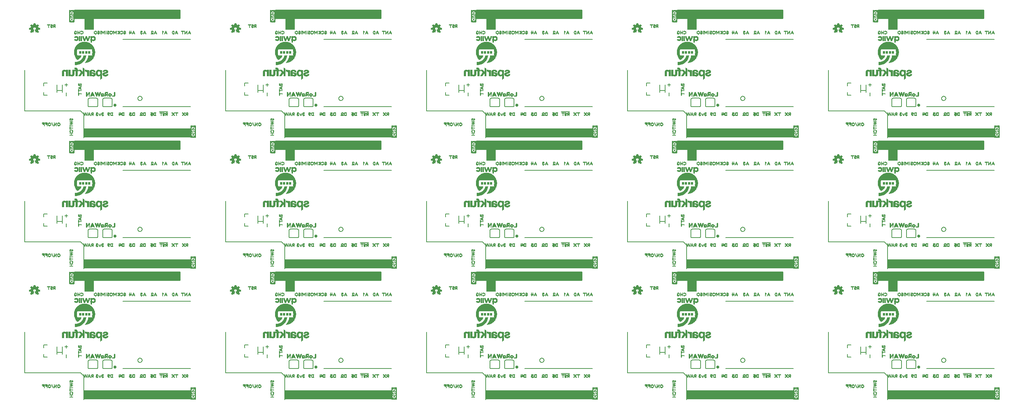
<source format=gbo>
G75*
%MOIN*%
%OFA0B0*%
%FSLAX25Y25*%
%IPPOS*%
%LPD*%
%AMOC8*
5,1,8,0,0,1.08239X$1,22.5*
%
%ADD10C,0.01000*%
%ADD11C,0.00800*%
%ADD12C,0.00600*%
%ADD13R,0.00118X0.01299*%
%ADD14R,0.00118X0.00118*%
%ADD15R,0.00118X0.02480*%
%ADD16R,0.00118X0.02598*%
%ADD17R,0.00157X0.01890*%
%ADD18R,0.00157X0.00591*%
%ADD19R,0.00157X0.02953*%
%ADD20R,0.00118X0.02008*%
%ADD21R,0.00118X0.00709*%
%ADD22R,0.00118X0.02953*%
%ADD23R,0.00118X0.02126*%
%ADD24R,0.00118X0.00827*%
%ADD25R,0.00118X0.03071*%
%ADD26R,0.00118X0.02244*%
%ADD27R,0.00118X0.00945*%
%ADD28R,0.00157X0.02362*%
%ADD29R,0.00157X0.01063*%
%ADD30R,0.00157X0.02717*%
%ADD31R,0.00157X0.02835*%
%ADD32R,0.00118X0.02362*%
%ADD33R,0.00118X0.01181*%
%ADD34R,0.00118X0.01417*%
%ADD35R,0.00157X0.00709*%
%ADD36R,0.00157X0.00827*%
%ADD37R,0.00157X0.01535*%
%ADD38R,0.00118X0.01063*%
%ADD39R,0.00118X0.01654*%
%ADD40R,0.00118X0.01772*%
%ADD41R,0.00157X0.01181*%
%ADD42R,0.00157X0.00945*%
%ADD43R,0.00157X0.02480*%
%ADD44R,0.00118X0.02717*%
%ADD45R,0.00118X0.02835*%
%ADD46R,0.00157X0.02008*%
%ADD47R,0.00118X0.00591*%
%ADD48R,0.00118X0.00472*%
%ADD49R,0.01181X0.00118*%
%ADD50R,0.00827X0.00118*%
%ADD51R,0.02598X0.00118*%
%ADD52R,0.01772X0.00157*%
%ADD53R,0.01299X0.00157*%
%ADD54R,0.02953X0.00157*%
%ADD55R,0.02008X0.00118*%
%ADD56R,0.01654X0.00118*%
%ADD57R,0.03071X0.00118*%
%ADD58R,0.02126X0.00118*%
%ADD59R,0.01772X0.00118*%
%ADD60R,0.02244X0.00118*%
%ADD61R,0.02953X0.00118*%
%ADD62R,0.02244X0.00157*%
%ADD63R,0.01890X0.00157*%
%ADD64R,0.02835X0.00157*%
%ADD65R,0.02362X0.00118*%
%ADD66R,0.00945X0.00118*%
%ADD67R,0.00709X0.00118*%
%ADD68R,0.00472X0.00118*%
%ADD69R,0.00827X0.00157*%
%ADD70R,0.00945X0.00157*%
%ADD71R,0.01535X0.00118*%
%ADD72R,0.02362X0.00157*%
%ADD73R,0.02126X0.00157*%
%ADD74R,0.00354X0.00118*%
%ADD75R,0.00591X0.00118*%
%ADD76R,0.00709X0.00157*%
%ADD77R,0.01535X0.00157*%
%ADD78R,0.01063X0.00118*%
%ADD79R,0.00118X0.00236*%
%ADD80R,0.00118X0.00354*%
%ADD81R,0.00157X0.01299*%
%ADD82R,0.00157X0.00472*%
%ADD83R,0.00118X0.01535*%
%ADD84R,0.00157X0.03307*%
%ADD85R,0.00118X0.03307*%
%ADD86R,0.00157X0.01417*%
%ADD87R,0.00157X0.02244*%
%ADD88R,0.00157X0.01654*%
%ADD89R,0.00118X0.11457*%
%ADD90R,0.00079X0.11457*%
%ADD91R,0.00157X0.11457*%
%ADD92R,0.00118X0.08268*%
%ADD93R,0.00118X0.01890*%
%ADD94R,0.00157X0.00354*%
%ADD95R,0.00157X0.00118*%
%ADD96R,0.00157X0.00236*%
%ADD97R,0.00157X0.02126*%
%ADD98R,0.00472X0.00079*%
%ADD99R,0.00236X0.00118*%
%ADD100R,0.01890X0.00118*%
%ADD101R,0.01417X0.00157*%
%ADD102R,0.02480X0.00118*%
%ADD103R,0.02480X0.00157*%
%ADD104R,0.01063X0.00157*%
%ADD105R,0.02598X0.00157*%
%ADD106R,0.02717X0.00118*%
%ADD107R,0.01299X0.00118*%
%ADD108R,0.02008X0.00157*%
%ADD109R,0.01417X0.00118*%
%ADD110R,0.01181X0.00157*%
%ADD111R,0.01654X0.00157*%
%ADD112R,0.00591X0.00157*%
%ADD113R,0.02835X0.00118*%
%ADD114R,0.00472X0.00157*%
%ADD115R,0.03425X0.00118*%
%ADD116R,0.00354X0.00157*%
%ADD117R,0.00315X0.00157*%
%ADD118R,0.01575X0.00157*%
%ADD119R,0.02677X0.00157*%
%ADD120R,0.01102X0.00157*%
%ADD121R,0.02992X0.00157*%
%ADD122R,0.03150X0.00157*%
%ADD123R,0.01260X0.00157*%
%ADD124R,0.00787X0.00157*%
%ADD125R,0.02520X0.00157*%
%ADD126R,0.02205X0.00157*%
%ADD127R,0.00630X0.00157*%
%ADD128R,0.00157X0.00157*%
%ADD129R,0.01732X0.00157*%
%ADD130R,0.02047X0.00157*%
%ADD131R,0.04409X0.00157*%
%ADD132R,0.03307X0.00157*%
%ADD133R,0.03622X0.00157*%
%ADD134R,0.03937X0.00157*%
%ADD135R,0.03307X0.00118*%
%ADD136R,0.03543X0.00157*%
%ADD137R,0.03071X0.00157*%
%ADD138C,0.00299*%
%ADD139R,0.01339X0.00079*%
%ADD140R,0.01260X0.00079*%
%ADD141R,0.00551X0.00079*%
%ADD142R,0.01102X0.00079*%
%ADD143R,0.01417X0.00079*%
%ADD144R,0.01654X0.00079*%
%ADD145R,0.01496X0.00079*%
%ADD146R,0.01890X0.00079*%
%ADD147R,0.02126X0.00079*%
%ADD148R,0.02205X0.00079*%
%ADD149R,0.01575X0.00079*%
%ADD150R,0.02520X0.00079*%
%ADD151R,0.02441X0.00079*%
%ADD152R,0.02756X0.00079*%
%ADD153R,0.02598X0.00079*%
%ADD154R,0.02913X0.00079*%
%ADD155R,0.04252X0.00079*%
%ADD156R,0.03150X0.00079*%
%ADD157R,0.04331X0.00079*%
%ADD158R,0.01732X0.00079*%
%ADD159R,0.03307X0.00079*%
%ADD160R,0.04409X0.00079*%
%ADD161R,0.01811X0.00079*%
%ADD162R,0.03386X0.00079*%
%ADD163R,0.03543X0.00079*%
%ADD164R,0.04488X0.00079*%
%ADD165R,0.03622X0.00079*%
%ADD166R,0.04567X0.00079*%
%ADD167R,0.03780X0.00079*%
%ADD168R,0.01969X0.00079*%
%ADD169R,0.02047X0.00079*%
%ADD170R,0.03701X0.00079*%
%ADD171R,0.01024X0.00079*%
%ADD172R,0.00709X0.00079*%
%ADD173R,0.02283X0.00079*%
%ADD174R,0.00236X0.00079*%
%ADD175R,0.02362X0.00079*%
%ADD176R,0.01181X0.00079*%
%ADD177R,0.00157X0.00079*%
%ADD178R,0.00394X0.00079*%
%ADD179R,0.00630X0.00079*%
%ADD180R,0.00866X0.00079*%
%ADD181R,0.03858X0.00079*%
%ADD182R,0.03465X0.00079*%
%ADD183R,0.02992X0.00079*%
%ADD184R,0.04173X0.00079*%
%ADD185R,0.02835X0.00079*%
%ADD186R,0.03228X0.00079*%
%ADD187R,0.04646X0.00079*%
%ADD188R,0.05276X0.00079*%
%ADD189R,0.05748X0.00079*%
%ADD190R,0.06299X0.00079*%
%ADD191R,0.06693X0.00079*%
%ADD192R,0.07165X0.00079*%
%ADD193R,0.07480X0.00079*%
%ADD194R,0.07795X0.00079*%
%ADD195R,0.08268X0.00079*%
%ADD196R,0.08504X0.00079*%
%ADD197R,0.08898X0.00079*%
%ADD198R,0.09213X0.00079*%
%ADD199R,0.09449X0.00079*%
%ADD200R,0.09764X0.00079*%
%ADD201R,0.10000X0.00079*%
%ADD202R,0.10236X0.00079*%
%ADD203R,0.10551X0.00079*%
%ADD204R,0.10709X0.00079*%
%ADD205R,0.11024X0.00079*%
%ADD206R,0.11181X0.00079*%
%ADD207R,0.11417X0.00079*%
%ADD208R,0.11654X0.00079*%
%ADD209R,0.11811X0.00079*%
%ADD210R,0.12047X0.00079*%
%ADD211R,0.12283X0.00079*%
%ADD212R,0.12441X0.00079*%
%ADD213R,0.12598X0.00079*%
%ADD214R,0.12835X0.00079*%
%ADD215R,0.12992X0.00079*%
%ADD216R,0.13150X0.00079*%
%ADD217R,0.13307X0.00079*%
%ADD218R,0.13465X0.00079*%
%ADD219R,0.13622X0.00079*%
%ADD220R,0.13858X0.00079*%
%ADD221R,0.13937X0.00079*%
%ADD222R,0.14094X0.00079*%
%ADD223R,0.14252X0.00079*%
%ADD224R,0.14409X0.00079*%
%ADD225R,0.14567X0.00079*%
%ADD226R,0.14724X0.00079*%
%ADD227R,0.14882X0.00079*%
%ADD228R,0.14961X0.00079*%
%ADD229R,0.15118X0.00079*%
%ADD230R,0.15197X0.00079*%
%ADD231R,0.15354X0.00079*%
%ADD232R,0.15512X0.00079*%
%ADD233R,0.15591X0.00079*%
%ADD234R,0.15669X0.00079*%
%ADD235R,0.15827X0.00079*%
%ADD236R,0.15984X0.00079*%
%ADD237R,0.16063X0.00079*%
%ADD238R,0.16142X0.00079*%
%ADD239R,0.16220X0.00079*%
%ADD240R,0.16378X0.00079*%
%ADD241R,0.16457X0.00079*%
%ADD242R,0.16535X0.00079*%
%ADD243R,0.16693X0.00079*%
%ADD244R,0.16772X0.00079*%
%ADD245R,0.16850X0.00079*%
%ADD246R,0.16929X0.00079*%
%ADD247R,0.17008X0.00079*%
%ADD248R,0.17087X0.00079*%
%ADD249R,0.17244X0.00079*%
%ADD250R,0.17323X0.00079*%
%ADD251R,0.17480X0.00079*%
%ADD252R,0.17559X0.00079*%
%ADD253R,0.17717X0.00079*%
%ADD254R,0.17795X0.00079*%
%ADD255R,0.17874X0.00079*%
%ADD256R,0.17953X0.00079*%
%ADD257R,0.18031X0.00079*%
%ADD258R,0.18110X0.00079*%
%ADD259R,0.18189X0.00079*%
%ADD260R,0.18268X0.00079*%
%ADD261R,0.18346X0.00079*%
%ADD262R,0.18425X0.00079*%
%ADD263R,0.18504X0.00079*%
%ADD264R,0.18583X0.00079*%
%ADD265R,0.18661X0.00079*%
%ADD266R,0.02677X0.00079*%
%ADD267R,0.05827X0.00079*%
%ADD268R,0.06220X0.00079*%
%ADD269R,0.06142X0.00079*%
%ADD270R,0.06063X0.00079*%
%ADD271R,0.05984X0.00079*%
%ADD272R,0.05906X0.00079*%
%ADD273R,0.05669X0.00079*%
%ADD274R,0.05512X0.00079*%
%ADD275R,0.05591X0.00079*%
%ADD276R,0.05433X0.00079*%
%ADD277R,0.05354X0.00079*%
%ADD278R,0.05197X0.00079*%
%ADD279R,0.05118X0.00079*%
%ADD280R,0.04961X0.00079*%
%ADD281R,0.04803X0.00079*%
%ADD282R,0.04724X0.00079*%
%ADD283R,0.04094X0.00079*%
%ADD284R,0.04016X0.00079*%
%ADD285R,0.03937X0.00079*%
%ADD286R,0.05039X0.00079*%
%ADD287R,0.03071X0.00079*%
%ADD288R,0.04882X0.00079*%
%ADD289R,0.00079X0.00079*%
%ADD290R,0.07244X0.00079*%
%ADD291R,0.07087X0.00079*%
%ADD292R,0.07008X0.00079*%
%ADD293R,0.06929X0.00079*%
%ADD294R,0.06850X0.00079*%
%ADD295R,0.06614X0.00079*%
%ADD296R,0.06535X0.00079*%
%ADD297R,0.06378X0.00079*%
%ADD298C,0.00500*%
%ADD299C,0.02828*%
%ADD300C,0.00300*%
D10*
X0119412Y0029500D02*
X0218912Y0029500D01*
X0218912Y0037000D01*
X0119412Y0037000D01*
X0119412Y0029500D01*
X0218912Y0029500D01*
X0218912Y0037000D01*
X0119412Y0037000D01*
X0119412Y0029500D01*
X0119412Y0030497D02*
X0218912Y0030497D01*
X0119412Y0030497D01*
X0119412Y0031496D02*
X0218912Y0031496D01*
X0119412Y0031496D01*
X0119412Y0032494D02*
X0218912Y0032494D01*
X0119412Y0032494D01*
X0119412Y0033493D02*
X0218912Y0033493D01*
X0119412Y0033493D01*
X0119412Y0034491D02*
X0218912Y0034491D01*
X0119412Y0034491D01*
X0119412Y0035490D02*
X0218912Y0035490D01*
X0119412Y0035490D01*
X0119412Y0036488D02*
X0218912Y0036488D01*
X0119412Y0036488D01*
X0306412Y0036488D02*
X0405912Y0036488D01*
X0306412Y0036488D01*
X0306412Y0037000D02*
X0306412Y0029500D01*
X0405912Y0029500D01*
X0405912Y0037000D01*
X0306412Y0037000D01*
X0306412Y0029500D01*
X0405912Y0029500D01*
X0405912Y0037000D01*
X0306412Y0037000D01*
X0306412Y0035490D02*
X0405912Y0035490D01*
X0306412Y0035490D01*
X0306412Y0034491D02*
X0405912Y0034491D01*
X0306412Y0034491D01*
X0306412Y0033493D02*
X0405912Y0033493D01*
X0306412Y0033493D01*
X0306412Y0032494D02*
X0405912Y0032494D01*
X0306412Y0032494D01*
X0306412Y0031496D02*
X0405912Y0031496D01*
X0306412Y0031496D01*
X0306412Y0030497D02*
X0405912Y0030497D01*
X0306412Y0030497D01*
X0493412Y0030497D02*
X0592912Y0030497D01*
X0493412Y0030497D01*
X0493412Y0029500D02*
X0592912Y0029500D01*
X0592912Y0037000D01*
X0493412Y0037000D01*
X0493412Y0029500D01*
X0592912Y0029500D01*
X0592912Y0037000D01*
X0493412Y0037000D01*
X0493412Y0029500D01*
X0493412Y0031496D02*
X0592912Y0031496D01*
X0493412Y0031496D01*
X0493412Y0032494D02*
X0592912Y0032494D01*
X0493412Y0032494D01*
X0493412Y0033493D02*
X0592912Y0033493D01*
X0493412Y0033493D01*
X0493412Y0034491D02*
X0592912Y0034491D01*
X0493412Y0034491D01*
X0493412Y0035490D02*
X0592912Y0035490D01*
X0493412Y0035490D01*
X0493412Y0036488D02*
X0592912Y0036488D01*
X0493412Y0036488D01*
X0680412Y0036488D02*
X0779912Y0036488D01*
X0680412Y0036488D01*
X0680412Y0037000D02*
X0680412Y0029500D01*
X0779912Y0029500D01*
X0779912Y0037000D01*
X0680412Y0037000D01*
X0680412Y0029500D01*
X0779912Y0029500D01*
X0779912Y0037000D01*
X0680412Y0037000D01*
X0680412Y0035490D02*
X0779912Y0035490D01*
X0680412Y0035490D01*
X0680412Y0034491D02*
X0779912Y0034491D01*
X0680412Y0034491D01*
X0680412Y0033493D02*
X0779912Y0033493D01*
X0680412Y0033493D01*
X0680412Y0032494D02*
X0779912Y0032494D01*
X0680412Y0032494D01*
X0680412Y0031496D02*
X0779912Y0031496D01*
X0680412Y0031496D01*
X0680412Y0030497D02*
X0779912Y0030497D01*
X0680412Y0030497D01*
X0867412Y0030497D02*
X0966912Y0030497D01*
X0867412Y0030497D01*
X0867412Y0029500D02*
X0966912Y0029500D01*
X0966912Y0037000D01*
X0867412Y0037000D01*
X0867412Y0029500D01*
X0966912Y0029500D01*
X0966912Y0037000D01*
X0867412Y0037000D01*
X0867412Y0029500D01*
X0867412Y0031496D02*
X0966912Y0031496D01*
X0867412Y0031496D01*
X0867412Y0032494D02*
X0966912Y0032494D01*
X0867412Y0032494D01*
X0867412Y0033493D02*
X0966912Y0033493D01*
X0867412Y0033493D01*
X0867412Y0034491D02*
X0966912Y0034491D01*
X0867412Y0034491D01*
X0867412Y0035490D02*
X0966912Y0035490D01*
X0867412Y0035490D01*
X0867412Y0036488D02*
X0966912Y0036488D01*
X0867412Y0036488D01*
X0858912Y0140000D02*
X0956912Y0140000D01*
X0956912Y0147500D01*
X0858912Y0147500D01*
X0858912Y0140000D01*
X0858912Y0140333D02*
X0956912Y0140333D01*
X0956912Y0141332D02*
X0858912Y0141332D01*
X0858912Y0142330D02*
X0956912Y0142330D01*
X0956912Y0143329D02*
X0858912Y0143329D01*
X0858912Y0144327D02*
X0956912Y0144327D01*
X0956912Y0145326D02*
X0858912Y0145326D01*
X0858912Y0146324D02*
X0956912Y0146324D01*
X0956912Y0147323D02*
X0858912Y0147323D01*
X0867412Y0151500D02*
X0966912Y0151500D01*
X0966912Y0159000D01*
X0867412Y0159000D01*
X0867412Y0151500D01*
X0966912Y0151500D01*
X0966912Y0159000D01*
X0867412Y0159000D01*
X0867412Y0151500D01*
X0867412Y0152315D02*
X0966912Y0152315D01*
X0867412Y0152315D01*
X0867412Y0153314D02*
X0966912Y0153314D01*
X0867412Y0153314D01*
X0867412Y0154312D02*
X0966912Y0154312D01*
X0867412Y0154312D01*
X0867412Y0155311D02*
X0966912Y0155311D01*
X0867412Y0155311D01*
X0867412Y0156309D02*
X0966912Y0156309D01*
X0867412Y0156309D01*
X0867412Y0157308D02*
X0966912Y0157308D01*
X0867412Y0157308D01*
X0867412Y0158306D02*
X0966912Y0158306D01*
X0867412Y0158306D01*
X0779912Y0158306D02*
X0680412Y0158306D01*
X0779912Y0158306D01*
X0779912Y0159000D02*
X0779912Y0151500D01*
X0680412Y0151500D01*
X0680412Y0159000D01*
X0779912Y0159000D01*
X0779912Y0151500D01*
X0680412Y0151500D01*
X0680412Y0159000D01*
X0779912Y0159000D01*
X0779912Y0157308D02*
X0680412Y0157308D01*
X0779912Y0157308D01*
X0779912Y0156309D02*
X0680412Y0156309D01*
X0779912Y0156309D01*
X0779912Y0155311D02*
X0680412Y0155311D01*
X0779912Y0155311D01*
X0779912Y0154312D02*
X0680412Y0154312D01*
X0779912Y0154312D01*
X0779912Y0153314D02*
X0680412Y0153314D01*
X0779912Y0153314D01*
X0779912Y0152315D02*
X0680412Y0152315D01*
X0779912Y0152315D01*
X0769912Y0147500D02*
X0769912Y0140000D01*
X0671912Y0140000D01*
X0671912Y0147500D01*
X0769912Y0147500D01*
X0769912Y0147323D02*
X0671912Y0147323D01*
X0671912Y0146324D02*
X0769912Y0146324D01*
X0769912Y0145326D02*
X0671912Y0145326D01*
X0671912Y0144327D02*
X0769912Y0144327D01*
X0769912Y0143329D02*
X0671912Y0143329D01*
X0671912Y0142330D02*
X0769912Y0142330D01*
X0769912Y0141332D02*
X0671912Y0141332D01*
X0671912Y0140333D02*
X0769912Y0140333D01*
X0592912Y0151500D02*
X0592912Y0159000D01*
X0493412Y0159000D01*
X0493412Y0151500D01*
X0592912Y0151500D01*
X0592912Y0159000D01*
X0493412Y0159000D01*
X0493412Y0151500D01*
X0592912Y0151500D01*
X0592912Y0152315D02*
X0493412Y0152315D01*
X0592912Y0152315D01*
X0592912Y0153314D02*
X0493412Y0153314D01*
X0592912Y0153314D01*
X0592912Y0154312D02*
X0493412Y0154312D01*
X0592912Y0154312D01*
X0592912Y0155311D02*
X0493412Y0155311D01*
X0592912Y0155311D01*
X0592912Y0156309D02*
X0493412Y0156309D01*
X0592912Y0156309D01*
X0592912Y0157308D02*
X0493412Y0157308D01*
X0592912Y0157308D01*
X0592912Y0158306D02*
X0493412Y0158306D01*
X0592912Y0158306D01*
X0582912Y0147500D02*
X0582912Y0140000D01*
X0484912Y0140000D01*
X0484912Y0147500D01*
X0582912Y0147500D01*
X0582912Y0147323D02*
X0484912Y0147323D01*
X0484912Y0146324D02*
X0582912Y0146324D01*
X0582912Y0145326D02*
X0484912Y0145326D01*
X0484912Y0144327D02*
X0582912Y0144327D01*
X0582912Y0143329D02*
X0484912Y0143329D01*
X0484912Y0142330D02*
X0582912Y0142330D01*
X0582912Y0141332D02*
X0484912Y0141332D01*
X0484912Y0140333D02*
X0582912Y0140333D01*
X0405912Y0151500D02*
X0405912Y0159000D01*
X0306412Y0159000D01*
X0306412Y0151500D01*
X0405912Y0151500D01*
X0405912Y0159000D01*
X0306412Y0159000D01*
X0306412Y0151500D01*
X0405912Y0151500D01*
X0405912Y0152315D02*
X0306412Y0152315D01*
X0405912Y0152315D01*
X0405912Y0153314D02*
X0306412Y0153314D01*
X0405912Y0153314D01*
X0405912Y0154312D02*
X0306412Y0154312D01*
X0405912Y0154312D01*
X0405912Y0155311D02*
X0306412Y0155311D01*
X0405912Y0155311D01*
X0405912Y0156309D02*
X0306412Y0156309D01*
X0405912Y0156309D01*
X0405912Y0157308D02*
X0306412Y0157308D01*
X0405912Y0157308D01*
X0405912Y0158306D02*
X0306412Y0158306D01*
X0405912Y0158306D01*
X0395912Y0147500D02*
X0395912Y0140000D01*
X0297912Y0140000D01*
X0297912Y0147500D01*
X0395912Y0147500D01*
X0395912Y0147323D02*
X0297912Y0147323D01*
X0297912Y0146324D02*
X0395912Y0146324D01*
X0395912Y0145326D02*
X0297912Y0145326D01*
X0297912Y0144327D02*
X0395912Y0144327D01*
X0395912Y0143329D02*
X0297912Y0143329D01*
X0297912Y0142330D02*
X0395912Y0142330D01*
X0395912Y0141332D02*
X0297912Y0141332D01*
X0297912Y0140333D02*
X0395912Y0140333D01*
X0218912Y0151500D02*
X0218912Y0159000D01*
X0119412Y0159000D01*
X0119412Y0151500D01*
X0218912Y0151500D01*
X0218912Y0159000D01*
X0119412Y0159000D01*
X0119412Y0151500D01*
X0218912Y0151500D01*
X0218912Y0152315D02*
X0119412Y0152315D01*
X0218912Y0152315D01*
X0218912Y0153314D02*
X0119412Y0153314D01*
X0218912Y0153314D01*
X0218912Y0154312D02*
X0119412Y0154312D01*
X0218912Y0154312D01*
X0218912Y0155311D02*
X0119412Y0155311D01*
X0218912Y0155311D01*
X0218912Y0156309D02*
X0119412Y0156309D01*
X0218912Y0156309D01*
X0218912Y0157308D02*
X0119412Y0157308D01*
X0218912Y0157308D01*
X0218912Y0158306D02*
X0119412Y0158306D01*
X0218912Y0158306D01*
X0208912Y0147500D02*
X0208912Y0140000D01*
X0110912Y0140000D01*
X0110912Y0147500D01*
X0208912Y0147500D01*
X0208912Y0147323D02*
X0110912Y0147323D01*
X0110912Y0146324D02*
X0208912Y0146324D01*
X0208912Y0145326D02*
X0110912Y0145326D01*
X0110912Y0144327D02*
X0208912Y0144327D01*
X0208912Y0143329D02*
X0110912Y0143329D01*
X0110912Y0142330D02*
X0208912Y0142330D01*
X0208912Y0141332D02*
X0110912Y0141332D01*
X0110912Y0140333D02*
X0208912Y0140333D01*
X0208912Y0262000D02*
X0110912Y0262000D01*
X0110912Y0269500D01*
X0208912Y0269500D01*
X0208912Y0262000D01*
X0208912Y0262152D02*
X0110912Y0262152D01*
X0110912Y0263150D02*
X0208912Y0263150D01*
X0208912Y0264149D02*
X0110912Y0264149D01*
X0110912Y0265147D02*
X0208912Y0265147D01*
X0208912Y0266146D02*
X0110912Y0266146D01*
X0110912Y0267144D02*
X0208912Y0267144D01*
X0208912Y0268143D02*
X0110912Y0268143D01*
X0110912Y0269141D02*
X0208912Y0269141D01*
X0218912Y0273500D02*
X0218912Y0281000D01*
X0119412Y0281000D01*
X0119412Y0273500D01*
X0218912Y0273500D01*
X0218912Y0281000D01*
X0119412Y0281000D01*
X0119412Y0273500D01*
X0218912Y0273500D01*
X0218912Y0274134D02*
X0119412Y0274134D01*
X0218912Y0274134D01*
X0218912Y0275132D02*
X0119412Y0275132D01*
X0218912Y0275132D01*
X0218912Y0276131D02*
X0119412Y0276131D01*
X0218912Y0276131D01*
X0218912Y0277129D02*
X0119412Y0277129D01*
X0218912Y0277129D01*
X0218912Y0278128D02*
X0119412Y0278128D01*
X0218912Y0278128D01*
X0218912Y0279126D02*
X0119412Y0279126D01*
X0218912Y0279126D01*
X0218912Y0280125D02*
X0119412Y0280125D01*
X0218912Y0280125D01*
X0297912Y0269500D02*
X0297912Y0262000D01*
X0395912Y0262000D01*
X0395912Y0269500D01*
X0297912Y0269500D01*
X0297912Y0269141D02*
X0395912Y0269141D01*
X0395912Y0268143D02*
X0297912Y0268143D01*
X0297912Y0267144D02*
X0395912Y0267144D01*
X0395912Y0266146D02*
X0297912Y0266146D01*
X0297912Y0265147D02*
X0395912Y0265147D01*
X0395912Y0264149D02*
X0297912Y0264149D01*
X0297912Y0263150D02*
X0395912Y0263150D01*
X0395912Y0262152D02*
X0297912Y0262152D01*
X0306412Y0273500D02*
X0405912Y0273500D01*
X0405912Y0281000D01*
X0306412Y0281000D01*
X0306412Y0273500D01*
X0405912Y0273500D01*
X0405912Y0281000D01*
X0306412Y0281000D01*
X0306412Y0273500D01*
X0306412Y0274134D02*
X0405912Y0274134D01*
X0306412Y0274134D01*
X0306412Y0275132D02*
X0405912Y0275132D01*
X0306412Y0275132D01*
X0306412Y0276131D02*
X0405912Y0276131D01*
X0306412Y0276131D01*
X0306412Y0277129D02*
X0405912Y0277129D01*
X0306412Y0277129D01*
X0306412Y0278128D02*
X0405912Y0278128D01*
X0306412Y0278128D01*
X0306412Y0279126D02*
X0405912Y0279126D01*
X0306412Y0279126D01*
X0306412Y0280125D02*
X0405912Y0280125D01*
X0306412Y0280125D01*
X0484912Y0269500D02*
X0484912Y0262000D01*
X0582912Y0262000D01*
X0582912Y0269500D01*
X0484912Y0269500D01*
X0484912Y0269141D02*
X0582912Y0269141D01*
X0582912Y0268143D02*
X0484912Y0268143D01*
X0484912Y0267144D02*
X0582912Y0267144D01*
X0582912Y0266146D02*
X0484912Y0266146D01*
X0484912Y0265147D02*
X0582912Y0265147D01*
X0582912Y0264149D02*
X0484912Y0264149D01*
X0484912Y0263150D02*
X0582912Y0263150D01*
X0582912Y0262152D02*
X0484912Y0262152D01*
X0493412Y0273500D02*
X0592912Y0273500D01*
X0592912Y0281000D01*
X0493412Y0281000D01*
X0493412Y0273500D01*
X0592912Y0273500D01*
X0592912Y0281000D01*
X0493412Y0281000D01*
X0493412Y0273500D01*
X0493412Y0274134D02*
X0592912Y0274134D01*
X0493412Y0274134D01*
X0493412Y0275132D02*
X0592912Y0275132D01*
X0493412Y0275132D01*
X0493412Y0276131D02*
X0592912Y0276131D01*
X0493412Y0276131D01*
X0493412Y0277129D02*
X0592912Y0277129D01*
X0493412Y0277129D01*
X0493412Y0278128D02*
X0592912Y0278128D01*
X0493412Y0278128D01*
X0493412Y0279126D02*
X0592912Y0279126D01*
X0493412Y0279126D01*
X0493412Y0280125D02*
X0592912Y0280125D01*
X0493412Y0280125D01*
X0671912Y0269500D02*
X0671912Y0262000D01*
X0769912Y0262000D01*
X0769912Y0269500D01*
X0671912Y0269500D01*
X0671912Y0269141D02*
X0769912Y0269141D01*
X0769912Y0268143D02*
X0671912Y0268143D01*
X0671912Y0267144D02*
X0769912Y0267144D01*
X0769912Y0266146D02*
X0671912Y0266146D01*
X0671912Y0265147D02*
X0769912Y0265147D01*
X0769912Y0264149D02*
X0671912Y0264149D01*
X0671912Y0263150D02*
X0769912Y0263150D01*
X0769912Y0262152D02*
X0671912Y0262152D01*
X0680412Y0273500D02*
X0779912Y0273500D01*
X0779912Y0281000D01*
X0680412Y0281000D01*
X0680412Y0273500D01*
X0779912Y0273500D01*
X0779912Y0281000D01*
X0680412Y0281000D01*
X0680412Y0273500D01*
X0680412Y0274134D02*
X0779912Y0274134D01*
X0680412Y0274134D01*
X0680412Y0275132D02*
X0779912Y0275132D01*
X0680412Y0275132D01*
X0680412Y0276131D02*
X0779912Y0276131D01*
X0680412Y0276131D01*
X0680412Y0277129D02*
X0779912Y0277129D01*
X0680412Y0277129D01*
X0680412Y0278128D02*
X0779912Y0278128D01*
X0680412Y0278128D01*
X0680412Y0279126D02*
X0779912Y0279126D01*
X0680412Y0279126D01*
X0680412Y0280125D02*
X0779912Y0280125D01*
X0680412Y0280125D01*
X0858912Y0269500D02*
X0858912Y0262000D01*
X0956912Y0262000D01*
X0956912Y0269500D01*
X0858912Y0269500D01*
X0858912Y0269141D02*
X0956912Y0269141D01*
X0956912Y0268143D02*
X0858912Y0268143D01*
X0858912Y0267144D02*
X0956912Y0267144D01*
X0956912Y0266146D02*
X0858912Y0266146D01*
X0858912Y0265147D02*
X0956912Y0265147D01*
X0956912Y0264149D02*
X0858912Y0264149D01*
X0858912Y0263150D02*
X0956912Y0263150D01*
X0956912Y0262152D02*
X0858912Y0262152D01*
X0867412Y0273500D02*
X0966912Y0273500D01*
X0966912Y0281000D01*
X0867412Y0281000D01*
X0867412Y0273500D01*
X0966912Y0273500D01*
X0966912Y0281000D01*
X0867412Y0281000D01*
X0867412Y0273500D01*
X0867412Y0274134D02*
X0966912Y0274134D01*
X0867412Y0274134D01*
X0867412Y0275132D02*
X0966912Y0275132D01*
X0867412Y0275132D01*
X0867412Y0276131D02*
X0966912Y0276131D01*
X0867412Y0276131D01*
X0867412Y0277129D02*
X0966912Y0277129D01*
X0867412Y0277129D01*
X0867412Y0278128D02*
X0966912Y0278128D01*
X0867412Y0278128D01*
X0867412Y0279126D02*
X0966912Y0279126D01*
X0867412Y0279126D01*
X0867412Y0280125D02*
X0966912Y0280125D01*
X0867412Y0280125D01*
X0858912Y0384000D02*
X0956912Y0384000D01*
X0956912Y0391500D01*
X0858912Y0391500D01*
X0858912Y0384000D01*
X0858912Y0384969D02*
X0956912Y0384969D01*
X0956912Y0385967D02*
X0858912Y0385967D01*
X0858912Y0386966D02*
X0956912Y0386966D01*
X0956912Y0387964D02*
X0858912Y0387964D01*
X0858912Y0388963D02*
X0956912Y0388963D01*
X0956912Y0389961D02*
X0858912Y0389961D01*
X0858912Y0390960D02*
X0956912Y0390960D01*
X0769912Y0390960D02*
X0671912Y0390960D01*
X0671912Y0391500D02*
X0671912Y0384000D01*
X0769912Y0384000D01*
X0769912Y0391500D01*
X0671912Y0391500D01*
X0671912Y0389961D02*
X0769912Y0389961D01*
X0769912Y0388963D02*
X0671912Y0388963D01*
X0671912Y0387964D02*
X0769912Y0387964D01*
X0769912Y0386966D02*
X0671912Y0386966D01*
X0671912Y0385967D02*
X0769912Y0385967D01*
X0769912Y0384969D02*
X0671912Y0384969D01*
X0582912Y0384969D02*
X0484912Y0384969D01*
X0484912Y0384000D02*
X0582912Y0384000D01*
X0582912Y0391500D01*
X0484912Y0391500D01*
X0484912Y0384000D01*
X0484912Y0385967D02*
X0582912Y0385967D01*
X0582912Y0386966D02*
X0484912Y0386966D01*
X0484912Y0387964D02*
X0582912Y0387964D01*
X0582912Y0388963D02*
X0484912Y0388963D01*
X0484912Y0389961D02*
X0582912Y0389961D01*
X0582912Y0390960D02*
X0484912Y0390960D01*
X0395912Y0390960D02*
X0297912Y0390960D01*
X0297912Y0391500D02*
X0297912Y0384000D01*
X0395912Y0384000D01*
X0395912Y0391500D01*
X0297912Y0391500D01*
X0297912Y0389961D02*
X0395912Y0389961D01*
X0395912Y0388963D02*
X0297912Y0388963D01*
X0297912Y0387964D02*
X0395912Y0387964D01*
X0395912Y0386966D02*
X0297912Y0386966D01*
X0297912Y0385967D02*
X0395912Y0385967D01*
X0395912Y0384969D02*
X0297912Y0384969D01*
X0208912Y0384969D02*
X0110912Y0384969D01*
X0110912Y0384000D02*
X0208912Y0384000D01*
X0208912Y0391500D01*
X0110912Y0391500D01*
X0110912Y0384000D01*
X0110912Y0385967D02*
X0208912Y0385967D01*
X0208912Y0386966D02*
X0110912Y0386966D01*
X0110912Y0387964D02*
X0208912Y0387964D01*
X0208912Y0388963D02*
X0110912Y0388963D01*
X0110912Y0389961D02*
X0208912Y0389961D01*
X0208912Y0390960D02*
X0110912Y0390960D01*
D11*
X0103112Y0323433D02*
X0103112Y0320633D01*
X0104512Y0322033D02*
X0101712Y0322033D01*
X0099471Y0322043D02*
X0099471Y0316531D01*
X0094353Y0316531D01*
X0094353Y0322043D01*
X0085306Y0323512D02*
X0082156Y0323512D01*
X0082156Y0321150D01*
X0082156Y0314850D02*
X0082156Y0312488D01*
X0085306Y0312488D01*
X0094353Y0314957D02*
X0094353Y0316531D01*
X0099471Y0316531D02*
X0099471Y0314957D01*
X0102945Y0314600D02*
X0102945Y0311800D01*
X0116412Y0297500D02*
X0084412Y0297500D01*
X0116412Y0297500D02*
X0119412Y0294500D01*
X0119412Y0272500D01*
X0271412Y0297500D02*
X0303412Y0297500D01*
X0306412Y0294500D01*
X0306412Y0272500D01*
X0289945Y0311800D02*
X0289945Y0314600D01*
X0286471Y0314957D02*
X0286471Y0316531D01*
X0281353Y0316531D01*
X0281353Y0322043D01*
X0286471Y0322043D02*
X0286471Y0316531D01*
X0281353Y0316531D02*
X0281353Y0314957D01*
X0272306Y0312488D02*
X0269156Y0312488D01*
X0269156Y0314850D01*
X0269156Y0321150D02*
X0269156Y0323512D01*
X0272306Y0323512D01*
X0288712Y0322033D02*
X0291512Y0322033D01*
X0290112Y0320633D02*
X0290112Y0323433D01*
X0456156Y0323512D02*
X0456156Y0321150D01*
X0456156Y0323512D02*
X0459306Y0323512D01*
X0468353Y0322043D02*
X0468353Y0316531D01*
X0473471Y0316531D01*
X0473471Y0322043D01*
X0475712Y0322033D02*
X0478512Y0322033D01*
X0477112Y0320633D02*
X0477112Y0323433D01*
X0473471Y0316531D02*
X0473471Y0314957D01*
X0476945Y0314600D02*
X0476945Y0311800D01*
X0468353Y0314957D02*
X0468353Y0316531D01*
X0459306Y0312488D02*
X0456156Y0312488D01*
X0456156Y0314850D01*
X0458412Y0297500D02*
X0490412Y0297500D01*
X0493412Y0294500D01*
X0493412Y0272500D01*
X0645412Y0297500D02*
X0677412Y0297500D01*
X0680412Y0294500D01*
X0680412Y0272500D01*
X0663945Y0311800D02*
X0663945Y0314600D01*
X0660471Y0314957D02*
X0660471Y0316531D01*
X0655353Y0316531D01*
X0655353Y0322043D01*
X0660471Y0322043D02*
X0660471Y0316531D01*
X0655353Y0316531D02*
X0655353Y0314957D01*
X0646306Y0312488D02*
X0643156Y0312488D01*
X0643156Y0314850D01*
X0643156Y0321150D02*
X0643156Y0323512D01*
X0646306Y0323512D01*
X0662712Y0322033D02*
X0665512Y0322033D01*
X0664112Y0320633D02*
X0664112Y0323433D01*
X0830156Y0323512D02*
X0830156Y0321150D01*
X0830156Y0323512D02*
X0833306Y0323512D01*
X0842353Y0322043D02*
X0842353Y0316531D01*
X0847471Y0316531D01*
X0847471Y0322043D01*
X0849712Y0322033D02*
X0852512Y0322033D01*
X0851112Y0320633D02*
X0851112Y0323433D01*
X0847471Y0316531D02*
X0847471Y0314957D01*
X0850945Y0314600D02*
X0850945Y0311800D01*
X0842353Y0314957D02*
X0842353Y0316531D01*
X0833306Y0312488D02*
X0830156Y0312488D01*
X0830156Y0314850D01*
X0832412Y0297500D02*
X0864412Y0297500D01*
X0867412Y0294500D01*
X0867412Y0272500D01*
X0851112Y0201433D02*
X0851112Y0198633D01*
X0852512Y0200033D02*
X0849712Y0200033D01*
X0847471Y0200043D02*
X0847471Y0194531D01*
X0842353Y0194531D01*
X0842353Y0200043D01*
X0842353Y0194531D02*
X0842353Y0192957D01*
X0847471Y0192957D02*
X0847471Y0194531D01*
X0850945Y0192600D02*
X0850945Y0189800D01*
X0833306Y0190488D02*
X0830156Y0190488D01*
X0830156Y0192850D01*
X0830156Y0199150D02*
X0830156Y0201512D01*
X0833306Y0201512D01*
X0832412Y0175500D02*
X0864412Y0175500D01*
X0867412Y0172500D01*
X0867412Y0150500D01*
X0851112Y0079433D02*
X0851112Y0076633D01*
X0852512Y0078033D02*
X0849712Y0078033D01*
X0847471Y0078043D02*
X0847471Y0072531D01*
X0842353Y0072531D01*
X0842353Y0078043D01*
X0842353Y0072531D02*
X0842353Y0070957D01*
X0847471Y0070957D02*
X0847471Y0072531D01*
X0850945Y0070600D02*
X0850945Y0067800D01*
X0833306Y0068488D02*
X0830156Y0068488D01*
X0830156Y0070850D01*
X0830156Y0077150D02*
X0830156Y0079512D01*
X0833306Y0079512D01*
X0832412Y0053500D02*
X0864412Y0053500D01*
X0867412Y0050500D01*
X0867412Y0028500D01*
X0680412Y0028500D02*
X0680412Y0050500D01*
X0677412Y0053500D01*
X0645412Y0053500D01*
X0646306Y0068488D02*
X0643156Y0068488D01*
X0643156Y0070850D01*
X0643156Y0077150D02*
X0643156Y0079512D01*
X0646306Y0079512D01*
X0655353Y0078043D02*
X0655353Y0072531D01*
X0660471Y0072531D01*
X0660471Y0078043D01*
X0662712Y0078033D02*
X0665512Y0078033D01*
X0664112Y0076633D02*
X0664112Y0079433D01*
X0660471Y0072531D02*
X0660471Y0070957D01*
X0663945Y0070600D02*
X0663945Y0067800D01*
X0655353Y0070957D02*
X0655353Y0072531D01*
X0493412Y0050500D02*
X0493412Y0028500D01*
X0493412Y0050500D02*
X0490412Y0053500D01*
X0458412Y0053500D01*
X0459306Y0068488D02*
X0456156Y0068488D01*
X0456156Y0070850D01*
X0456156Y0077150D02*
X0456156Y0079512D01*
X0459306Y0079512D01*
X0468353Y0078043D02*
X0468353Y0072531D01*
X0473471Y0072531D01*
X0473471Y0078043D01*
X0475712Y0078033D02*
X0478512Y0078033D01*
X0477112Y0076633D02*
X0477112Y0079433D01*
X0473471Y0072531D02*
X0473471Y0070957D01*
X0476945Y0070600D02*
X0476945Y0067800D01*
X0468353Y0070957D02*
X0468353Y0072531D01*
X0306412Y0050500D02*
X0306412Y0028500D01*
X0306412Y0050500D02*
X0303412Y0053500D01*
X0271412Y0053500D01*
X0272306Y0068488D02*
X0269156Y0068488D01*
X0269156Y0070850D01*
X0269156Y0077150D02*
X0269156Y0079512D01*
X0272306Y0079512D01*
X0281353Y0078043D02*
X0281353Y0072531D01*
X0286471Y0072531D01*
X0286471Y0078043D01*
X0288712Y0078033D02*
X0291512Y0078033D01*
X0290112Y0076633D02*
X0290112Y0079433D01*
X0286471Y0072531D02*
X0286471Y0070957D01*
X0289945Y0070600D02*
X0289945Y0067800D01*
X0281353Y0070957D02*
X0281353Y0072531D01*
X0119412Y0050500D02*
X0119412Y0028500D01*
X0119412Y0050500D02*
X0116412Y0053500D01*
X0084412Y0053500D01*
X0085306Y0068488D02*
X0082156Y0068488D01*
X0082156Y0070850D01*
X0082156Y0077150D02*
X0082156Y0079512D01*
X0085306Y0079512D01*
X0094353Y0078043D02*
X0094353Y0072531D01*
X0099471Y0072531D01*
X0099471Y0078043D01*
X0101712Y0078033D02*
X0104512Y0078033D01*
X0103112Y0076633D02*
X0103112Y0079433D01*
X0099471Y0072531D02*
X0099471Y0070957D01*
X0102945Y0070600D02*
X0102945Y0067800D01*
X0094353Y0070957D02*
X0094353Y0072531D01*
X0119412Y0150500D02*
X0119412Y0172500D01*
X0116412Y0175500D01*
X0084412Y0175500D01*
X0085306Y0190488D02*
X0082156Y0190488D01*
X0082156Y0192850D01*
X0094353Y0192957D02*
X0094353Y0194531D01*
X0099471Y0194531D01*
X0099471Y0200043D01*
X0101712Y0200033D02*
X0104512Y0200033D01*
X0103112Y0198633D02*
X0103112Y0201433D01*
X0099471Y0194531D02*
X0099471Y0192957D01*
X0102945Y0192600D02*
X0102945Y0189800D01*
X0094353Y0194531D02*
X0094353Y0200043D01*
X0085306Y0201512D02*
X0082156Y0201512D01*
X0082156Y0199150D01*
X0269156Y0199150D02*
X0269156Y0201512D01*
X0272306Y0201512D01*
X0281353Y0200043D02*
X0281353Y0194531D01*
X0286471Y0194531D01*
X0286471Y0200043D01*
X0288712Y0200033D02*
X0291512Y0200033D01*
X0290112Y0198633D02*
X0290112Y0201433D01*
X0286471Y0194531D02*
X0286471Y0192957D01*
X0289945Y0192600D02*
X0289945Y0189800D01*
X0281353Y0192957D02*
X0281353Y0194531D01*
X0272306Y0190488D02*
X0269156Y0190488D01*
X0269156Y0192850D01*
X0271412Y0175500D02*
X0303412Y0175500D01*
X0306412Y0172500D01*
X0306412Y0150500D01*
X0458412Y0175500D02*
X0490412Y0175500D01*
X0493412Y0172500D01*
X0493412Y0150500D01*
X0476945Y0189800D02*
X0476945Y0192600D01*
X0473471Y0192957D02*
X0473471Y0194531D01*
X0468353Y0194531D01*
X0468353Y0200043D01*
X0473471Y0200043D02*
X0473471Y0194531D01*
X0468353Y0194531D02*
X0468353Y0192957D01*
X0459306Y0190488D02*
X0456156Y0190488D01*
X0456156Y0192850D01*
X0456156Y0199150D02*
X0456156Y0201512D01*
X0459306Y0201512D01*
X0475712Y0200033D02*
X0478512Y0200033D01*
X0477112Y0198633D02*
X0477112Y0201433D01*
X0643156Y0201512D02*
X0646306Y0201512D01*
X0643156Y0201512D02*
X0643156Y0199150D01*
X0655353Y0200043D02*
X0655353Y0194531D01*
X0660471Y0194531D01*
X0660471Y0200043D01*
X0662712Y0200033D02*
X0665512Y0200033D01*
X0664112Y0198633D02*
X0664112Y0201433D01*
X0660471Y0194531D02*
X0660471Y0192957D01*
X0663945Y0192600D02*
X0663945Y0189800D01*
X0655353Y0192957D02*
X0655353Y0194531D01*
X0646306Y0190488D02*
X0643156Y0190488D01*
X0643156Y0192850D01*
X0645412Y0175500D02*
X0677412Y0175500D01*
X0680412Y0172500D01*
X0680412Y0150500D01*
D12*
X0681412Y0141000D02*
X0681412Y0129500D01*
X0689412Y0129500D01*
X0689412Y0141000D01*
X0681412Y0141000D01*
X0681412Y0140422D02*
X0689412Y0140422D01*
X0689412Y0139823D02*
X0681412Y0139823D01*
X0681412Y0139225D02*
X0689412Y0139225D01*
X0689412Y0138626D02*
X0681412Y0138626D01*
X0681412Y0138028D02*
X0689412Y0138028D01*
X0689412Y0137429D02*
X0681412Y0137429D01*
X0681412Y0136831D02*
X0689412Y0136831D01*
X0689412Y0136232D02*
X0681412Y0136232D01*
X0681412Y0135634D02*
X0689412Y0135634D01*
X0689412Y0135035D02*
X0681412Y0135035D01*
X0681412Y0134437D02*
X0689412Y0134437D01*
X0689412Y0133838D02*
X0681412Y0133838D01*
X0681412Y0133239D02*
X0689412Y0133239D01*
X0689412Y0132641D02*
X0681412Y0132641D01*
X0681412Y0132042D02*
X0689412Y0132042D01*
X0689412Y0131444D02*
X0681412Y0131444D01*
X0681412Y0130845D02*
X0689412Y0130845D01*
X0689412Y0130247D02*
X0681412Y0130247D01*
X0681412Y0129648D02*
X0689412Y0129648D01*
X0625412Y0091500D02*
X0625412Y0053500D01*
X0645412Y0053500D01*
X0684512Y0058500D02*
X0684512Y0064500D01*
X0684514Y0064560D01*
X0684519Y0064621D01*
X0684528Y0064680D01*
X0684541Y0064739D01*
X0684557Y0064798D01*
X0684577Y0064855D01*
X0684600Y0064910D01*
X0684627Y0064965D01*
X0684656Y0065017D01*
X0684689Y0065068D01*
X0684725Y0065117D01*
X0684763Y0065163D01*
X0684805Y0065207D01*
X0684849Y0065249D01*
X0684895Y0065287D01*
X0684944Y0065323D01*
X0684995Y0065356D01*
X0685047Y0065385D01*
X0685102Y0065412D01*
X0685157Y0065435D01*
X0685214Y0065455D01*
X0685273Y0065471D01*
X0685332Y0065484D01*
X0685391Y0065493D01*
X0685452Y0065498D01*
X0685512Y0065500D01*
X0692312Y0065500D01*
X0692372Y0065498D01*
X0692433Y0065493D01*
X0692492Y0065484D01*
X0692551Y0065471D01*
X0692610Y0065455D01*
X0692667Y0065435D01*
X0692722Y0065412D01*
X0692777Y0065385D01*
X0692829Y0065356D01*
X0692880Y0065323D01*
X0692929Y0065287D01*
X0692975Y0065249D01*
X0693019Y0065207D01*
X0693061Y0065163D01*
X0693099Y0065117D01*
X0693135Y0065068D01*
X0693168Y0065017D01*
X0693197Y0064965D01*
X0693224Y0064910D01*
X0693247Y0064855D01*
X0693267Y0064798D01*
X0693283Y0064739D01*
X0693296Y0064680D01*
X0693305Y0064621D01*
X0693310Y0064560D01*
X0693312Y0064500D01*
X0693312Y0058500D01*
X0693310Y0058440D01*
X0693305Y0058379D01*
X0693296Y0058320D01*
X0693283Y0058261D01*
X0693267Y0058202D01*
X0693247Y0058145D01*
X0693224Y0058090D01*
X0693197Y0058035D01*
X0693168Y0057983D01*
X0693135Y0057932D01*
X0693099Y0057883D01*
X0693061Y0057837D01*
X0693019Y0057793D01*
X0692975Y0057751D01*
X0692929Y0057713D01*
X0692880Y0057677D01*
X0692829Y0057644D01*
X0692777Y0057615D01*
X0692722Y0057588D01*
X0692667Y0057565D01*
X0692610Y0057545D01*
X0692551Y0057529D01*
X0692492Y0057516D01*
X0692433Y0057507D01*
X0692372Y0057502D01*
X0692312Y0057500D01*
X0685512Y0057500D01*
X0685452Y0057502D01*
X0685391Y0057507D01*
X0685332Y0057516D01*
X0685273Y0057529D01*
X0685214Y0057545D01*
X0685157Y0057565D01*
X0685102Y0057588D01*
X0685047Y0057615D01*
X0684995Y0057644D01*
X0684944Y0057677D01*
X0684895Y0057713D01*
X0684849Y0057751D01*
X0684805Y0057793D01*
X0684763Y0057837D01*
X0684725Y0057883D01*
X0684689Y0057932D01*
X0684656Y0057983D01*
X0684627Y0058035D01*
X0684600Y0058090D01*
X0684577Y0058145D01*
X0684557Y0058202D01*
X0684541Y0058261D01*
X0684528Y0058320D01*
X0684519Y0058379D01*
X0684514Y0058440D01*
X0684512Y0058500D01*
X0698012Y0058500D02*
X0698012Y0064500D01*
X0698014Y0064560D01*
X0698019Y0064621D01*
X0698028Y0064680D01*
X0698041Y0064739D01*
X0698057Y0064798D01*
X0698077Y0064855D01*
X0698100Y0064910D01*
X0698127Y0064965D01*
X0698156Y0065017D01*
X0698189Y0065068D01*
X0698225Y0065117D01*
X0698263Y0065163D01*
X0698305Y0065207D01*
X0698349Y0065249D01*
X0698395Y0065287D01*
X0698444Y0065323D01*
X0698495Y0065356D01*
X0698547Y0065385D01*
X0698602Y0065412D01*
X0698657Y0065435D01*
X0698714Y0065455D01*
X0698773Y0065471D01*
X0698832Y0065484D01*
X0698891Y0065493D01*
X0698952Y0065498D01*
X0699012Y0065500D01*
X0705812Y0065500D01*
X0705872Y0065498D01*
X0705933Y0065493D01*
X0705992Y0065484D01*
X0706051Y0065471D01*
X0706110Y0065455D01*
X0706167Y0065435D01*
X0706222Y0065412D01*
X0706277Y0065385D01*
X0706329Y0065356D01*
X0706380Y0065323D01*
X0706429Y0065287D01*
X0706475Y0065249D01*
X0706519Y0065207D01*
X0706561Y0065163D01*
X0706599Y0065117D01*
X0706635Y0065068D01*
X0706668Y0065017D01*
X0706697Y0064965D01*
X0706724Y0064910D01*
X0706747Y0064855D01*
X0706767Y0064798D01*
X0706783Y0064739D01*
X0706796Y0064680D01*
X0706805Y0064621D01*
X0706810Y0064560D01*
X0706812Y0064500D01*
X0706812Y0058500D01*
X0706810Y0058440D01*
X0706805Y0058379D01*
X0706796Y0058320D01*
X0706783Y0058261D01*
X0706767Y0058202D01*
X0706747Y0058145D01*
X0706724Y0058090D01*
X0706697Y0058035D01*
X0706668Y0057983D01*
X0706635Y0057932D01*
X0706599Y0057883D01*
X0706561Y0057837D01*
X0706519Y0057793D01*
X0706475Y0057751D01*
X0706429Y0057713D01*
X0706380Y0057677D01*
X0706329Y0057644D01*
X0706277Y0057615D01*
X0706222Y0057588D01*
X0706167Y0057565D01*
X0706110Y0057545D01*
X0706051Y0057529D01*
X0705992Y0057516D01*
X0705933Y0057507D01*
X0705872Y0057502D01*
X0705812Y0057500D01*
X0699012Y0057500D01*
X0698952Y0057502D01*
X0698891Y0057507D01*
X0698832Y0057516D01*
X0698773Y0057529D01*
X0698714Y0057545D01*
X0698657Y0057565D01*
X0698602Y0057588D01*
X0698547Y0057615D01*
X0698495Y0057644D01*
X0698444Y0057677D01*
X0698395Y0057713D01*
X0698349Y0057751D01*
X0698305Y0057793D01*
X0698263Y0057837D01*
X0698225Y0057883D01*
X0698189Y0057932D01*
X0698156Y0057983D01*
X0698127Y0058035D01*
X0698100Y0058090D01*
X0698077Y0058145D01*
X0698057Y0058202D01*
X0698041Y0058261D01*
X0698028Y0058320D01*
X0698019Y0058379D01*
X0698014Y0058440D01*
X0698012Y0058500D01*
X0750912Y0053000D02*
X0758412Y0053000D01*
X0812412Y0053500D02*
X0832412Y0053500D01*
X0812412Y0053500D02*
X0812412Y0091500D01*
X0871512Y0064500D02*
X0871512Y0058500D01*
X0871514Y0058440D01*
X0871519Y0058379D01*
X0871528Y0058320D01*
X0871541Y0058261D01*
X0871557Y0058202D01*
X0871577Y0058145D01*
X0871600Y0058090D01*
X0871627Y0058035D01*
X0871656Y0057983D01*
X0871689Y0057932D01*
X0871725Y0057883D01*
X0871763Y0057837D01*
X0871805Y0057793D01*
X0871849Y0057751D01*
X0871895Y0057713D01*
X0871944Y0057677D01*
X0871995Y0057644D01*
X0872047Y0057615D01*
X0872102Y0057588D01*
X0872157Y0057565D01*
X0872214Y0057545D01*
X0872273Y0057529D01*
X0872332Y0057516D01*
X0872391Y0057507D01*
X0872452Y0057502D01*
X0872512Y0057500D01*
X0879312Y0057500D01*
X0879372Y0057502D01*
X0879433Y0057507D01*
X0879492Y0057516D01*
X0879551Y0057529D01*
X0879610Y0057545D01*
X0879667Y0057565D01*
X0879722Y0057588D01*
X0879777Y0057615D01*
X0879829Y0057644D01*
X0879880Y0057677D01*
X0879929Y0057713D01*
X0879975Y0057751D01*
X0880019Y0057793D01*
X0880061Y0057837D01*
X0880099Y0057883D01*
X0880135Y0057932D01*
X0880168Y0057983D01*
X0880197Y0058035D01*
X0880224Y0058090D01*
X0880247Y0058145D01*
X0880267Y0058202D01*
X0880283Y0058261D01*
X0880296Y0058320D01*
X0880305Y0058379D01*
X0880310Y0058440D01*
X0880312Y0058500D01*
X0880312Y0064500D01*
X0880310Y0064560D01*
X0880305Y0064621D01*
X0880296Y0064680D01*
X0880283Y0064739D01*
X0880267Y0064798D01*
X0880247Y0064855D01*
X0880224Y0064910D01*
X0880197Y0064965D01*
X0880168Y0065017D01*
X0880135Y0065068D01*
X0880099Y0065117D01*
X0880061Y0065163D01*
X0880019Y0065207D01*
X0879975Y0065249D01*
X0879929Y0065287D01*
X0879880Y0065323D01*
X0879829Y0065356D01*
X0879777Y0065385D01*
X0879722Y0065412D01*
X0879667Y0065435D01*
X0879610Y0065455D01*
X0879551Y0065471D01*
X0879492Y0065484D01*
X0879433Y0065493D01*
X0879372Y0065498D01*
X0879312Y0065500D01*
X0872512Y0065500D01*
X0872452Y0065498D01*
X0872391Y0065493D01*
X0872332Y0065484D01*
X0872273Y0065471D01*
X0872214Y0065455D01*
X0872157Y0065435D01*
X0872102Y0065412D01*
X0872047Y0065385D01*
X0871995Y0065356D01*
X0871944Y0065323D01*
X0871895Y0065287D01*
X0871849Y0065249D01*
X0871805Y0065207D01*
X0871763Y0065163D01*
X0871725Y0065117D01*
X0871689Y0065068D01*
X0871656Y0065017D01*
X0871627Y0064965D01*
X0871600Y0064910D01*
X0871577Y0064855D01*
X0871557Y0064798D01*
X0871541Y0064739D01*
X0871528Y0064680D01*
X0871519Y0064621D01*
X0871514Y0064560D01*
X0871512Y0064500D01*
X0885012Y0064500D02*
X0885012Y0058500D01*
X0885014Y0058440D01*
X0885019Y0058379D01*
X0885028Y0058320D01*
X0885041Y0058261D01*
X0885057Y0058202D01*
X0885077Y0058145D01*
X0885100Y0058090D01*
X0885127Y0058035D01*
X0885156Y0057983D01*
X0885189Y0057932D01*
X0885225Y0057883D01*
X0885263Y0057837D01*
X0885305Y0057793D01*
X0885349Y0057751D01*
X0885395Y0057713D01*
X0885444Y0057677D01*
X0885495Y0057644D01*
X0885547Y0057615D01*
X0885602Y0057588D01*
X0885657Y0057565D01*
X0885714Y0057545D01*
X0885773Y0057529D01*
X0885832Y0057516D01*
X0885891Y0057507D01*
X0885952Y0057502D01*
X0886012Y0057500D01*
X0892812Y0057500D01*
X0892872Y0057502D01*
X0892933Y0057507D01*
X0892992Y0057516D01*
X0893051Y0057529D01*
X0893110Y0057545D01*
X0893167Y0057565D01*
X0893222Y0057588D01*
X0893277Y0057615D01*
X0893329Y0057644D01*
X0893380Y0057677D01*
X0893429Y0057713D01*
X0893475Y0057751D01*
X0893519Y0057793D01*
X0893561Y0057837D01*
X0893599Y0057883D01*
X0893635Y0057932D01*
X0893668Y0057983D01*
X0893697Y0058035D01*
X0893724Y0058090D01*
X0893747Y0058145D01*
X0893767Y0058202D01*
X0893783Y0058261D01*
X0893796Y0058320D01*
X0893805Y0058379D01*
X0893810Y0058440D01*
X0893812Y0058500D01*
X0893812Y0064500D01*
X0893810Y0064560D01*
X0893805Y0064621D01*
X0893796Y0064680D01*
X0893783Y0064739D01*
X0893767Y0064798D01*
X0893747Y0064855D01*
X0893724Y0064910D01*
X0893697Y0064965D01*
X0893668Y0065017D01*
X0893635Y0065068D01*
X0893599Y0065117D01*
X0893561Y0065163D01*
X0893519Y0065207D01*
X0893475Y0065249D01*
X0893429Y0065287D01*
X0893380Y0065323D01*
X0893329Y0065356D01*
X0893277Y0065385D01*
X0893222Y0065412D01*
X0893167Y0065435D01*
X0893110Y0065455D01*
X0893051Y0065471D01*
X0892992Y0065484D01*
X0892933Y0065493D01*
X0892872Y0065498D01*
X0892812Y0065500D01*
X0886012Y0065500D01*
X0885952Y0065498D01*
X0885891Y0065493D01*
X0885832Y0065484D01*
X0885773Y0065471D01*
X0885714Y0065455D01*
X0885657Y0065435D01*
X0885602Y0065412D01*
X0885547Y0065385D01*
X0885495Y0065356D01*
X0885444Y0065323D01*
X0885395Y0065287D01*
X0885349Y0065249D01*
X0885305Y0065207D01*
X0885263Y0065163D01*
X0885225Y0065117D01*
X0885189Y0065068D01*
X0885156Y0065017D01*
X0885127Y0064965D01*
X0885100Y0064910D01*
X0885077Y0064855D01*
X0885057Y0064798D01*
X0885041Y0064739D01*
X0885028Y0064680D01*
X0885019Y0064621D01*
X0885014Y0064560D01*
X0885012Y0064500D01*
X0937912Y0053000D02*
X0945412Y0053000D01*
X0876412Y0129500D02*
X0868412Y0129500D01*
X0868412Y0141000D01*
X0876412Y0141000D01*
X0876412Y0129500D01*
X0876412Y0129648D02*
X0868412Y0129648D01*
X0868412Y0130247D02*
X0876412Y0130247D01*
X0876412Y0130845D02*
X0868412Y0130845D01*
X0868412Y0131444D02*
X0876412Y0131444D01*
X0876412Y0132042D02*
X0868412Y0132042D01*
X0868412Y0132641D02*
X0876412Y0132641D01*
X0876412Y0133239D02*
X0868412Y0133239D01*
X0868412Y0133838D02*
X0876412Y0133838D01*
X0876412Y0134437D02*
X0868412Y0134437D01*
X0868412Y0135035D02*
X0876412Y0135035D01*
X0876412Y0135634D02*
X0868412Y0135634D01*
X0868412Y0136232D02*
X0876412Y0136232D01*
X0876412Y0136831D02*
X0868412Y0136831D01*
X0868412Y0137429D02*
X0876412Y0137429D01*
X0876412Y0138028D02*
X0868412Y0138028D01*
X0868412Y0138626D02*
X0876412Y0138626D01*
X0876412Y0139225D02*
X0868412Y0139225D01*
X0868412Y0139823D02*
X0876412Y0139823D01*
X0876412Y0140422D02*
X0868412Y0140422D01*
X0832412Y0175500D02*
X0812412Y0175500D01*
X0812412Y0213500D01*
X0871512Y0186500D02*
X0871512Y0180500D01*
X0871514Y0180440D01*
X0871519Y0180379D01*
X0871528Y0180320D01*
X0871541Y0180261D01*
X0871557Y0180202D01*
X0871577Y0180145D01*
X0871600Y0180090D01*
X0871627Y0180035D01*
X0871656Y0179983D01*
X0871689Y0179932D01*
X0871725Y0179883D01*
X0871763Y0179837D01*
X0871805Y0179793D01*
X0871849Y0179751D01*
X0871895Y0179713D01*
X0871944Y0179677D01*
X0871995Y0179644D01*
X0872047Y0179615D01*
X0872102Y0179588D01*
X0872157Y0179565D01*
X0872214Y0179545D01*
X0872273Y0179529D01*
X0872332Y0179516D01*
X0872391Y0179507D01*
X0872452Y0179502D01*
X0872512Y0179500D01*
X0879312Y0179500D01*
X0879372Y0179502D01*
X0879433Y0179507D01*
X0879492Y0179516D01*
X0879551Y0179529D01*
X0879610Y0179545D01*
X0879667Y0179565D01*
X0879722Y0179588D01*
X0879777Y0179615D01*
X0879829Y0179644D01*
X0879880Y0179677D01*
X0879929Y0179713D01*
X0879975Y0179751D01*
X0880019Y0179793D01*
X0880061Y0179837D01*
X0880099Y0179883D01*
X0880135Y0179932D01*
X0880168Y0179983D01*
X0880197Y0180035D01*
X0880224Y0180090D01*
X0880247Y0180145D01*
X0880267Y0180202D01*
X0880283Y0180261D01*
X0880296Y0180320D01*
X0880305Y0180379D01*
X0880310Y0180440D01*
X0880312Y0180500D01*
X0880312Y0186500D01*
X0880310Y0186560D01*
X0880305Y0186621D01*
X0880296Y0186680D01*
X0880283Y0186739D01*
X0880267Y0186798D01*
X0880247Y0186855D01*
X0880224Y0186910D01*
X0880197Y0186965D01*
X0880168Y0187017D01*
X0880135Y0187068D01*
X0880099Y0187117D01*
X0880061Y0187163D01*
X0880019Y0187207D01*
X0879975Y0187249D01*
X0879929Y0187287D01*
X0879880Y0187323D01*
X0879829Y0187356D01*
X0879777Y0187385D01*
X0879722Y0187412D01*
X0879667Y0187435D01*
X0879610Y0187455D01*
X0879551Y0187471D01*
X0879492Y0187484D01*
X0879433Y0187493D01*
X0879372Y0187498D01*
X0879312Y0187500D01*
X0872512Y0187500D01*
X0872452Y0187498D01*
X0872391Y0187493D01*
X0872332Y0187484D01*
X0872273Y0187471D01*
X0872214Y0187455D01*
X0872157Y0187435D01*
X0872102Y0187412D01*
X0872047Y0187385D01*
X0871995Y0187356D01*
X0871944Y0187323D01*
X0871895Y0187287D01*
X0871849Y0187249D01*
X0871805Y0187207D01*
X0871763Y0187163D01*
X0871725Y0187117D01*
X0871689Y0187068D01*
X0871656Y0187017D01*
X0871627Y0186965D01*
X0871600Y0186910D01*
X0871577Y0186855D01*
X0871557Y0186798D01*
X0871541Y0186739D01*
X0871528Y0186680D01*
X0871519Y0186621D01*
X0871514Y0186560D01*
X0871512Y0186500D01*
X0885012Y0186500D02*
X0885012Y0180500D01*
X0885014Y0180440D01*
X0885019Y0180379D01*
X0885028Y0180320D01*
X0885041Y0180261D01*
X0885057Y0180202D01*
X0885077Y0180145D01*
X0885100Y0180090D01*
X0885127Y0180035D01*
X0885156Y0179983D01*
X0885189Y0179932D01*
X0885225Y0179883D01*
X0885263Y0179837D01*
X0885305Y0179793D01*
X0885349Y0179751D01*
X0885395Y0179713D01*
X0885444Y0179677D01*
X0885495Y0179644D01*
X0885547Y0179615D01*
X0885602Y0179588D01*
X0885657Y0179565D01*
X0885714Y0179545D01*
X0885773Y0179529D01*
X0885832Y0179516D01*
X0885891Y0179507D01*
X0885952Y0179502D01*
X0886012Y0179500D01*
X0892812Y0179500D01*
X0892872Y0179502D01*
X0892933Y0179507D01*
X0892992Y0179516D01*
X0893051Y0179529D01*
X0893110Y0179545D01*
X0893167Y0179565D01*
X0893222Y0179588D01*
X0893277Y0179615D01*
X0893329Y0179644D01*
X0893380Y0179677D01*
X0893429Y0179713D01*
X0893475Y0179751D01*
X0893519Y0179793D01*
X0893561Y0179837D01*
X0893599Y0179883D01*
X0893635Y0179932D01*
X0893668Y0179983D01*
X0893697Y0180035D01*
X0893724Y0180090D01*
X0893747Y0180145D01*
X0893767Y0180202D01*
X0893783Y0180261D01*
X0893796Y0180320D01*
X0893805Y0180379D01*
X0893810Y0180440D01*
X0893812Y0180500D01*
X0893812Y0186500D01*
X0893810Y0186560D01*
X0893805Y0186621D01*
X0893796Y0186680D01*
X0893783Y0186739D01*
X0893767Y0186798D01*
X0893747Y0186855D01*
X0893724Y0186910D01*
X0893697Y0186965D01*
X0893668Y0187017D01*
X0893635Y0187068D01*
X0893599Y0187117D01*
X0893561Y0187163D01*
X0893519Y0187207D01*
X0893475Y0187249D01*
X0893429Y0187287D01*
X0893380Y0187323D01*
X0893329Y0187356D01*
X0893277Y0187385D01*
X0893222Y0187412D01*
X0893167Y0187435D01*
X0893110Y0187455D01*
X0893051Y0187471D01*
X0892992Y0187484D01*
X0892933Y0187493D01*
X0892872Y0187498D01*
X0892812Y0187500D01*
X0886012Y0187500D01*
X0885952Y0187498D01*
X0885891Y0187493D01*
X0885832Y0187484D01*
X0885773Y0187471D01*
X0885714Y0187455D01*
X0885657Y0187435D01*
X0885602Y0187412D01*
X0885547Y0187385D01*
X0885495Y0187356D01*
X0885444Y0187323D01*
X0885395Y0187287D01*
X0885349Y0187249D01*
X0885305Y0187207D01*
X0885263Y0187163D01*
X0885225Y0187117D01*
X0885189Y0187068D01*
X0885156Y0187017D01*
X0885127Y0186965D01*
X0885100Y0186910D01*
X0885077Y0186855D01*
X0885057Y0186798D01*
X0885041Y0186739D01*
X0885028Y0186680D01*
X0885019Y0186621D01*
X0885014Y0186560D01*
X0885012Y0186500D01*
X0937912Y0175000D02*
X0945412Y0175000D01*
X0758412Y0175000D02*
X0750912Y0175000D01*
X0706812Y0180500D02*
X0706812Y0186500D01*
X0706810Y0186560D01*
X0706805Y0186621D01*
X0706796Y0186680D01*
X0706783Y0186739D01*
X0706767Y0186798D01*
X0706747Y0186855D01*
X0706724Y0186910D01*
X0706697Y0186965D01*
X0706668Y0187017D01*
X0706635Y0187068D01*
X0706599Y0187117D01*
X0706561Y0187163D01*
X0706519Y0187207D01*
X0706475Y0187249D01*
X0706429Y0187287D01*
X0706380Y0187323D01*
X0706329Y0187356D01*
X0706277Y0187385D01*
X0706222Y0187412D01*
X0706167Y0187435D01*
X0706110Y0187455D01*
X0706051Y0187471D01*
X0705992Y0187484D01*
X0705933Y0187493D01*
X0705872Y0187498D01*
X0705812Y0187500D01*
X0699012Y0187500D01*
X0698952Y0187498D01*
X0698891Y0187493D01*
X0698832Y0187484D01*
X0698773Y0187471D01*
X0698714Y0187455D01*
X0698657Y0187435D01*
X0698602Y0187412D01*
X0698547Y0187385D01*
X0698495Y0187356D01*
X0698444Y0187323D01*
X0698395Y0187287D01*
X0698349Y0187249D01*
X0698305Y0187207D01*
X0698263Y0187163D01*
X0698225Y0187117D01*
X0698189Y0187068D01*
X0698156Y0187017D01*
X0698127Y0186965D01*
X0698100Y0186910D01*
X0698077Y0186855D01*
X0698057Y0186798D01*
X0698041Y0186739D01*
X0698028Y0186680D01*
X0698019Y0186621D01*
X0698014Y0186560D01*
X0698012Y0186500D01*
X0698012Y0180500D01*
X0698014Y0180440D01*
X0698019Y0180379D01*
X0698028Y0180320D01*
X0698041Y0180261D01*
X0698057Y0180202D01*
X0698077Y0180145D01*
X0698100Y0180090D01*
X0698127Y0180035D01*
X0698156Y0179983D01*
X0698189Y0179932D01*
X0698225Y0179883D01*
X0698263Y0179837D01*
X0698305Y0179793D01*
X0698349Y0179751D01*
X0698395Y0179713D01*
X0698444Y0179677D01*
X0698495Y0179644D01*
X0698547Y0179615D01*
X0698602Y0179588D01*
X0698657Y0179565D01*
X0698714Y0179545D01*
X0698773Y0179529D01*
X0698832Y0179516D01*
X0698891Y0179507D01*
X0698952Y0179502D01*
X0699012Y0179500D01*
X0705812Y0179500D01*
X0705872Y0179502D01*
X0705933Y0179507D01*
X0705992Y0179516D01*
X0706051Y0179529D01*
X0706110Y0179545D01*
X0706167Y0179565D01*
X0706222Y0179588D01*
X0706277Y0179615D01*
X0706329Y0179644D01*
X0706380Y0179677D01*
X0706429Y0179713D01*
X0706475Y0179751D01*
X0706519Y0179793D01*
X0706561Y0179837D01*
X0706599Y0179883D01*
X0706635Y0179932D01*
X0706668Y0179983D01*
X0706697Y0180035D01*
X0706724Y0180090D01*
X0706747Y0180145D01*
X0706767Y0180202D01*
X0706783Y0180261D01*
X0706796Y0180320D01*
X0706805Y0180379D01*
X0706810Y0180440D01*
X0706812Y0180500D01*
X0693312Y0180500D02*
X0693312Y0186500D01*
X0693310Y0186560D01*
X0693305Y0186621D01*
X0693296Y0186680D01*
X0693283Y0186739D01*
X0693267Y0186798D01*
X0693247Y0186855D01*
X0693224Y0186910D01*
X0693197Y0186965D01*
X0693168Y0187017D01*
X0693135Y0187068D01*
X0693099Y0187117D01*
X0693061Y0187163D01*
X0693019Y0187207D01*
X0692975Y0187249D01*
X0692929Y0187287D01*
X0692880Y0187323D01*
X0692829Y0187356D01*
X0692777Y0187385D01*
X0692722Y0187412D01*
X0692667Y0187435D01*
X0692610Y0187455D01*
X0692551Y0187471D01*
X0692492Y0187484D01*
X0692433Y0187493D01*
X0692372Y0187498D01*
X0692312Y0187500D01*
X0685512Y0187500D01*
X0685452Y0187498D01*
X0685391Y0187493D01*
X0685332Y0187484D01*
X0685273Y0187471D01*
X0685214Y0187455D01*
X0685157Y0187435D01*
X0685102Y0187412D01*
X0685047Y0187385D01*
X0684995Y0187356D01*
X0684944Y0187323D01*
X0684895Y0187287D01*
X0684849Y0187249D01*
X0684805Y0187207D01*
X0684763Y0187163D01*
X0684725Y0187117D01*
X0684689Y0187068D01*
X0684656Y0187017D01*
X0684627Y0186965D01*
X0684600Y0186910D01*
X0684577Y0186855D01*
X0684557Y0186798D01*
X0684541Y0186739D01*
X0684528Y0186680D01*
X0684519Y0186621D01*
X0684514Y0186560D01*
X0684512Y0186500D01*
X0684512Y0180500D01*
X0684514Y0180440D01*
X0684519Y0180379D01*
X0684528Y0180320D01*
X0684541Y0180261D01*
X0684557Y0180202D01*
X0684577Y0180145D01*
X0684600Y0180090D01*
X0684627Y0180035D01*
X0684656Y0179983D01*
X0684689Y0179932D01*
X0684725Y0179883D01*
X0684763Y0179837D01*
X0684805Y0179793D01*
X0684849Y0179751D01*
X0684895Y0179713D01*
X0684944Y0179677D01*
X0684995Y0179644D01*
X0685047Y0179615D01*
X0685102Y0179588D01*
X0685157Y0179565D01*
X0685214Y0179545D01*
X0685273Y0179529D01*
X0685332Y0179516D01*
X0685391Y0179507D01*
X0685452Y0179502D01*
X0685512Y0179500D01*
X0692312Y0179500D01*
X0692372Y0179502D01*
X0692433Y0179507D01*
X0692492Y0179516D01*
X0692551Y0179529D01*
X0692610Y0179545D01*
X0692667Y0179565D01*
X0692722Y0179588D01*
X0692777Y0179615D01*
X0692829Y0179644D01*
X0692880Y0179677D01*
X0692929Y0179713D01*
X0692975Y0179751D01*
X0693019Y0179793D01*
X0693061Y0179837D01*
X0693099Y0179883D01*
X0693135Y0179932D01*
X0693168Y0179983D01*
X0693197Y0180035D01*
X0693224Y0180090D01*
X0693247Y0180145D01*
X0693267Y0180202D01*
X0693283Y0180261D01*
X0693296Y0180320D01*
X0693305Y0180379D01*
X0693310Y0180440D01*
X0693312Y0180500D01*
X0645412Y0175500D02*
X0625412Y0175500D01*
X0625412Y0213500D01*
X0571412Y0175000D02*
X0563912Y0175000D01*
X0519812Y0180500D02*
X0519812Y0186500D01*
X0519810Y0186560D01*
X0519805Y0186621D01*
X0519796Y0186680D01*
X0519783Y0186739D01*
X0519767Y0186798D01*
X0519747Y0186855D01*
X0519724Y0186910D01*
X0519697Y0186965D01*
X0519668Y0187017D01*
X0519635Y0187068D01*
X0519599Y0187117D01*
X0519561Y0187163D01*
X0519519Y0187207D01*
X0519475Y0187249D01*
X0519429Y0187287D01*
X0519380Y0187323D01*
X0519329Y0187356D01*
X0519277Y0187385D01*
X0519222Y0187412D01*
X0519167Y0187435D01*
X0519110Y0187455D01*
X0519051Y0187471D01*
X0518992Y0187484D01*
X0518933Y0187493D01*
X0518872Y0187498D01*
X0518812Y0187500D01*
X0512012Y0187500D01*
X0511952Y0187498D01*
X0511891Y0187493D01*
X0511832Y0187484D01*
X0511773Y0187471D01*
X0511714Y0187455D01*
X0511657Y0187435D01*
X0511602Y0187412D01*
X0511547Y0187385D01*
X0511495Y0187356D01*
X0511444Y0187323D01*
X0511395Y0187287D01*
X0511349Y0187249D01*
X0511305Y0187207D01*
X0511263Y0187163D01*
X0511225Y0187117D01*
X0511189Y0187068D01*
X0511156Y0187017D01*
X0511127Y0186965D01*
X0511100Y0186910D01*
X0511077Y0186855D01*
X0511057Y0186798D01*
X0511041Y0186739D01*
X0511028Y0186680D01*
X0511019Y0186621D01*
X0511014Y0186560D01*
X0511012Y0186500D01*
X0511012Y0180500D01*
X0511014Y0180440D01*
X0511019Y0180379D01*
X0511028Y0180320D01*
X0511041Y0180261D01*
X0511057Y0180202D01*
X0511077Y0180145D01*
X0511100Y0180090D01*
X0511127Y0180035D01*
X0511156Y0179983D01*
X0511189Y0179932D01*
X0511225Y0179883D01*
X0511263Y0179837D01*
X0511305Y0179793D01*
X0511349Y0179751D01*
X0511395Y0179713D01*
X0511444Y0179677D01*
X0511495Y0179644D01*
X0511547Y0179615D01*
X0511602Y0179588D01*
X0511657Y0179565D01*
X0511714Y0179545D01*
X0511773Y0179529D01*
X0511832Y0179516D01*
X0511891Y0179507D01*
X0511952Y0179502D01*
X0512012Y0179500D01*
X0518812Y0179500D01*
X0518872Y0179502D01*
X0518933Y0179507D01*
X0518992Y0179516D01*
X0519051Y0179529D01*
X0519110Y0179545D01*
X0519167Y0179565D01*
X0519222Y0179588D01*
X0519277Y0179615D01*
X0519329Y0179644D01*
X0519380Y0179677D01*
X0519429Y0179713D01*
X0519475Y0179751D01*
X0519519Y0179793D01*
X0519561Y0179837D01*
X0519599Y0179883D01*
X0519635Y0179932D01*
X0519668Y0179983D01*
X0519697Y0180035D01*
X0519724Y0180090D01*
X0519747Y0180145D01*
X0519767Y0180202D01*
X0519783Y0180261D01*
X0519796Y0180320D01*
X0519805Y0180379D01*
X0519810Y0180440D01*
X0519812Y0180500D01*
X0506312Y0180500D02*
X0506312Y0186500D01*
X0506310Y0186560D01*
X0506305Y0186621D01*
X0506296Y0186680D01*
X0506283Y0186739D01*
X0506267Y0186798D01*
X0506247Y0186855D01*
X0506224Y0186910D01*
X0506197Y0186965D01*
X0506168Y0187017D01*
X0506135Y0187068D01*
X0506099Y0187117D01*
X0506061Y0187163D01*
X0506019Y0187207D01*
X0505975Y0187249D01*
X0505929Y0187287D01*
X0505880Y0187323D01*
X0505829Y0187356D01*
X0505777Y0187385D01*
X0505722Y0187412D01*
X0505667Y0187435D01*
X0505610Y0187455D01*
X0505551Y0187471D01*
X0505492Y0187484D01*
X0505433Y0187493D01*
X0505372Y0187498D01*
X0505312Y0187500D01*
X0498512Y0187500D01*
X0498452Y0187498D01*
X0498391Y0187493D01*
X0498332Y0187484D01*
X0498273Y0187471D01*
X0498214Y0187455D01*
X0498157Y0187435D01*
X0498102Y0187412D01*
X0498047Y0187385D01*
X0497995Y0187356D01*
X0497944Y0187323D01*
X0497895Y0187287D01*
X0497849Y0187249D01*
X0497805Y0187207D01*
X0497763Y0187163D01*
X0497725Y0187117D01*
X0497689Y0187068D01*
X0497656Y0187017D01*
X0497627Y0186965D01*
X0497600Y0186910D01*
X0497577Y0186855D01*
X0497557Y0186798D01*
X0497541Y0186739D01*
X0497528Y0186680D01*
X0497519Y0186621D01*
X0497514Y0186560D01*
X0497512Y0186500D01*
X0497512Y0180500D01*
X0497514Y0180440D01*
X0497519Y0180379D01*
X0497528Y0180320D01*
X0497541Y0180261D01*
X0497557Y0180202D01*
X0497577Y0180145D01*
X0497600Y0180090D01*
X0497627Y0180035D01*
X0497656Y0179983D01*
X0497689Y0179932D01*
X0497725Y0179883D01*
X0497763Y0179837D01*
X0497805Y0179793D01*
X0497849Y0179751D01*
X0497895Y0179713D01*
X0497944Y0179677D01*
X0497995Y0179644D01*
X0498047Y0179615D01*
X0498102Y0179588D01*
X0498157Y0179565D01*
X0498214Y0179545D01*
X0498273Y0179529D01*
X0498332Y0179516D01*
X0498391Y0179507D01*
X0498452Y0179502D01*
X0498512Y0179500D01*
X0505312Y0179500D01*
X0505372Y0179502D01*
X0505433Y0179507D01*
X0505492Y0179516D01*
X0505551Y0179529D01*
X0505610Y0179545D01*
X0505667Y0179565D01*
X0505722Y0179588D01*
X0505777Y0179615D01*
X0505829Y0179644D01*
X0505880Y0179677D01*
X0505929Y0179713D01*
X0505975Y0179751D01*
X0506019Y0179793D01*
X0506061Y0179837D01*
X0506099Y0179883D01*
X0506135Y0179932D01*
X0506168Y0179983D01*
X0506197Y0180035D01*
X0506224Y0180090D01*
X0506247Y0180145D01*
X0506267Y0180202D01*
X0506283Y0180261D01*
X0506296Y0180320D01*
X0506305Y0180379D01*
X0506310Y0180440D01*
X0506312Y0180500D01*
X0458412Y0175500D02*
X0438412Y0175500D01*
X0438412Y0213500D01*
X0384412Y0175000D02*
X0376912Y0175000D01*
X0332812Y0180500D02*
X0332812Y0186500D01*
X0332810Y0186560D01*
X0332805Y0186621D01*
X0332796Y0186680D01*
X0332783Y0186739D01*
X0332767Y0186798D01*
X0332747Y0186855D01*
X0332724Y0186910D01*
X0332697Y0186965D01*
X0332668Y0187017D01*
X0332635Y0187068D01*
X0332599Y0187117D01*
X0332561Y0187163D01*
X0332519Y0187207D01*
X0332475Y0187249D01*
X0332429Y0187287D01*
X0332380Y0187323D01*
X0332329Y0187356D01*
X0332277Y0187385D01*
X0332222Y0187412D01*
X0332167Y0187435D01*
X0332110Y0187455D01*
X0332051Y0187471D01*
X0331992Y0187484D01*
X0331933Y0187493D01*
X0331872Y0187498D01*
X0331812Y0187500D01*
X0325012Y0187500D01*
X0324952Y0187498D01*
X0324891Y0187493D01*
X0324832Y0187484D01*
X0324773Y0187471D01*
X0324714Y0187455D01*
X0324657Y0187435D01*
X0324602Y0187412D01*
X0324547Y0187385D01*
X0324495Y0187356D01*
X0324444Y0187323D01*
X0324395Y0187287D01*
X0324349Y0187249D01*
X0324305Y0187207D01*
X0324263Y0187163D01*
X0324225Y0187117D01*
X0324189Y0187068D01*
X0324156Y0187017D01*
X0324127Y0186965D01*
X0324100Y0186910D01*
X0324077Y0186855D01*
X0324057Y0186798D01*
X0324041Y0186739D01*
X0324028Y0186680D01*
X0324019Y0186621D01*
X0324014Y0186560D01*
X0324012Y0186500D01*
X0324012Y0180500D01*
X0324014Y0180440D01*
X0324019Y0180379D01*
X0324028Y0180320D01*
X0324041Y0180261D01*
X0324057Y0180202D01*
X0324077Y0180145D01*
X0324100Y0180090D01*
X0324127Y0180035D01*
X0324156Y0179983D01*
X0324189Y0179932D01*
X0324225Y0179883D01*
X0324263Y0179837D01*
X0324305Y0179793D01*
X0324349Y0179751D01*
X0324395Y0179713D01*
X0324444Y0179677D01*
X0324495Y0179644D01*
X0324547Y0179615D01*
X0324602Y0179588D01*
X0324657Y0179565D01*
X0324714Y0179545D01*
X0324773Y0179529D01*
X0324832Y0179516D01*
X0324891Y0179507D01*
X0324952Y0179502D01*
X0325012Y0179500D01*
X0331812Y0179500D01*
X0331872Y0179502D01*
X0331933Y0179507D01*
X0331992Y0179516D01*
X0332051Y0179529D01*
X0332110Y0179545D01*
X0332167Y0179565D01*
X0332222Y0179588D01*
X0332277Y0179615D01*
X0332329Y0179644D01*
X0332380Y0179677D01*
X0332429Y0179713D01*
X0332475Y0179751D01*
X0332519Y0179793D01*
X0332561Y0179837D01*
X0332599Y0179883D01*
X0332635Y0179932D01*
X0332668Y0179983D01*
X0332697Y0180035D01*
X0332724Y0180090D01*
X0332747Y0180145D01*
X0332767Y0180202D01*
X0332783Y0180261D01*
X0332796Y0180320D01*
X0332805Y0180379D01*
X0332810Y0180440D01*
X0332812Y0180500D01*
X0319312Y0180500D02*
X0319312Y0186500D01*
X0319310Y0186560D01*
X0319305Y0186621D01*
X0319296Y0186680D01*
X0319283Y0186739D01*
X0319267Y0186798D01*
X0319247Y0186855D01*
X0319224Y0186910D01*
X0319197Y0186965D01*
X0319168Y0187017D01*
X0319135Y0187068D01*
X0319099Y0187117D01*
X0319061Y0187163D01*
X0319019Y0187207D01*
X0318975Y0187249D01*
X0318929Y0187287D01*
X0318880Y0187323D01*
X0318829Y0187356D01*
X0318777Y0187385D01*
X0318722Y0187412D01*
X0318667Y0187435D01*
X0318610Y0187455D01*
X0318551Y0187471D01*
X0318492Y0187484D01*
X0318433Y0187493D01*
X0318372Y0187498D01*
X0318312Y0187500D01*
X0311512Y0187500D01*
X0311452Y0187498D01*
X0311391Y0187493D01*
X0311332Y0187484D01*
X0311273Y0187471D01*
X0311214Y0187455D01*
X0311157Y0187435D01*
X0311102Y0187412D01*
X0311047Y0187385D01*
X0310995Y0187356D01*
X0310944Y0187323D01*
X0310895Y0187287D01*
X0310849Y0187249D01*
X0310805Y0187207D01*
X0310763Y0187163D01*
X0310725Y0187117D01*
X0310689Y0187068D01*
X0310656Y0187017D01*
X0310627Y0186965D01*
X0310600Y0186910D01*
X0310577Y0186855D01*
X0310557Y0186798D01*
X0310541Y0186739D01*
X0310528Y0186680D01*
X0310519Y0186621D01*
X0310514Y0186560D01*
X0310512Y0186500D01*
X0310512Y0180500D01*
X0310514Y0180440D01*
X0310519Y0180379D01*
X0310528Y0180320D01*
X0310541Y0180261D01*
X0310557Y0180202D01*
X0310577Y0180145D01*
X0310600Y0180090D01*
X0310627Y0180035D01*
X0310656Y0179983D01*
X0310689Y0179932D01*
X0310725Y0179883D01*
X0310763Y0179837D01*
X0310805Y0179793D01*
X0310849Y0179751D01*
X0310895Y0179713D01*
X0310944Y0179677D01*
X0310995Y0179644D01*
X0311047Y0179615D01*
X0311102Y0179588D01*
X0311157Y0179565D01*
X0311214Y0179545D01*
X0311273Y0179529D01*
X0311332Y0179516D01*
X0311391Y0179507D01*
X0311452Y0179502D01*
X0311512Y0179500D01*
X0318312Y0179500D01*
X0318372Y0179502D01*
X0318433Y0179507D01*
X0318492Y0179516D01*
X0318551Y0179529D01*
X0318610Y0179545D01*
X0318667Y0179565D01*
X0318722Y0179588D01*
X0318777Y0179615D01*
X0318829Y0179644D01*
X0318880Y0179677D01*
X0318929Y0179713D01*
X0318975Y0179751D01*
X0319019Y0179793D01*
X0319061Y0179837D01*
X0319099Y0179883D01*
X0319135Y0179932D01*
X0319168Y0179983D01*
X0319197Y0180035D01*
X0319224Y0180090D01*
X0319247Y0180145D01*
X0319267Y0180202D01*
X0319283Y0180261D01*
X0319296Y0180320D01*
X0319305Y0180379D01*
X0319310Y0180440D01*
X0319312Y0180500D01*
X0271412Y0175500D02*
X0251412Y0175500D01*
X0251412Y0213500D01*
X0197412Y0175000D02*
X0189912Y0175000D01*
X0145812Y0180500D02*
X0145812Y0186500D01*
X0145810Y0186560D01*
X0145805Y0186621D01*
X0145796Y0186680D01*
X0145783Y0186739D01*
X0145767Y0186798D01*
X0145747Y0186855D01*
X0145724Y0186910D01*
X0145697Y0186965D01*
X0145668Y0187017D01*
X0145635Y0187068D01*
X0145599Y0187117D01*
X0145561Y0187163D01*
X0145519Y0187207D01*
X0145475Y0187249D01*
X0145429Y0187287D01*
X0145380Y0187323D01*
X0145329Y0187356D01*
X0145277Y0187385D01*
X0145222Y0187412D01*
X0145167Y0187435D01*
X0145110Y0187455D01*
X0145051Y0187471D01*
X0144992Y0187484D01*
X0144933Y0187493D01*
X0144872Y0187498D01*
X0144812Y0187500D01*
X0138012Y0187500D01*
X0137952Y0187498D01*
X0137891Y0187493D01*
X0137832Y0187484D01*
X0137773Y0187471D01*
X0137714Y0187455D01*
X0137657Y0187435D01*
X0137602Y0187412D01*
X0137547Y0187385D01*
X0137495Y0187356D01*
X0137444Y0187323D01*
X0137395Y0187287D01*
X0137349Y0187249D01*
X0137305Y0187207D01*
X0137263Y0187163D01*
X0137225Y0187117D01*
X0137189Y0187068D01*
X0137156Y0187017D01*
X0137127Y0186965D01*
X0137100Y0186910D01*
X0137077Y0186855D01*
X0137057Y0186798D01*
X0137041Y0186739D01*
X0137028Y0186680D01*
X0137019Y0186621D01*
X0137014Y0186560D01*
X0137012Y0186500D01*
X0137012Y0180500D01*
X0137014Y0180440D01*
X0137019Y0180379D01*
X0137028Y0180320D01*
X0137041Y0180261D01*
X0137057Y0180202D01*
X0137077Y0180145D01*
X0137100Y0180090D01*
X0137127Y0180035D01*
X0137156Y0179983D01*
X0137189Y0179932D01*
X0137225Y0179883D01*
X0137263Y0179837D01*
X0137305Y0179793D01*
X0137349Y0179751D01*
X0137395Y0179713D01*
X0137444Y0179677D01*
X0137495Y0179644D01*
X0137547Y0179615D01*
X0137602Y0179588D01*
X0137657Y0179565D01*
X0137714Y0179545D01*
X0137773Y0179529D01*
X0137832Y0179516D01*
X0137891Y0179507D01*
X0137952Y0179502D01*
X0138012Y0179500D01*
X0144812Y0179500D01*
X0144872Y0179502D01*
X0144933Y0179507D01*
X0144992Y0179516D01*
X0145051Y0179529D01*
X0145110Y0179545D01*
X0145167Y0179565D01*
X0145222Y0179588D01*
X0145277Y0179615D01*
X0145329Y0179644D01*
X0145380Y0179677D01*
X0145429Y0179713D01*
X0145475Y0179751D01*
X0145519Y0179793D01*
X0145561Y0179837D01*
X0145599Y0179883D01*
X0145635Y0179932D01*
X0145668Y0179983D01*
X0145697Y0180035D01*
X0145724Y0180090D01*
X0145747Y0180145D01*
X0145767Y0180202D01*
X0145783Y0180261D01*
X0145796Y0180320D01*
X0145805Y0180379D01*
X0145810Y0180440D01*
X0145812Y0180500D01*
X0132312Y0180500D02*
X0132312Y0186500D01*
X0132310Y0186560D01*
X0132305Y0186621D01*
X0132296Y0186680D01*
X0132283Y0186739D01*
X0132267Y0186798D01*
X0132247Y0186855D01*
X0132224Y0186910D01*
X0132197Y0186965D01*
X0132168Y0187017D01*
X0132135Y0187068D01*
X0132099Y0187117D01*
X0132061Y0187163D01*
X0132019Y0187207D01*
X0131975Y0187249D01*
X0131929Y0187287D01*
X0131880Y0187323D01*
X0131829Y0187356D01*
X0131777Y0187385D01*
X0131722Y0187412D01*
X0131667Y0187435D01*
X0131610Y0187455D01*
X0131551Y0187471D01*
X0131492Y0187484D01*
X0131433Y0187493D01*
X0131372Y0187498D01*
X0131312Y0187500D01*
X0124512Y0187500D01*
X0124452Y0187498D01*
X0124391Y0187493D01*
X0124332Y0187484D01*
X0124273Y0187471D01*
X0124214Y0187455D01*
X0124157Y0187435D01*
X0124102Y0187412D01*
X0124047Y0187385D01*
X0123995Y0187356D01*
X0123944Y0187323D01*
X0123895Y0187287D01*
X0123849Y0187249D01*
X0123805Y0187207D01*
X0123763Y0187163D01*
X0123725Y0187117D01*
X0123689Y0187068D01*
X0123656Y0187017D01*
X0123627Y0186965D01*
X0123600Y0186910D01*
X0123577Y0186855D01*
X0123557Y0186798D01*
X0123541Y0186739D01*
X0123528Y0186680D01*
X0123519Y0186621D01*
X0123514Y0186560D01*
X0123512Y0186500D01*
X0123512Y0180500D01*
X0123514Y0180440D01*
X0123519Y0180379D01*
X0123528Y0180320D01*
X0123541Y0180261D01*
X0123557Y0180202D01*
X0123577Y0180145D01*
X0123600Y0180090D01*
X0123627Y0180035D01*
X0123656Y0179983D01*
X0123689Y0179932D01*
X0123725Y0179883D01*
X0123763Y0179837D01*
X0123805Y0179793D01*
X0123849Y0179751D01*
X0123895Y0179713D01*
X0123944Y0179677D01*
X0123995Y0179644D01*
X0124047Y0179615D01*
X0124102Y0179588D01*
X0124157Y0179565D01*
X0124214Y0179545D01*
X0124273Y0179529D01*
X0124332Y0179516D01*
X0124391Y0179507D01*
X0124452Y0179502D01*
X0124512Y0179500D01*
X0131312Y0179500D01*
X0131372Y0179502D01*
X0131433Y0179507D01*
X0131492Y0179516D01*
X0131551Y0179529D01*
X0131610Y0179545D01*
X0131667Y0179565D01*
X0131722Y0179588D01*
X0131777Y0179615D01*
X0131829Y0179644D01*
X0131880Y0179677D01*
X0131929Y0179713D01*
X0131975Y0179751D01*
X0132019Y0179793D01*
X0132061Y0179837D01*
X0132099Y0179883D01*
X0132135Y0179932D01*
X0132168Y0179983D01*
X0132197Y0180035D01*
X0132224Y0180090D01*
X0132247Y0180145D01*
X0132267Y0180202D01*
X0132283Y0180261D01*
X0132296Y0180320D01*
X0132305Y0180379D01*
X0132310Y0180440D01*
X0132312Y0180500D01*
X0084412Y0175500D02*
X0064412Y0175500D01*
X0064412Y0213500D01*
X0120412Y0251500D02*
X0128412Y0251500D01*
X0128412Y0263000D01*
X0120412Y0263000D01*
X0120412Y0251500D01*
X0120412Y0251745D02*
X0128412Y0251745D01*
X0128412Y0252343D02*
X0120412Y0252343D01*
X0120412Y0252942D02*
X0128412Y0252942D01*
X0128412Y0253540D02*
X0120412Y0253540D01*
X0120412Y0254139D02*
X0128412Y0254139D01*
X0128412Y0254737D02*
X0120412Y0254737D01*
X0120412Y0255336D02*
X0128412Y0255336D01*
X0128412Y0255934D02*
X0120412Y0255934D01*
X0120412Y0256533D02*
X0128412Y0256533D01*
X0128412Y0257131D02*
X0120412Y0257131D01*
X0120412Y0257730D02*
X0128412Y0257730D01*
X0128412Y0258328D02*
X0120412Y0258328D01*
X0120412Y0258927D02*
X0128412Y0258927D01*
X0128412Y0259525D02*
X0120412Y0259525D01*
X0120412Y0260124D02*
X0128412Y0260124D01*
X0128412Y0260722D02*
X0120412Y0260722D01*
X0120412Y0261321D02*
X0128412Y0261321D01*
X0128412Y0261919D02*
X0120412Y0261919D01*
X0120412Y0262518D02*
X0128412Y0262518D01*
X0084412Y0297500D02*
X0064412Y0297500D01*
X0064412Y0335500D01*
X0124512Y0309500D02*
X0131312Y0309500D01*
X0131372Y0309498D01*
X0131433Y0309493D01*
X0131492Y0309484D01*
X0131551Y0309471D01*
X0131610Y0309455D01*
X0131667Y0309435D01*
X0131722Y0309412D01*
X0131777Y0309385D01*
X0131829Y0309356D01*
X0131880Y0309323D01*
X0131929Y0309287D01*
X0131975Y0309249D01*
X0132019Y0309207D01*
X0132061Y0309163D01*
X0132099Y0309117D01*
X0132135Y0309068D01*
X0132168Y0309017D01*
X0132197Y0308965D01*
X0132224Y0308910D01*
X0132247Y0308855D01*
X0132267Y0308798D01*
X0132283Y0308739D01*
X0132296Y0308680D01*
X0132305Y0308621D01*
X0132310Y0308560D01*
X0132312Y0308500D01*
X0132312Y0302500D01*
X0132310Y0302440D01*
X0132305Y0302379D01*
X0132296Y0302320D01*
X0132283Y0302261D01*
X0132267Y0302202D01*
X0132247Y0302145D01*
X0132224Y0302090D01*
X0132197Y0302035D01*
X0132168Y0301983D01*
X0132135Y0301932D01*
X0132099Y0301883D01*
X0132061Y0301837D01*
X0132019Y0301793D01*
X0131975Y0301751D01*
X0131929Y0301713D01*
X0131880Y0301677D01*
X0131829Y0301644D01*
X0131777Y0301615D01*
X0131722Y0301588D01*
X0131667Y0301565D01*
X0131610Y0301545D01*
X0131551Y0301529D01*
X0131492Y0301516D01*
X0131433Y0301507D01*
X0131372Y0301502D01*
X0131312Y0301500D01*
X0124512Y0301500D01*
X0124452Y0301502D01*
X0124391Y0301507D01*
X0124332Y0301516D01*
X0124273Y0301529D01*
X0124214Y0301545D01*
X0124157Y0301565D01*
X0124102Y0301588D01*
X0124047Y0301615D01*
X0123995Y0301644D01*
X0123944Y0301677D01*
X0123895Y0301713D01*
X0123849Y0301751D01*
X0123805Y0301793D01*
X0123763Y0301837D01*
X0123725Y0301883D01*
X0123689Y0301932D01*
X0123656Y0301983D01*
X0123627Y0302035D01*
X0123600Y0302090D01*
X0123577Y0302145D01*
X0123557Y0302202D01*
X0123541Y0302261D01*
X0123528Y0302320D01*
X0123519Y0302379D01*
X0123514Y0302440D01*
X0123512Y0302500D01*
X0123512Y0308500D01*
X0123514Y0308560D01*
X0123519Y0308621D01*
X0123528Y0308680D01*
X0123541Y0308739D01*
X0123557Y0308798D01*
X0123577Y0308855D01*
X0123600Y0308910D01*
X0123627Y0308965D01*
X0123656Y0309017D01*
X0123689Y0309068D01*
X0123725Y0309117D01*
X0123763Y0309163D01*
X0123805Y0309207D01*
X0123849Y0309249D01*
X0123895Y0309287D01*
X0123944Y0309323D01*
X0123995Y0309356D01*
X0124047Y0309385D01*
X0124102Y0309412D01*
X0124157Y0309435D01*
X0124214Y0309455D01*
X0124273Y0309471D01*
X0124332Y0309484D01*
X0124391Y0309493D01*
X0124452Y0309498D01*
X0124512Y0309500D01*
X0137012Y0308500D02*
X0137012Y0302500D01*
X0137014Y0302440D01*
X0137019Y0302379D01*
X0137028Y0302320D01*
X0137041Y0302261D01*
X0137057Y0302202D01*
X0137077Y0302145D01*
X0137100Y0302090D01*
X0137127Y0302035D01*
X0137156Y0301983D01*
X0137189Y0301932D01*
X0137225Y0301883D01*
X0137263Y0301837D01*
X0137305Y0301793D01*
X0137349Y0301751D01*
X0137395Y0301713D01*
X0137444Y0301677D01*
X0137495Y0301644D01*
X0137547Y0301615D01*
X0137602Y0301588D01*
X0137657Y0301565D01*
X0137714Y0301545D01*
X0137773Y0301529D01*
X0137832Y0301516D01*
X0137891Y0301507D01*
X0137952Y0301502D01*
X0138012Y0301500D01*
X0144812Y0301500D01*
X0144872Y0301502D01*
X0144933Y0301507D01*
X0144992Y0301516D01*
X0145051Y0301529D01*
X0145110Y0301545D01*
X0145167Y0301565D01*
X0145222Y0301588D01*
X0145277Y0301615D01*
X0145329Y0301644D01*
X0145380Y0301677D01*
X0145429Y0301713D01*
X0145475Y0301751D01*
X0145519Y0301793D01*
X0145561Y0301837D01*
X0145599Y0301883D01*
X0145635Y0301932D01*
X0145668Y0301983D01*
X0145697Y0302035D01*
X0145724Y0302090D01*
X0145747Y0302145D01*
X0145767Y0302202D01*
X0145783Y0302261D01*
X0145796Y0302320D01*
X0145805Y0302379D01*
X0145810Y0302440D01*
X0145812Y0302500D01*
X0145812Y0308500D01*
X0145810Y0308560D01*
X0145805Y0308621D01*
X0145796Y0308680D01*
X0145783Y0308739D01*
X0145767Y0308798D01*
X0145747Y0308855D01*
X0145724Y0308910D01*
X0145697Y0308965D01*
X0145668Y0309017D01*
X0145635Y0309068D01*
X0145599Y0309117D01*
X0145561Y0309163D01*
X0145519Y0309207D01*
X0145475Y0309249D01*
X0145429Y0309287D01*
X0145380Y0309323D01*
X0145329Y0309356D01*
X0145277Y0309385D01*
X0145222Y0309412D01*
X0145167Y0309435D01*
X0145110Y0309455D01*
X0145051Y0309471D01*
X0144992Y0309484D01*
X0144933Y0309493D01*
X0144872Y0309498D01*
X0144812Y0309500D01*
X0138012Y0309500D01*
X0137952Y0309498D01*
X0137891Y0309493D01*
X0137832Y0309484D01*
X0137773Y0309471D01*
X0137714Y0309455D01*
X0137657Y0309435D01*
X0137602Y0309412D01*
X0137547Y0309385D01*
X0137495Y0309356D01*
X0137444Y0309323D01*
X0137395Y0309287D01*
X0137349Y0309249D01*
X0137305Y0309207D01*
X0137263Y0309163D01*
X0137225Y0309117D01*
X0137189Y0309068D01*
X0137156Y0309017D01*
X0137127Y0308965D01*
X0137100Y0308910D01*
X0137077Y0308855D01*
X0137057Y0308798D01*
X0137041Y0308739D01*
X0137028Y0308680D01*
X0137019Y0308621D01*
X0137014Y0308560D01*
X0137012Y0308500D01*
X0189912Y0297000D02*
X0197412Y0297000D01*
X0251412Y0297500D02*
X0271412Y0297500D01*
X0251412Y0297500D02*
X0251412Y0335500D01*
X0311512Y0309500D02*
X0318312Y0309500D01*
X0318372Y0309498D01*
X0318433Y0309493D01*
X0318492Y0309484D01*
X0318551Y0309471D01*
X0318610Y0309455D01*
X0318667Y0309435D01*
X0318722Y0309412D01*
X0318777Y0309385D01*
X0318829Y0309356D01*
X0318880Y0309323D01*
X0318929Y0309287D01*
X0318975Y0309249D01*
X0319019Y0309207D01*
X0319061Y0309163D01*
X0319099Y0309117D01*
X0319135Y0309068D01*
X0319168Y0309017D01*
X0319197Y0308965D01*
X0319224Y0308910D01*
X0319247Y0308855D01*
X0319267Y0308798D01*
X0319283Y0308739D01*
X0319296Y0308680D01*
X0319305Y0308621D01*
X0319310Y0308560D01*
X0319312Y0308500D01*
X0319312Y0302500D01*
X0319310Y0302440D01*
X0319305Y0302379D01*
X0319296Y0302320D01*
X0319283Y0302261D01*
X0319267Y0302202D01*
X0319247Y0302145D01*
X0319224Y0302090D01*
X0319197Y0302035D01*
X0319168Y0301983D01*
X0319135Y0301932D01*
X0319099Y0301883D01*
X0319061Y0301837D01*
X0319019Y0301793D01*
X0318975Y0301751D01*
X0318929Y0301713D01*
X0318880Y0301677D01*
X0318829Y0301644D01*
X0318777Y0301615D01*
X0318722Y0301588D01*
X0318667Y0301565D01*
X0318610Y0301545D01*
X0318551Y0301529D01*
X0318492Y0301516D01*
X0318433Y0301507D01*
X0318372Y0301502D01*
X0318312Y0301500D01*
X0311512Y0301500D01*
X0311452Y0301502D01*
X0311391Y0301507D01*
X0311332Y0301516D01*
X0311273Y0301529D01*
X0311214Y0301545D01*
X0311157Y0301565D01*
X0311102Y0301588D01*
X0311047Y0301615D01*
X0310995Y0301644D01*
X0310944Y0301677D01*
X0310895Y0301713D01*
X0310849Y0301751D01*
X0310805Y0301793D01*
X0310763Y0301837D01*
X0310725Y0301883D01*
X0310689Y0301932D01*
X0310656Y0301983D01*
X0310627Y0302035D01*
X0310600Y0302090D01*
X0310577Y0302145D01*
X0310557Y0302202D01*
X0310541Y0302261D01*
X0310528Y0302320D01*
X0310519Y0302379D01*
X0310514Y0302440D01*
X0310512Y0302500D01*
X0310512Y0308500D01*
X0310514Y0308560D01*
X0310519Y0308621D01*
X0310528Y0308680D01*
X0310541Y0308739D01*
X0310557Y0308798D01*
X0310577Y0308855D01*
X0310600Y0308910D01*
X0310627Y0308965D01*
X0310656Y0309017D01*
X0310689Y0309068D01*
X0310725Y0309117D01*
X0310763Y0309163D01*
X0310805Y0309207D01*
X0310849Y0309249D01*
X0310895Y0309287D01*
X0310944Y0309323D01*
X0310995Y0309356D01*
X0311047Y0309385D01*
X0311102Y0309412D01*
X0311157Y0309435D01*
X0311214Y0309455D01*
X0311273Y0309471D01*
X0311332Y0309484D01*
X0311391Y0309493D01*
X0311452Y0309498D01*
X0311512Y0309500D01*
X0324012Y0308500D02*
X0324012Y0302500D01*
X0324014Y0302440D01*
X0324019Y0302379D01*
X0324028Y0302320D01*
X0324041Y0302261D01*
X0324057Y0302202D01*
X0324077Y0302145D01*
X0324100Y0302090D01*
X0324127Y0302035D01*
X0324156Y0301983D01*
X0324189Y0301932D01*
X0324225Y0301883D01*
X0324263Y0301837D01*
X0324305Y0301793D01*
X0324349Y0301751D01*
X0324395Y0301713D01*
X0324444Y0301677D01*
X0324495Y0301644D01*
X0324547Y0301615D01*
X0324602Y0301588D01*
X0324657Y0301565D01*
X0324714Y0301545D01*
X0324773Y0301529D01*
X0324832Y0301516D01*
X0324891Y0301507D01*
X0324952Y0301502D01*
X0325012Y0301500D01*
X0331812Y0301500D01*
X0331872Y0301502D01*
X0331933Y0301507D01*
X0331992Y0301516D01*
X0332051Y0301529D01*
X0332110Y0301545D01*
X0332167Y0301565D01*
X0332222Y0301588D01*
X0332277Y0301615D01*
X0332329Y0301644D01*
X0332380Y0301677D01*
X0332429Y0301713D01*
X0332475Y0301751D01*
X0332519Y0301793D01*
X0332561Y0301837D01*
X0332599Y0301883D01*
X0332635Y0301932D01*
X0332668Y0301983D01*
X0332697Y0302035D01*
X0332724Y0302090D01*
X0332747Y0302145D01*
X0332767Y0302202D01*
X0332783Y0302261D01*
X0332796Y0302320D01*
X0332805Y0302379D01*
X0332810Y0302440D01*
X0332812Y0302500D01*
X0332812Y0308500D01*
X0332810Y0308560D01*
X0332805Y0308621D01*
X0332796Y0308680D01*
X0332783Y0308739D01*
X0332767Y0308798D01*
X0332747Y0308855D01*
X0332724Y0308910D01*
X0332697Y0308965D01*
X0332668Y0309017D01*
X0332635Y0309068D01*
X0332599Y0309117D01*
X0332561Y0309163D01*
X0332519Y0309207D01*
X0332475Y0309249D01*
X0332429Y0309287D01*
X0332380Y0309323D01*
X0332329Y0309356D01*
X0332277Y0309385D01*
X0332222Y0309412D01*
X0332167Y0309435D01*
X0332110Y0309455D01*
X0332051Y0309471D01*
X0331992Y0309484D01*
X0331933Y0309493D01*
X0331872Y0309498D01*
X0331812Y0309500D01*
X0325012Y0309500D01*
X0324952Y0309498D01*
X0324891Y0309493D01*
X0324832Y0309484D01*
X0324773Y0309471D01*
X0324714Y0309455D01*
X0324657Y0309435D01*
X0324602Y0309412D01*
X0324547Y0309385D01*
X0324495Y0309356D01*
X0324444Y0309323D01*
X0324395Y0309287D01*
X0324349Y0309249D01*
X0324305Y0309207D01*
X0324263Y0309163D01*
X0324225Y0309117D01*
X0324189Y0309068D01*
X0324156Y0309017D01*
X0324127Y0308965D01*
X0324100Y0308910D01*
X0324077Y0308855D01*
X0324057Y0308798D01*
X0324041Y0308739D01*
X0324028Y0308680D01*
X0324019Y0308621D01*
X0324014Y0308560D01*
X0324012Y0308500D01*
X0376912Y0297000D02*
X0384412Y0297000D01*
X0438412Y0297500D02*
X0458412Y0297500D01*
X0438412Y0297500D02*
X0438412Y0335500D01*
X0498512Y0309500D02*
X0505312Y0309500D01*
X0505372Y0309498D01*
X0505433Y0309493D01*
X0505492Y0309484D01*
X0505551Y0309471D01*
X0505610Y0309455D01*
X0505667Y0309435D01*
X0505722Y0309412D01*
X0505777Y0309385D01*
X0505829Y0309356D01*
X0505880Y0309323D01*
X0505929Y0309287D01*
X0505975Y0309249D01*
X0506019Y0309207D01*
X0506061Y0309163D01*
X0506099Y0309117D01*
X0506135Y0309068D01*
X0506168Y0309017D01*
X0506197Y0308965D01*
X0506224Y0308910D01*
X0506247Y0308855D01*
X0506267Y0308798D01*
X0506283Y0308739D01*
X0506296Y0308680D01*
X0506305Y0308621D01*
X0506310Y0308560D01*
X0506312Y0308500D01*
X0506312Y0302500D01*
X0506310Y0302440D01*
X0506305Y0302379D01*
X0506296Y0302320D01*
X0506283Y0302261D01*
X0506267Y0302202D01*
X0506247Y0302145D01*
X0506224Y0302090D01*
X0506197Y0302035D01*
X0506168Y0301983D01*
X0506135Y0301932D01*
X0506099Y0301883D01*
X0506061Y0301837D01*
X0506019Y0301793D01*
X0505975Y0301751D01*
X0505929Y0301713D01*
X0505880Y0301677D01*
X0505829Y0301644D01*
X0505777Y0301615D01*
X0505722Y0301588D01*
X0505667Y0301565D01*
X0505610Y0301545D01*
X0505551Y0301529D01*
X0505492Y0301516D01*
X0505433Y0301507D01*
X0505372Y0301502D01*
X0505312Y0301500D01*
X0498512Y0301500D01*
X0498452Y0301502D01*
X0498391Y0301507D01*
X0498332Y0301516D01*
X0498273Y0301529D01*
X0498214Y0301545D01*
X0498157Y0301565D01*
X0498102Y0301588D01*
X0498047Y0301615D01*
X0497995Y0301644D01*
X0497944Y0301677D01*
X0497895Y0301713D01*
X0497849Y0301751D01*
X0497805Y0301793D01*
X0497763Y0301837D01*
X0497725Y0301883D01*
X0497689Y0301932D01*
X0497656Y0301983D01*
X0497627Y0302035D01*
X0497600Y0302090D01*
X0497577Y0302145D01*
X0497557Y0302202D01*
X0497541Y0302261D01*
X0497528Y0302320D01*
X0497519Y0302379D01*
X0497514Y0302440D01*
X0497512Y0302500D01*
X0497512Y0308500D01*
X0497514Y0308560D01*
X0497519Y0308621D01*
X0497528Y0308680D01*
X0497541Y0308739D01*
X0497557Y0308798D01*
X0497577Y0308855D01*
X0497600Y0308910D01*
X0497627Y0308965D01*
X0497656Y0309017D01*
X0497689Y0309068D01*
X0497725Y0309117D01*
X0497763Y0309163D01*
X0497805Y0309207D01*
X0497849Y0309249D01*
X0497895Y0309287D01*
X0497944Y0309323D01*
X0497995Y0309356D01*
X0498047Y0309385D01*
X0498102Y0309412D01*
X0498157Y0309435D01*
X0498214Y0309455D01*
X0498273Y0309471D01*
X0498332Y0309484D01*
X0498391Y0309493D01*
X0498452Y0309498D01*
X0498512Y0309500D01*
X0511012Y0308500D02*
X0511012Y0302500D01*
X0511014Y0302440D01*
X0511019Y0302379D01*
X0511028Y0302320D01*
X0511041Y0302261D01*
X0511057Y0302202D01*
X0511077Y0302145D01*
X0511100Y0302090D01*
X0511127Y0302035D01*
X0511156Y0301983D01*
X0511189Y0301932D01*
X0511225Y0301883D01*
X0511263Y0301837D01*
X0511305Y0301793D01*
X0511349Y0301751D01*
X0511395Y0301713D01*
X0511444Y0301677D01*
X0511495Y0301644D01*
X0511547Y0301615D01*
X0511602Y0301588D01*
X0511657Y0301565D01*
X0511714Y0301545D01*
X0511773Y0301529D01*
X0511832Y0301516D01*
X0511891Y0301507D01*
X0511952Y0301502D01*
X0512012Y0301500D01*
X0518812Y0301500D01*
X0518872Y0301502D01*
X0518933Y0301507D01*
X0518992Y0301516D01*
X0519051Y0301529D01*
X0519110Y0301545D01*
X0519167Y0301565D01*
X0519222Y0301588D01*
X0519277Y0301615D01*
X0519329Y0301644D01*
X0519380Y0301677D01*
X0519429Y0301713D01*
X0519475Y0301751D01*
X0519519Y0301793D01*
X0519561Y0301837D01*
X0519599Y0301883D01*
X0519635Y0301932D01*
X0519668Y0301983D01*
X0519697Y0302035D01*
X0519724Y0302090D01*
X0519747Y0302145D01*
X0519767Y0302202D01*
X0519783Y0302261D01*
X0519796Y0302320D01*
X0519805Y0302379D01*
X0519810Y0302440D01*
X0519812Y0302500D01*
X0519812Y0308500D01*
X0519810Y0308560D01*
X0519805Y0308621D01*
X0519796Y0308680D01*
X0519783Y0308739D01*
X0519767Y0308798D01*
X0519747Y0308855D01*
X0519724Y0308910D01*
X0519697Y0308965D01*
X0519668Y0309017D01*
X0519635Y0309068D01*
X0519599Y0309117D01*
X0519561Y0309163D01*
X0519519Y0309207D01*
X0519475Y0309249D01*
X0519429Y0309287D01*
X0519380Y0309323D01*
X0519329Y0309356D01*
X0519277Y0309385D01*
X0519222Y0309412D01*
X0519167Y0309435D01*
X0519110Y0309455D01*
X0519051Y0309471D01*
X0518992Y0309484D01*
X0518933Y0309493D01*
X0518872Y0309498D01*
X0518812Y0309500D01*
X0512012Y0309500D01*
X0511952Y0309498D01*
X0511891Y0309493D01*
X0511832Y0309484D01*
X0511773Y0309471D01*
X0511714Y0309455D01*
X0511657Y0309435D01*
X0511602Y0309412D01*
X0511547Y0309385D01*
X0511495Y0309356D01*
X0511444Y0309323D01*
X0511395Y0309287D01*
X0511349Y0309249D01*
X0511305Y0309207D01*
X0511263Y0309163D01*
X0511225Y0309117D01*
X0511189Y0309068D01*
X0511156Y0309017D01*
X0511127Y0308965D01*
X0511100Y0308910D01*
X0511077Y0308855D01*
X0511057Y0308798D01*
X0511041Y0308739D01*
X0511028Y0308680D01*
X0511019Y0308621D01*
X0511014Y0308560D01*
X0511012Y0308500D01*
X0563912Y0297000D02*
X0571412Y0297000D01*
X0625412Y0297500D02*
X0645412Y0297500D01*
X0625412Y0297500D02*
X0625412Y0335500D01*
X0685512Y0309500D02*
X0692312Y0309500D01*
X0692372Y0309498D01*
X0692433Y0309493D01*
X0692492Y0309484D01*
X0692551Y0309471D01*
X0692610Y0309455D01*
X0692667Y0309435D01*
X0692722Y0309412D01*
X0692777Y0309385D01*
X0692829Y0309356D01*
X0692880Y0309323D01*
X0692929Y0309287D01*
X0692975Y0309249D01*
X0693019Y0309207D01*
X0693061Y0309163D01*
X0693099Y0309117D01*
X0693135Y0309068D01*
X0693168Y0309017D01*
X0693197Y0308965D01*
X0693224Y0308910D01*
X0693247Y0308855D01*
X0693267Y0308798D01*
X0693283Y0308739D01*
X0693296Y0308680D01*
X0693305Y0308621D01*
X0693310Y0308560D01*
X0693312Y0308500D01*
X0693312Y0302500D01*
X0693310Y0302440D01*
X0693305Y0302379D01*
X0693296Y0302320D01*
X0693283Y0302261D01*
X0693267Y0302202D01*
X0693247Y0302145D01*
X0693224Y0302090D01*
X0693197Y0302035D01*
X0693168Y0301983D01*
X0693135Y0301932D01*
X0693099Y0301883D01*
X0693061Y0301837D01*
X0693019Y0301793D01*
X0692975Y0301751D01*
X0692929Y0301713D01*
X0692880Y0301677D01*
X0692829Y0301644D01*
X0692777Y0301615D01*
X0692722Y0301588D01*
X0692667Y0301565D01*
X0692610Y0301545D01*
X0692551Y0301529D01*
X0692492Y0301516D01*
X0692433Y0301507D01*
X0692372Y0301502D01*
X0692312Y0301500D01*
X0685512Y0301500D01*
X0685452Y0301502D01*
X0685391Y0301507D01*
X0685332Y0301516D01*
X0685273Y0301529D01*
X0685214Y0301545D01*
X0685157Y0301565D01*
X0685102Y0301588D01*
X0685047Y0301615D01*
X0684995Y0301644D01*
X0684944Y0301677D01*
X0684895Y0301713D01*
X0684849Y0301751D01*
X0684805Y0301793D01*
X0684763Y0301837D01*
X0684725Y0301883D01*
X0684689Y0301932D01*
X0684656Y0301983D01*
X0684627Y0302035D01*
X0684600Y0302090D01*
X0684577Y0302145D01*
X0684557Y0302202D01*
X0684541Y0302261D01*
X0684528Y0302320D01*
X0684519Y0302379D01*
X0684514Y0302440D01*
X0684512Y0302500D01*
X0684512Y0308500D01*
X0684514Y0308560D01*
X0684519Y0308621D01*
X0684528Y0308680D01*
X0684541Y0308739D01*
X0684557Y0308798D01*
X0684577Y0308855D01*
X0684600Y0308910D01*
X0684627Y0308965D01*
X0684656Y0309017D01*
X0684689Y0309068D01*
X0684725Y0309117D01*
X0684763Y0309163D01*
X0684805Y0309207D01*
X0684849Y0309249D01*
X0684895Y0309287D01*
X0684944Y0309323D01*
X0684995Y0309356D01*
X0685047Y0309385D01*
X0685102Y0309412D01*
X0685157Y0309435D01*
X0685214Y0309455D01*
X0685273Y0309471D01*
X0685332Y0309484D01*
X0685391Y0309493D01*
X0685452Y0309498D01*
X0685512Y0309500D01*
X0698012Y0308500D02*
X0698012Y0302500D01*
X0698014Y0302440D01*
X0698019Y0302379D01*
X0698028Y0302320D01*
X0698041Y0302261D01*
X0698057Y0302202D01*
X0698077Y0302145D01*
X0698100Y0302090D01*
X0698127Y0302035D01*
X0698156Y0301983D01*
X0698189Y0301932D01*
X0698225Y0301883D01*
X0698263Y0301837D01*
X0698305Y0301793D01*
X0698349Y0301751D01*
X0698395Y0301713D01*
X0698444Y0301677D01*
X0698495Y0301644D01*
X0698547Y0301615D01*
X0698602Y0301588D01*
X0698657Y0301565D01*
X0698714Y0301545D01*
X0698773Y0301529D01*
X0698832Y0301516D01*
X0698891Y0301507D01*
X0698952Y0301502D01*
X0699012Y0301500D01*
X0705812Y0301500D01*
X0705872Y0301502D01*
X0705933Y0301507D01*
X0705992Y0301516D01*
X0706051Y0301529D01*
X0706110Y0301545D01*
X0706167Y0301565D01*
X0706222Y0301588D01*
X0706277Y0301615D01*
X0706329Y0301644D01*
X0706380Y0301677D01*
X0706429Y0301713D01*
X0706475Y0301751D01*
X0706519Y0301793D01*
X0706561Y0301837D01*
X0706599Y0301883D01*
X0706635Y0301932D01*
X0706668Y0301983D01*
X0706697Y0302035D01*
X0706724Y0302090D01*
X0706747Y0302145D01*
X0706767Y0302202D01*
X0706783Y0302261D01*
X0706796Y0302320D01*
X0706805Y0302379D01*
X0706810Y0302440D01*
X0706812Y0302500D01*
X0706812Y0308500D01*
X0706810Y0308560D01*
X0706805Y0308621D01*
X0706796Y0308680D01*
X0706783Y0308739D01*
X0706767Y0308798D01*
X0706747Y0308855D01*
X0706724Y0308910D01*
X0706697Y0308965D01*
X0706668Y0309017D01*
X0706635Y0309068D01*
X0706599Y0309117D01*
X0706561Y0309163D01*
X0706519Y0309207D01*
X0706475Y0309249D01*
X0706429Y0309287D01*
X0706380Y0309323D01*
X0706329Y0309356D01*
X0706277Y0309385D01*
X0706222Y0309412D01*
X0706167Y0309435D01*
X0706110Y0309455D01*
X0706051Y0309471D01*
X0705992Y0309484D01*
X0705933Y0309493D01*
X0705872Y0309498D01*
X0705812Y0309500D01*
X0699012Y0309500D01*
X0698952Y0309498D01*
X0698891Y0309493D01*
X0698832Y0309484D01*
X0698773Y0309471D01*
X0698714Y0309455D01*
X0698657Y0309435D01*
X0698602Y0309412D01*
X0698547Y0309385D01*
X0698495Y0309356D01*
X0698444Y0309323D01*
X0698395Y0309287D01*
X0698349Y0309249D01*
X0698305Y0309207D01*
X0698263Y0309163D01*
X0698225Y0309117D01*
X0698189Y0309068D01*
X0698156Y0309017D01*
X0698127Y0308965D01*
X0698100Y0308910D01*
X0698077Y0308855D01*
X0698057Y0308798D01*
X0698041Y0308739D01*
X0698028Y0308680D01*
X0698019Y0308621D01*
X0698014Y0308560D01*
X0698012Y0308500D01*
X0750912Y0297000D02*
X0758412Y0297000D01*
X0812412Y0297500D02*
X0832412Y0297500D01*
X0812412Y0297500D02*
X0812412Y0335500D01*
X0872512Y0309500D02*
X0879312Y0309500D01*
X0879372Y0309498D01*
X0879433Y0309493D01*
X0879492Y0309484D01*
X0879551Y0309471D01*
X0879610Y0309455D01*
X0879667Y0309435D01*
X0879722Y0309412D01*
X0879777Y0309385D01*
X0879829Y0309356D01*
X0879880Y0309323D01*
X0879929Y0309287D01*
X0879975Y0309249D01*
X0880019Y0309207D01*
X0880061Y0309163D01*
X0880099Y0309117D01*
X0880135Y0309068D01*
X0880168Y0309017D01*
X0880197Y0308965D01*
X0880224Y0308910D01*
X0880247Y0308855D01*
X0880267Y0308798D01*
X0880283Y0308739D01*
X0880296Y0308680D01*
X0880305Y0308621D01*
X0880310Y0308560D01*
X0880312Y0308500D01*
X0880312Y0302500D01*
X0880310Y0302440D01*
X0880305Y0302379D01*
X0880296Y0302320D01*
X0880283Y0302261D01*
X0880267Y0302202D01*
X0880247Y0302145D01*
X0880224Y0302090D01*
X0880197Y0302035D01*
X0880168Y0301983D01*
X0880135Y0301932D01*
X0880099Y0301883D01*
X0880061Y0301837D01*
X0880019Y0301793D01*
X0879975Y0301751D01*
X0879929Y0301713D01*
X0879880Y0301677D01*
X0879829Y0301644D01*
X0879777Y0301615D01*
X0879722Y0301588D01*
X0879667Y0301565D01*
X0879610Y0301545D01*
X0879551Y0301529D01*
X0879492Y0301516D01*
X0879433Y0301507D01*
X0879372Y0301502D01*
X0879312Y0301500D01*
X0872512Y0301500D01*
X0872452Y0301502D01*
X0872391Y0301507D01*
X0872332Y0301516D01*
X0872273Y0301529D01*
X0872214Y0301545D01*
X0872157Y0301565D01*
X0872102Y0301588D01*
X0872047Y0301615D01*
X0871995Y0301644D01*
X0871944Y0301677D01*
X0871895Y0301713D01*
X0871849Y0301751D01*
X0871805Y0301793D01*
X0871763Y0301837D01*
X0871725Y0301883D01*
X0871689Y0301932D01*
X0871656Y0301983D01*
X0871627Y0302035D01*
X0871600Y0302090D01*
X0871577Y0302145D01*
X0871557Y0302202D01*
X0871541Y0302261D01*
X0871528Y0302320D01*
X0871519Y0302379D01*
X0871514Y0302440D01*
X0871512Y0302500D01*
X0871512Y0308500D01*
X0871514Y0308560D01*
X0871519Y0308621D01*
X0871528Y0308680D01*
X0871541Y0308739D01*
X0871557Y0308798D01*
X0871577Y0308855D01*
X0871600Y0308910D01*
X0871627Y0308965D01*
X0871656Y0309017D01*
X0871689Y0309068D01*
X0871725Y0309117D01*
X0871763Y0309163D01*
X0871805Y0309207D01*
X0871849Y0309249D01*
X0871895Y0309287D01*
X0871944Y0309323D01*
X0871995Y0309356D01*
X0872047Y0309385D01*
X0872102Y0309412D01*
X0872157Y0309435D01*
X0872214Y0309455D01*
X0872273Y0309471D01*
X0872332Y0309484D01*
X0872391Y0309493D01*
X0872452Y0309498D01*
X0872512Y0309500D01*
X0885012Y0308500D02*
X0885012Y0302500D01*
X0885014Y0302440D01*
X0885019Y0302379D01*
X0885028Y0302320D01*
X0885041Y0302261D01*
X0885057Y0302202D01*
X0885077Y0302145D01*
X0885100Y0302090D01*
X0885127Y0302035D01*
X0885156Y0301983D01*
X0885189Y0301932D01*
X0885225Y0301883D01*
X0885263Y0301837D01*
X0885305Y0301793D01*
X0885349Y0301751D01*
X0885395Y0301713D01*
X0885444Y0301677D01*
X0885495Y0301644D01*
X0885547Y0301615D01*
X0885602Y0301588D01*
X0885657Y0301565D01*
X0885714Y0301545D01*
X0885773Y0301529D01*
X0885832Y0301516D01*
X0885891Y0301507D01*
X0885952Y0301502D01*
X0886012Y0301500D01*
X0892812Y0301500D01*
X0892872Y0301502D01*
X0892933Y0301507D01*
X0892992Y0301516D01*
X0893051Y0301529D01*
X0893110Y0301545D01*
X0893167Y0301565D01*
X0893222Y0301588D01*
X0893277Y0301615D01*
X0893329Y0301644D01*
X0893380Y0301677D01*
X0893429Y0301713D01*
X0893475Y0301751D01*
X0893519Y0301793D01*
X0893561Y0301837D01*
X0893599Y0301883D01*
X0893635Y0301932D01*
X0893668Y0301983D01*
X0893697Y0302035D01*
X0893724Y0302090D01*
X0893747Y0302145D01*
X0893767Y0302202D01*
X0893783Y0302261D01*
X0893796Y0302320D01*
X0893805Y0302379D01*
X0893810Y0302440D01*
X0893812Y0302500D01*
X0893812Y0308500D01*
X0893810Y0308560D01*
X0893805Y0308621D01*
X0893796Y0308680D01*
X0893783Y0308739D01*
X0893767Y0308798D01*
X0893747Y0308855D01*
X0893724Y0308910D01*
X0893697Y0308965D01*
X0893668Y0309017D01*
X0893635Y0309068D01*
X0893599Y0309117D01*
X0893561Y0309163D01*
X0893519Y0309207D01*
X0893475Y0309249D01*
X0893429Y0309287D01*
X0893380Y0309323D01*
X0893329Y0309356D01*
X0893277Y0309385D01*
X0893222Y0309412D01*
X0893167Y0309435D01*
X0893110Y0309455D01*
X0893051Y0309471D01*
X0892992Y0309484D01*
X0892933Y0309493D01*
X0892872Y0309498D01*
X0892812Y0309500D01*
X0886012Y0309500D01*
X0885952Y0309498D01*
X0885891Y0309493D01*
X0885832Y0309484D01*
X0885773Y0309471D01*
X0885714Y0309455D01*
X0885657Y0309435D01*
X0885602Y0309412D01*
X0885547Y0309385D01*
X0885495Y0309356D01*
X0885444Y0309323D01*
X0885395Y0309287D01*
X0885349Y0309249D01*
X0885305Y0309207D01*
X0885263Y0309163D01*
X0885225Y0309117D01*
X0885189Y0309068D01*
X0885156Y0309017D01*
X0885127Y0308965D01*
X0885100Y0308910D01*
X0885077Y0308855D01*
X0885057Y0308798D01*
X0885041Y0308739D01*
X0885028Y0308680D01*
X0885019Y0308621D01*
X0885014Y0308560D01*
X0885012Y0308500D01*
X0937912Y0297000D02*
X0945412Y0297000D01*
X0876412Y0263000D02*
X0868412Y0263000D01*
X0868412Y0251500D01*
X0876412Y0251500D01*
X0876412Y0263000D01*
X0876412Y0262518D02*
X0868412Y0262518D01*
X0868412Y0261919D02*
X0876412Y0261919D01*
X0876412Y0261321D02*
X0868412Y0261321D01*
X0868412Y0260722D02*
X0876412Y0260722D01*
X0876412Y0260124D02*
X0868412Y0260124D01*
X0868412Y0259525D02*
X0876412Y0259525D01*
X0876412Y0258927D02*
X0868412Y0258927D01*
X0868412Y0258328D02*
X0876412Y0258328D01*
X0876412Y0257730D02*
X0868412Y0257730D01*
X0868412Y0257131D02*
X0876412Y0257131D01*
X0876412Y0256533D02*
X0868412Y0256533D01*
X0868412Y0255934D02*
X0876412Y0255934D01*
X0876412Y0255336D02*
X0868412Y0255336D01*
X0868412Y0254737D02*
X0876412Y0254737D01*
X0876412Y0254139D02*
X0868412Y0254139D01*
X0868412Y0253540D02*
X0876412Y0253540D01*
X0876412Y0252942D02*
X0868412Y0252942D01*
X0868412Y0252343D02*
X0876412Y0252343D01*
X0876412Y0251745D02*
X0868412Y0251745D01*
X0689412Y0251745D02*
X0681412Y0251745D01*
X0681412Y0251500D02*
X0689412Y0251500D01*
X0689412Y0263000D01*
X0681412Y0263000D01*
X0681412Y0251500D01*
X0681412Y0252343D02*
X0689412Y0252343D01*
X0689412Y0252942D02*
X0681412Y0252942D01*
X0681412Y0253540D02*
X0689412Y0253540D01*
X0689412Y0254139D02*
X0681412Y0254139D01*
X0681412Y0254737D02*
X0689412Y0254737D01*
X0689412Y0255336D02*
X0681412Y0255336D01*
X0681412Y0255934D02*
X0689412Y0255934D01*
X0689412Y0256533D02*
X0681412Y0256533D01*
X0681412Y0257131D02*
X0689412Y0257131D01*
X0689412Y0257730D02*
X0681412Y0257730D01*
X0681412Y0258328D02*
X0689412Y0258328D01*
X0689412Y0258927D02*
X0681412Y0258927D01*
X0681412Y0259525D02*
X0689412Y0259525D01*
X0689412Y0260124D02*
X0681412Y0260124D01*
X0681412Y0260722D02*
X0689412Y0260722D01*
X0689412Y0261321D02*
X0681412Y0261321D01*
X0681412Y0261919D02*
X0689412Y0261919D01*
X0689412Y0262518D02*
X0681412Y0262518D01*
X0502412Y0262518D02*
X0494412Y0262518D01*
X0494412Y0263000D02*
X0494412Y0251500D01*
X0502412Y0251500D01*
X0502412Y0263000D01*
X0494412Y0263000D01*
X0494412Y0261919D02*
X0502412Y0261919D01*
X0502412Y0261321D02*
X0494412Y0261321D01*
X0494412Y0260722D02*
X0502412Y0260722D01*
X0502412Y0260124D02*
X0494412Y0260124D01*
X0494412Y0259525D02*
X0502412Y0259525D01*
X0502412Y0258927D02*
X0494412Y0258927D01*
X0494412Y0258328D02*
X0502412Y0258328D01*
X0502412Y0257730D02*
X0494412Y0257730D01*
X0494412Y0257131D02*
X0502412Y0257131D01*
X0502412Y0256533D02*
X0494412Y0256533D01*
X0494412Y0255934D02*
X0502412Y0255934D01*
X0502412Y0255336D02*
X0494412Y0255336D01*
X0494412Y0254737D02*
X0502412Y0254737D01*
X0502412Y0254139D02*
X0494412Y0254139D01*
X0494412Y0253540D02*
X0502412Y0253540D01*
X0502412Y0252942D02*
X0494412Y0252942D01*
X0494412Y0252343D02*
X0502412Y0252343D01*
X0502412Y0251745D02*
X0494412Y0251745D01*
X0315412Y0251745D02*
X0307412Y0251745D01*
X0307412Y0251500D02*
X0315412Y0251500D01*
X0315412Y0263000D01*
X0307412Y0263000D01*
X0307412Y0251500D01*
X0307412Y0252343D02*
X0315412Y0252343D01*
X0315412Y0252942D02*
X0307412Y0252942D01*
X0307412Y0253540D02*
X0315412Y0253540D01*
X0315412Y0254139D02*
X0307412Y0254139D01*
X0307412Y0254737D02*
X0315412Y0254737D01*
X0315412Y0255336D02*
X0307412Y0255336D01*
X0307412Y0255934D02*
X0315412Y0255934D01*
X0315412Y0256533D02*
X0307412Y0256533D01*
X0307412Y0257131D02*
X0315412Y0257131D01*
X0315412Y0257730D02*
X0307412Y0257730D01*
X0307412Y0258328D02*
X0315412Y0258328D01*
X0315412Y0258927D02*
X0307412Y0258927D01*
X0307412Y0259525D02*
X0315412Y0259525D01*
X0315412Y0260124D02*
X0307412Y0260124D01*
X0307412Y0260722D02*
X0315412Y0260722D01*
X0315412Y0261321D02*
X0307412Y0261321D01*
X0307412Y0261919D02*
X0315412Y0261919D01*
X0315412Y0262518D02*
X0307412Y0262518D01*
X0307412Y0373500D02*
X0315412Y0373500D01*
X0315412Y0385000D01*
X0307412Y0385000D01*
X0307412Y0373500D01*
X0307412Y0373841D02*
X0315412Y0373841D01*
X0315412Y0374440D02*
X0307412Y0374440D01*
X0307412Y0375038D02*
X0315412Y0375038D01*
X0315412Y0375637D02*
X0307412Y0375637D01*
X0307412Y0376235D02*
X0315412Y0376235D01*
X0315412Y0376834D02*
X0307412Y0376834D01*
X0307412Y0377432D02*
X0315412Y0377432D01*
X0315412Y0378031D02*
X0307412Y0378031D01*
X0307412Y0378629D02*
X0315412Y0378629D01*
X0315412Y0379228D02*
X0307412Y0379228D01*
X0307412Y0379826D02*
X0315412Y0379826D01*
X0315412Y0380425D02*
X0307412Y0380425D01*
X0307412Y0381023D02*
X0315412Y0381023D01*
X0315412Y0381622D02*
X0307412Y0381622D01*
X0307412Y0382220D02*
X0315412Y0382220D01*
X0315412Y0382819D02*
X0307412Y0382819D01*
X0307412Y0383417D02*
X0315412Y0383417D01*
X0315412Y0384016D02*
X0307412Y0384016D01*
X0307412Y0384614D02*
X0315412Y0384614D01*
X0494412Y0384614D02*
X0502412Y0384614D01*
X0502412Y0385000D02*
X0502412Y0373500D01*
X0494412Y0373500D01*
X0494412Y0385000D01*
X0502412Y0385000D01*
X0502412Y0384016D02*
X0494412Y0384016D01*
X0494412Y0383417D02*
X0502412Y0383417D01*
X0502412Y0382819D02*
X0494412Y0382819D01*
X0494412Y0382220D02*
X0502412Y0382220D01*
X0502412Y0381622D02*
X0494412Y0381622D01*
X0494412Y0381023D02*
X0502412Y0381023D01*
X0502412Y0380425D02*
X0494412Y0380425D01*
X0494412Y0379826D02*
X0502412Y0379826D01*
X0502412Y0379228D02*
X0494412Y0379228D01*
X0494412Y0378629D02*
X0502412Y0378629D01*
X0502412Y0378031D02*
X0494412Y0378031D01*
X0494412Y0377432D02*
X0502412Y0377432D01*
X0502412Y0376834D02*
X0494412Y0376834D01*
X0494412Y0376235D02*
X0502412Y0376235D01*
X0502412Y0375637D02*
X0494412Y0375637D01*
X0494412Y0375038D02*
X0502412Y0375038D01*
X0502412Y0374440D02*
X0494412Y0374440D01*
X0494412Y0373841D02*
X0502412Y0373841D01*
X0681412Y0373841D02*
X0689412Y0373841D01*
X0689412Y0373500D02*
X0689412Y0385000D01*
X0681412Y0385000D01*
X0681412Y0373500D01*
X0689412Y0373500D01*
X0689412Y0374440D02*
X0681412Y0374440D01*
X0681412Y0375038D02*
X0689412Y0375038D01*
X0689412Y0375637D02*
X0681412Y0375637D01*
X0681412Y0376235D02*
X0689412Y0376235D01*
X0689412Y0376834D02*
X0681412Y0376834D01*
X0681412Y0377432D02*
X0689412Y0377432D01*
X0689412Y0378031D02*
X0681412Y0378031D01*
X0681412Y0378629D02*
X0689412Y0378629D01*
X0689412Y0379228D02*
X0681412Y0379228D01*
X0681412Y0379826D02*
X0689412Y0379826D01*
X0689412Y0380425D02*
X0681412Y0380425D01*
X0681412Y0381023D02*
X0689412Y0381023D01*
X0689412Y0381622D02*
X0681412Y0381622D01*
X0681412Y0382220D02*
X0689412Y0382220D01*
X0689412Y0382819D02*
X0681412Y0382819D01*
X0681412Y0383417D02*
X0689412Y0383417D01*
X0689412Y0384016D02*
X0681412Y0384016D01*
X0681412Y0384614D02*
X0689412Y0384614D01*
X0868412Y0384614D02*
X0876412Y0384614D01*
X0876412Y0385000D02*
X0876412Y0373500D01*
X0868412Y0373500D01*
X0868412Y0385000D01*
X0876412Y0385000D01*
X0876412Y0384016D02*
X0868412Y0384016D01*
X0868412Y0383417D02*
X0876412Y0383417D01*
X0876412Y0382819D02*
X0868412Y0382819D01*
X0868412Y0382220D02*
X0876412Y0382220D01*
X0876412Y0381622D02*
X0868412Y0381622D01*
X0868412Y0381023D02*
X0876412Y0381023D01*
X0876412Y0380425D02*
X0868412Y0380425D01*
X0868412Y0379826D02*
X0876412Y0379826D01*
X0876412Y0379228D02*
X0868412Y0379228D01*
X0868412Y0378629D02*
X0876412Y0378629D01*
X0876412Y0378031D02*
X0868412Y0378031D01*
X0868412Y0377432D02*
X0876412Y0377432D01*
X0876412Y0376834D02*
X0868412Y0376834D01*
X0868412Y0376235D02*
X0876412Y0376235D01*
X0876412Y0375637D02*
X0868412Y0375637D01*
X0868412Y0375038D02*
X0876412Y0375038D01*
X0876412Y0374440D02*
X0868412Y0374440D01*
X0868412Y0373841D02*
X0876412Y0373841D01*
X0502412Y0141000D02*
X0494412Y0141000D01*
X0494412Y0129500D01*
X0502412Y0129500D01*
X0502412Y0141000D01*
X0502412Y0140422D02*
X0494412Y0140422D01*
X0494412Y0139823D02*
X0502412Y0139823D01*
X0502412Y0139225D02*
X0494412Y0139225D01*
X0494412Y0138626D02*
X0502412Y0138626D01*
X0502412Y0138028D02*
X0494412Y0138028D01*
X0494412Y0137429D02*
X0502412Y0137429D01*
X0502412Y0136831D02*
X0494412Y0136831D01*
X0494412Y0136232D02*
X0502412Y0136232D01*
X0502412Y0135634D02*
X0494412Y0135634D01*
X0494412Y0135035D02*
X0502412Y0135035D01*
X0502412Y0134437D02*
X0494412Y0134437D01*
X0494412Y0133838D02*
X0502412Y0133838D01*
X0502412Y0133239D02*
X0494412Y0133239D01*
X0494412Y0132641D02*
X0502412Y0132641D01*
X0502412Y0132042D02*
X0494412Y0132042D01*
X0494412Y0131444D02*
X0502412Y0131444D01*
X0502412Y0130845D02*
X0494412Y0130845D01*
X0494412Y0130247D02*
X0502412Y0130247D01*
X0502412Y0129648D02*
X0494412Y0129648D01*
X0438412Y0091500D02*
X0438412Y0053500D01*
X0458412Y0053500D01*
X0497512Y0058500D02*
X0497512Y0064500D01*
X0497514Y0064560D01*
X0497519Y0064621D01*
X0497528Y0064680D01*
X0497541Y0064739D01*
X0497557Y0064798D01*
X0497577Y0064855D01*
X0497600Y0064910D01*
X0497627Y0064965D01*
X0497656Y0065017D01*
X0497689Y0065068D01*
X0497725Y0065117D01*
X0497763Y0065163D01*
X0497805Y0065207D01*
X0497849Y0065249D01*
X0497895Y0065287D01*
X0497944Y0065323D01*
X0497995Y0065356D01*
X0498047Y0065385D01*
X0498102Y0065412D01*
X0498157Y0065435D01*
X0498214Y0065455D01*
X0498273Y0065471D01*
X0498332Y0065484D01*
X0498391Y0065493D01*
X0498452Y0065498D01*
X0498512Y0065500D01*
X0505312Y0065500D01*
X0505372Y0065498D01*
X0505433Y0065493D01*
X0505492Y0065484D01*
X0505551Y0065471D01*
X0505610Y0065455D01*
X0505667Y0065435D01*
X0505722Y0065412D01*
X0505777Y0065385D01*
X0505829Y0065356D01*
X0505880Y0065323D01*
X0505929Y0065287D01*
X0505975Y0065249D01*
X0506019Y0065207D01*
X0506061Y0065163D01*
X0506099Y0065117D01*
X0506135Y0065068D01*
X0506168Y0065017D01*
X0506197Y0064965D01*
X0506224Y0064910D01*
X0506247Y0064855D01*
X0506267Y0064798D01*
X0506283Y0064739D01*
X0506296Y0064680D01*
X0506305Y0064621D01*
X0506310Y0064560D01*
X0506312Y0064500D01*
X0506312Y0058500D01*
X0506310Y0058440D01*
X0506305Y0058379D01*
X0506296Y0058320D01*
X0506283Y0058261D01*
X0506267Y0058202D01*
X0506247Y0058145D01*
X0506224Y0058090D01*
X0506197Y0058035D01*
X0506168Y0057983D01*
X0506135Y0057932D01*
X0506099Y0057883D01*
X0506061Y0057837D01*
X0506019Y0057793D01*
X0505975Y0057751D01*
X0505929Y0057713D01*
X0505880Y0057677D01*
X0505829Y0057644D01*
X0505777Y0057615D01*
X0505722Y0057588D01*
X0505667Y0057565D01*
X0505610Y0057545D01*
X0505551Y0057529D01*
X0505492Y0057516D01*
X0505433Y0057507D01*
X0505372Y0057502D01*
X0505312Y0057500D01*
X0498512Y0057500D01*
X0498452Y0057502D01*
X0498391Y0057507D01*
X0498332Y0057516D01*
X0498273Y0057529D01*
X0498214Y0057545D01*
X0498157Y0057565D01*
X0498102Y0057588D01*
X0498047Y0057615D01*
X0497995Y0057644D01*
X0497944Y0057677D01*
X0497895Y0057713D01*
X0497849Y0057751D01*
X0497805Y0057793D01*
X0497763Y0057837D01*
X0497725Y0057883D01*
X0497689Y0057932D01*
X0497656Y0057983D01*
X0497627Y0058035D01*
X0497600Y0058090D01*
X0497577Y0058145D01*
X0497557Y0058202D01*
X0497541Y0058261D01*
X0497528Y0058320D01*
X0497519Y0058379D01*
X0497514Y0058440D01*
X0497512Y0058500D01*
X0511012Y0058500D02*
X0511012Y0064500D01*
X0511014Y0064560D01*
X0511019Y0064621D01*
X0511028Y0064680D01*
X0511041Y0064739D01*
X0511057Y0064798D01*
X0511077Y0064855D01*
X0511100Y0064910D01*
X0511127Y0064965D01*
X0511156Y0065017D01*
X0511189Y0065068D01*
X0511225Y0065117D01*
X0511263Y0065163D01*
X0511305Y0065207D01*
X0511349Y0065249D01*
X0511395Y0065287D01*
X0511444Y0065323D01*
X0511495Y0065356D01*
X0511547Y0065385D01*
X0511602Y0065412D01*
X0511657Y0065435D01*
X0511714Y0065455D01*
X0511773Y0065471D01*
X0511832Y0065484D01*
X0511891Y0065493D01*
X0511952Y0065498D01*
X0512012Y0065500D01*
X0518812Y0065500D01*
X0518872Y0065498D01*
X0518933Y0065493D01*
X0518992Y0065484D01*
X0519051Y0065471D01*
X0519110Y0065455D01*
X0519167Y0065435D01*
X0519222Y0065412D01*
X0519277Y0065385D01*
X0519329Y0065356D01*
X0519380Y0065323D01*
X0519429Y0065287D01*
X0519475Y0065249D01*
X0519519Y0065207D01*
X0519561Y0065163D01*
X0519599Y0065117D01*
X0519635Y0065068D01*
X0519668Y0065017D01*
X0519697Y0064965D01*
X0519724Y0064910D01*
X0519747Y0064855D01*
X0519767Y0064798D01*
X0519783Y0064739D01*
X0519796Y0064680D01*
X0519805Y0064621D01*
X0519810Y0064560D01*
X0519812Y0064500D01*
X0519812Y0058500D01*
X0519810Y0058440D01*
X0519805Y0058379D01*
X0519796Y0058320D01*
X0519783Y0058261D01*
X0519767Y0058202D01*
X0519747Y0058145D01*
X0519724Y0058090D01*
X0519697Y0058035D01*
X0519668Y0057983D01*
X0519635Y0057932D01*
X0519599Y0057883D01*
X0519561Y0057837D01*
X0519519Y0057793D01*
X0519475Y0057751D01*
X0519429Y0057713D01*
X0519380Y0057677D01*
X0519329Y0057644D01*
X0519277Y0057615D01*
X0519222Y0057588D01*
X0519167Y0057565D01*
X0519110Y0057545D01*
X0519051Y0057529D01*
X0518992Y0057516D01*
X0518933Y0057507D01*
X0518872Y0057502D01*
X0518812Y0057500D01*
X0512012Y0057500D01*
X0511952Y0057502D01*
X0511891Y0057507D01*
X0511832Y0057516D01*
X0511773Y0057529D01*
X0511714Y0057545D01*
X0511657Y0057565D01*
X0511602Y0057588D01*
X0511547Y0057615D01*
X0511495Y0057644D01*
X0511444Y0057677D01*
X0511395Y0057713D01*
X0511349Y0057751D01*
X0511305Y0057793D01*
X0511263Y0057837D01*
X0511225Y0057883D01*
X0511189Y0057932D01*
X0511156Y0057983D01*
X0511127Y0058035D01*
X0511100Y0058090D01*
X0511077Y0058145D01*
X0511057Y0058202D01*
X0511041Y0058261D01*
X0511028Y0058320D01*
X0511019Y0058379D01*
X0511014Y0058440D01*
X0511012Y0058500D01*
X0563912Y0053000D02*
X0571412Y0053000D01*
X0384412Y0053000D02*
X0376912Y0053000D01*
X0332812Y0058500D02*
X0332812Y0064500D01*
X0332810Y0064560D01*
X0332805Y0064621D01*
X0332796Y0064680D01*
X0332783Y0064739D01*
X0332767Y0064798D01*
X0332747Y0064855D01*
X0332724Y0064910D01*
X0332697Y0064965D01*
X0332668Y0065017D01*
X0332635Y0065068D01*
X0332599Y0065117D01*
X0332561Y0065163D01*
X0332519Y0065207D01*
X0332475Y0065249D01*
X0332429Y0065287D01*
X0332380Y0065323D01*
X0332329Y0065356D01*
X0332277Y0065385D01*
X0332222Y0065412D01*
X0332167Y0065435D01*
X0332110Y0065455D01*
X0332051Y0065471D01*
X0331992Y0065484D01*
X0331933Y0065493D01*
X0331872Y0065498D01*
X0331812Y0065500D01*
X0325012Y0065500D01*
X0324952Y0065498D01*
X0324891Y0065493D01*
X0324832Y0065484D01*
X0324773Y0065471D01*
X0324714Y0065455D01*
X0324657Y0065435D01*
X0324602Y0065412D01*
X0324547Y0065385D01*
X0324495Y0065356D01*
X0324444Y0065323D01*
X0324395Y0065287D01*
X0324349Y0065249D01*
X0324305Y0065207D01*
X0324263Y0065163D01*
X0324225Y0065117D01*
X0324189Y0065068D01*
X0324156Y0065017D01*
X0324127Y0064965D01*
X0324100Y0064910D01*
X0324077Y0064855D01*
X0324057Y0064798D01*
X0324041Y0064739D01*
X0324028Y0064680D01*
X0324019Y0064621D01*
X0324014Y0064560D01*
X0324012Y0064500D01*
X0324012Y0058500D01*
X0324014Y0058440D01*
X0324019Y0058379D01*
X0324028Y0058320D01*
X0324041Y0058261D01*
X0324057Y0058202D01*
X0324077Y0058145D01*
X0324100Y0058090D01*
X0324127Y0058035D01*
X0324156Y0057983D01*
X0324189Y0057932D01*
X0324225Y0057883D01*
X0324263Y0057837D01*
X0324305Y0057793D01*
X0324349Y0057751D01*
X0324395Y0057713D01*
X0324444Y0057677D01*
X0324495Y0057644D01*
X0324547Y0057615D01*
X0324602Y0057588D01*
X0324657Y0057565D01*
X0324714Y0057545D01*
X0324773Y0057529D01*
X0324832Y0057516D01*
X0324891Y0057507D01*
X0324952Y0057502D01*
X0325012Y0057500D01*
X0331812Y0057500D01*
X0331872Y0057502D01*
X0331933Y0057507D01*
X0331992Y0057516D01*
X0332051Y0057529D01*
X0332110Y0057545D01*
X0332167Y0057565D01*
X0332222Y0057588D01*
X0332277Y0057615D01*
X0332329Y0057644D01*
X0332380Y0057677D01*
X0332429Y0057713D01*
X0332475Y0057751D01*
X0332519Y0057793D01*
X0332561Y0057837D01*
X0332599Y0057883D01*
X0332635Y0057932D01*
X0332668Y0057983D01*
X0332697Y0058035D01*
X0332724Y0058090D01*
X0332747Y0058145D01*
X0332767Y0058202D01*
X0332783Y0058261D01*
X0332796Y0058320D01*
X0332805Y0058379D01*
X0332810Y0058440D01*
X0332812Y0058500D01*
X0319312Y0058500D02*
X0319312Y0064500D01*
X0319310Y0064560D01*
X0319305Y0064621D01*
X0319296Y0064680D01*
X0319283Y0064739D01*
X0319267Y0064798D01*
X0319247Y0064855D01*
X0319224Y0064910D01*
X0319197Y0064965D01*
X0319168Y0065017D01*
X0319135Y0065068D01*
X0319099Y0065117D01*
X0319061Y0065163D01*
X0319019Y0065207D01*
X0318975Y0065249D01*
X0318929Y0065287D01*
X0318880Y0065323D01*
X0318829Y0065356D01*
X0318777Y0065385D01*
X0318722Y0065412D01*
X0318667Y0065435D01*
X0318610Y0065455D01*
X0318551Y0065471D01*
X0318492Y0065484D01*
X0318433Y0065493D01*
X0318372Y0065498D01*
X0318312Y0065500D01*
X0311512Y0065500D01*
X0311452Y0065498D01*
X0311391Y0065493D01*
X0311332Y0065484D01*
X0311273Y0065471D01*
X0311214Y0065455D01*
X0311157Y0065435D01*
X0311102Y0065412D01*
X0311047Y0065385D01*
X0310995Y0065356D01*
X0310944Y0065323D01*
X0310895Y0065287D01*
X0310849Y0065249D01*
X0310805Y0065207D01*
X0310763Y0065163D01*
X0310725Y0065117D01*
X0310689Y0065068D01*
X0310656Y0065017D01*
X0310627Y0064965D01*
X0310600Y0064910D01*
X0310577Y0064855D01*
X0310557Y0064798D01*
X0310541Y0064739D01*
X0310528Y0064680D01*
X0310519Y0064621D01*
X0310514Y0064560D01*
X0310512Y0064500D01*
X0310512Y0058500D01*
X0310514Y0058440D01*
X0310519Y0058379D01*
X0310528Y0058320D01*
X0310541Y0058261D01*
X0310557Y0058202D01*
X0310577Y0058145D01*
X0310600Y0058090D01*
X0310627Y0058035D01*
X0310656Y0057983D01*
X0310689Y0057932D01*
X0310725Y0057883D01*
X0310763Y0057837D01*
X0310805Y0057793D01*
X0310849Y0057751D01*
X0310895Y0057713D01*
X0310944Y0057677D01*
X0310995Y0057644D01*
X0311047Y0057615D01*
X0311102Y0057588D01*
X0311157Y0057565D01*
X0311214Y0057545D01*
X0311273Y0057529D01*
X0311332Y0057516D01*
X0311391Y0057507D01*
X0311452Y0057502D01*
X0311512Y0057500D01*
X0318312Y0057500D01*
X0318372Y0057502D01*
X0318433Y0057507D01*
X0318492Y0057516D01*
X0318551Y0057529D01*
X0318610Y0057545D01*
X0318667Y0057565D01*
X0318722Y0057588D01*
X0318777Y0057615D01*
X0318829Y0057644D01*
X0318880Y0057677D01*
X0318929Y0057713D01*
X0318975Y0057751D01*
X0319019Y0057793D01*
X0319061Y0057837D01*
X0319099Y0057883D01*
X0319135Y0057932D01*
X0319168Y0057983D01*
X0319197Y0058035D01*
X0319224Y0058090D01*
X0319247Y0058145D01*
X0319267Y0058202D01*
X0319283Y0058261D01*
X0319296Y0058320D01*
X0319305Y0058379D01*
X0319310Y0058440D01*
X0319312Y0058500D01*
X0271412Y0053500D02*
X0251412Y0053500D01*
X0251412Y0091500D01*
X0197412Y0053000D02*
X0189912Y0053000D01*
X0145812Y0058500D02*
X0145812Y0064500D01*
X0145810Y0064560D01*
X0145805Y0064621D01*
X0145796Y0064680D01*
X0145783Y0064739D01*
X0145767Y0064798D01*
X0145747Y0064855D01*
X0145724Y0064910D01*
X0145697Y0064965D01*
X0145668Y0065017D01*
X0145635Y0065068D01*
X0145599Y0065117D01*
X0145561Y0065163D01*
X0145519Y0065207D01*
X0145475Y0065249D01*
X0145429Y0065287D01*
X0145380Y0065323D01*
X0145329Y0065356D01*
X0145277Y0065385D01*
X0145222Y0065412D01*
X0145167Y0065435D01*
X0145110Y0065455D01*
X0145051Y0065471D01*
X0144992Y0065484D01*
X0144933Y0065493D01*
X0144872Y0065498D01*
X0144812Y0065500D01*
X0138012Y0065500D01*
X0137952Y0065498D01*
X0137891Y0065493D01*
X0137832Y0065484D01*
X0137773Y0065471D01*
X0137714Y0065455D01*
X0137657Y0065435D01*
X0137602Y0065412D01*
X0137547Y0065385D01*
X0137495Y0065356D01*
X0137444Y0065323D01*
X0137395Y0065287D01*
X0137349Y0065249D01*
X0137305Y0065207D01*
X0137263Y0065163D01*
X0137225Y0065117D01*
X0137189Y0065068D01*
X0137156Y0065017D01*
X0137127Y0064965D01*
X0137100Y0064910D01*
X0137077Y0064855D01*
X0137057Y0064798D01*
X0137041Y0064739D01*
X0137028Y0064680D01*
X0137019Y0064621D01*
X0137014Y0064560D01*
X0137012Y0064500D01*
X0137012Y0058500D01*
X0137014Y0058440D01*
X0137019Y0058379D01*
X0137028Y0058320D01*
X0137041Y0058261D01*
X0137057Y0058202D01*
X0137077Y0058145D01*
X0137100Y0058090D01*
X0137127Y0058035D01*
X0137156Y0057983D01*
X0137189Y0057932D01*
X0137225Y0057883D01*
X0137263Y0057837D01*
X0137305Y0057793D01*
X0137349Y0057751D01*
X0137395Y0057713D01*
X0137444Y0057677D01*
X0137495Y0057644D01*
X0137547Y0057615D01*
X0137602Y0057588D01*
X0137657Y0057565D01*
X0137714Y0057545D01*
X0137773Y0057529D01*
X0137832Y0057516D01*
X0137891Y0057507D01*
X0137952Y0057502D01*
X0138012Y0057500D01*
X0144812Y0057500D01*
X0144872Y0057502D01*
X0144933Y0057507D01*
X0144992Y0057516D01*
X0145051Y0057529D01*
X0145110Y0057545D01*
X0145167Y0057565D01*
X0145222Y0057588D01*
X0145277Y0057615D01*
X0145329Y0057644D01*
X0145380Y0057677D01*
X0145429Y0057713D01*
X0145475Y0057751D01*
X0145519Y0057793D01*
X0145561Y0057837D01*
X0145599Y0057883D01*
X0145635Y0057932D01*
X0145668Y0057983D01*
X0145697Y0058035D01*
X0145724Y0058090D01*
X0145747Y0058145D01*
X0145767Y0058202D01*
X0145783Y0058261D01*
X0145796Y0058320D01*
X0145805Y0058379D01*
X0145810Y0058440D01*
X0145812Y0058500D01*
X0132312Y0058500D02*
X0132312Y0064500D01*
X0132310Y0064560D01*
X0132305Y0064621D01*
X0132296Y0064680D01*
X0132283Y0064739D01*
X0132267Y0064798D01*
X0132247Y0064855D01*
X0132224Y0064910D01*
X0132197Y0064965D01*
X0132168Y0065017D01*
X0132135Y0065068D01*
X0132099Y0065117D01*
X0132061Y0065163D01*
X0132019Y0065207D01*
X0131975Y0065249D01*
X0131929Y0065287D01*
X0131880Y0065323D01*
X0131829Y0065356D01*
X0131777Y0065385D01*
X0131722Y0065412D01*
X0131667Y0065435D01*
X0131610Y0065455D01*
X0131551Y0065471D01*
X0131492Y0065484D01*
X0131433Y0065493D01*
X0131372Y0065498D01*
X0131312Y0065500D01*
X0124512Y0065500D01*
X0124452Y0065498D01*
X0124391Y0065493D01*
X0124332Y0065484D01*
X0124273Y0065471D01*
X0124214Y0065455D01*
X0124157Y0065435D01*
X0124102Y0065412D01*
X0124047Y0065385D01*
X0123995Y0065356D01*
X0123944Y0065323D01*
X0123895Y0065287D01*
X0123849Y0065249D01*
X0123805Y0065207D01*
X0123763Y0065163D01*
X0123725Y0065117D01*
X0123689Y0065068D01*
X0123656Y0065017D01*
X0123627Y0064965D01*
X0123600Y0064910D01*
X0123577Y0064855D01*
X0123557Y0064798D01*
X0123541Y0064739D01*
X0123528Y0064680D01*
X0123519Y0064621D01*
X0123514Y0064560D01*
X0123512Y0064500D01*
X0123512Y0058500D01*
X0123514Y0058440D01*
X0123519Y0058379D01*
X0123528Y0058320D01*
X0123541Y0058261D01*
X0123557Y0058202D01*
X0123577Y0058145D01*
X0123600Y0058090D01*
X0123627Y0058035D01*
X0123656Y0057983D01*
X0123689Y0057932D01*
X0123725Y0057883D01*
X0123763Y0057837D01*
X0123805Y0057793D01*
X0123849Y0057751D01*
X0123895Y0057713D01*
X0123944Y0057677D01*
X0123995Y0057644D01*
X0124047Y0057615D01*
X0124102Y0057588D01*
X0124157Y0057565D01*
X0124214Y0057545D01*
X0124273Y0057529D01*
X0124332Y0057516D01*
X0124391Y0057507D01*
X0124452Y0057502D01*
X0124512Y0057500D01*
X0131312Y0057500D01*
X0131372Y0057502D01*
X0131433Y0057507D01*
X0131492Y0057516D01*
X0131551Y0057529D01*
X0131610Y0057545D01*
X0131667Y0057565D01*
X0131722Y0057588D01*
X0131777Y0057615D01*
X0131829Y0057644D01*
X0131880Y0057677D01*
X0131929Y0057713D01*
X0131975Y0057751D01*
X0132019Y0057793D01*
X0132061Y0057837D01*
X0132099Y0057883D01*
X0132135Y0057932D01*
X0132168Y0057983D01*
X0132197Y0058035D01*
X0132224Y0058090D01*
X0132247Y0058145D01*
X0132267Y0058202D01*
X0132283Y0058261D01*
X0132296Y0058320D01*
X0132305Y0058379D01*
X0132310Y0058440D01*
X0132312Y0058500D01*
X0084412Y0053500D02*
X0064412Y0053500D01*
X0064412Y0091500D01*
X0120412Y0129500D02*
X0128412Y0129500D01*
X0128412Y0141000D01*
X0120412Y0141000D01*
X0120412Y0129500D01*
X0120412Y0129648D02*
X0128412Y0129648D01*
X0128412Y0130247D02*
X0120412Y0130247D01*
X0120412Y0130845D02*
X0128412Y0130845D01*
X0128412Y0131444D02*
X0120412Y0131444D01*
X0120412Y0132042D02*
X0128412Y0132042D01*
X0128412Y0132641D02*
X0120412Y0132641D01*
X0120412Y0133239D02*
X0128412Y0133239D01*
X0128412Y0133838D02*
X0120412Y0133838D01*
X0120412Y0134437D02*
X0128412Y0134437D01*
X0128412Y0135035D02*
X0120412Y0135035D01*
X0120412Y0135634D02*
X0128412Y0135634D01*
X0128412Y0136232D02*
X0120412Y0136232D01*
X0120412Y0136831D02*
X0128412Y0136831D01*
X0128412Y0137429D02*
X0120412Y0137429D01*
X0120412Y0138028D02*
X0128412Y0138028D01*
X0128412Y0138626D02*
X0120412Y0138626D01*
X0120412Y0139225D02*
X0128412Y0139225D01*
X0128412Y0139823D02*
X0120412Y0139823D01*
X0120412Y0140422D02*
X0128412Y0140422D01*
X0307412Y0140422D02*
X0315412Y0140422D01*
X0315412Y0141000D02*
X0315412Y0129500D01*
X0307412Y0129500D01*
X0307412Y0141000D01*
X0315412Y0141000D01*
X0315412Y0139823D02*
X0307412Y0139823D01*
X0307412Y0139225D02*
X0315412Y0139225D01*
X0315412Y0138626D02*
X0307412Y0138626D01*
X0307412Y0138028D02*
X0315412Y0138028D01*
X0315412Y0137429D02*
X0307412Y0137429D01*
X0307412Y0136831D02*
X0315412Y0136831D01*
X0315412Y0136232D02*
X0307412Y0136232D01*
X0307412Y0135634D02*
X0315412Y0135634D01*
X0315412Y0135035D02*
X0307412Y0135035D01*
X0307412Y0134437D02*
X0315412Y0134437D01*
X0315412Y0133838D02*
X0307412Y0133838D01*
X0307412Y0133239D02*
X0315412Y0133239D01*
X0315412Y0132641D02*
X0307412Y0132641D01*
X0307412Y0132042D02*
X0315412Y0132042D01*
X0315412Y0131444D02*
X0307412Y0131444D01*
X0307412Y0130845D02*
X0315412Y0130845D01*
X0315412Y0130247D02*
X0307412Y0130247D01*
X0307412Y0129648D02*
X0315412Y0129648D01*
X0128412Y0373500D02*
X0120412Y0373500D01*
X0120412Y0385000D01*
X0128412Y0385000D01*
X0128412Y0373500D01*
X0128412Y0373841D02*
X0120412Y0373841D01*
X0120412Y0374440D02*
X0128412Y0374440D01*
X0128412Y0375038D02*
X0120412Y0375038D01*
X0120412Y0375637D02*
X0128412Y0375637D01*
X0128412Y0376235D02*
X0120412Y0376235D01*
X0120412Y0376834D02*
X0128412Y0376834D01*
X0128412Y0377432D02*
X0120412Y0377432D01*
X0120412Y0378031D02*
X0128412Y0378031D01*
X0128412Y0378629D02*
X0120412Y0378629D01*
X0120412Y0379228D02*
X0128412Y0379228D01*
X0128412Y0379826D02*
X0120412Y0379826D01*
X0120412Y0380425D02*
X0128412Y0380425D01*
X0128412Y0381023D02*
X0120412Y0381023D01*
X0120412Y0381622D02*
X0128412Y0381622D01*
X0128412Y0382220D02*
X0120412Y0382220D01*
X0120412Y0382819D02*
X0128412Y0382819D01*
X0128412Y0383417D02*
X0120412Y0383417D01*
X0120412Y0384016D02*
X0128412Y0384016D01*
X0128412Y0384614D02*
X0120412Y0384614D01*
D13*
X0108746Y0380776D03*
X0108628Y0380776D03*
X0108550Y0380776D03*
X0108274Y0380776D03*
X0108195Y0380776D03*
X0108077Y0380776D03*
X0108077Y0390933D03*
X0108195Y0390933D03*
X0108274Y0390933D03*
X0108550Y0390933D03*
X0108628Y0390933D03*
X0108746Y0390933D03*
X0114357Y0322280D03*
X0116050Y0321453D03*
X0115183Y0318972D03*
X0221077Y0283433D03*
X0221195Y0283433D03*
X0221274Y0283433D03*
X0221550Y0283433D03*
X0221628Y0283433D03*
X0221746Y0283433D03*
X0221746Y0273276D03*
X0221628Y0273276D03*
X0221550Y0273276D03*
X0221274Y0273276D03*
X0221195Y0273276D03*
X0221077Y0273276D03*
X0295077Y0268933D03*
X0295195Y0268933D03*
X0295274Y0268933D03*
X0295550Y0268933D03*
X0295628Y0268933D03*
X0295746Y0268933D03*
X0295746Y0258776D03*
X0295628Y0258776D03*
X0295550Y0258776D03*
X0295274Y0258776D03*
X0295195Y0258776D03*
X0295077Y0258776D03*
X0408077Y0273276D03*
X0408195Y0273276D03*
X0408274Y0273276D03*
X0408550Y0273276D03*
X0408628Y0273276D03*
X0408746Y0273276D03*
X0408746Y0283433D03*
X0408628Y0283433D03*
X0408550Y0283433D03*
X0408274Y0283433D03*
X0408195Y0283433D03*
X0408077Y0283433D03*
X0482077Y0268933D03*
X0482195Y0268933D03*
X0482274Y0268933D03*
X0482550Y0268933D03*
X0482628Y0268933D03*
X0482746Y0268933D03*
X0482746Y0258776D03*
X0482628Y0258776D03*
X0482550Y0258776D03*
X0482274Y0258776D03*
X0482195Y0258776D03*
X0482077Y0258776D03*
X0595077Y0273276D03*
X0595195Y0273276D03*
X0595274Y0273276D03*
X0595550Y0273276D03*
X0595628Y0273276D03*
X0595746Y0273276D03*
X0595746Y0283433D03*
X0595628Y0283433D03*
X0595550Y0283433D03*
X0595274Y0283433D03*
X0595195Y0283433D03*
X0595077Y0283433D03*
X0669077Y0268933D03*
X0669195Y0268933D03*
X0669274Y0268933D03*
X0669550Y0268933D03*
X0669628Y0268933D03*
X0669746Y0268933D03*
X0669746Y0258776D03*
X0669628Y0258776D03*
X0669550Y0258776D03*
X0669274Y0258776D03*
X0669195Y0258776D03*
X0669077Y0258776D03*
X0782077Y0273276D03*
X0782195Y0273276D03*
X0782274Y0273276D03*
X0782550Y0273276D03*
X0782628Y0273276D03*
X0782746Y0273276D03*
X0782746Y0283433D03*
X0782628Y0283433D03*
X0782550Y0283433D03*
X0782274Y0283433D03*
X0782195Y0283433D03*
X0782077Y0283433D03*
X0856077Y0268933D03*
X0856195Y0268933D03*
X0856274Y0268933D03*
X0856550Y0268933D03*
X0856628Y0268933D03*
X0856746Y0268933D03*
X0856746Y0258776D03*
X0856628Y0258776D03*
X0856550Y0258776D03*
X0856274Y0258776D03*
X0856195Y0258776D03*
X0856077Y0258776D03*
X0969077Y0273276D03*
X0969195Y0273276D03*
X0969274Y0273276D03*
X0969550Y0273276D03*
X0969628Y0273276D03*
X0969746Y0273276D03*
X0969746Y0283433D03*
X0969628Y0283433D03*
X0969550Y0283433D03*
X0969274Y0283433D03*
X0969195Y0283433D03*
X0969077Y0283433D03*
X0864050Y0321453D03*
X0862357Y0322280D03*
X0863183Y0318972D03*
X0856746Y0380776D03*
X0856628Y0380776D03*
X0856550Y0380776D03*
X0856274Y0380776D03*
X0856195Y0380776D03*
X0856077Y0380776D03*
X0856077Y0390933D03*
X0856195Y0390933D03*
X0856274Y0390933D03*
X0856550Y0390933D03*
X0856628Y0390933D03*
X0856746Y0390933D03*
X0677050Y0321453D03*
X0675357Y0322280D03*
X0676183Y0318972D03*
X0669746Y0380776D03*
X0669628Y0380776D03*
X0669550Y0380776D03*
X0669274Y0380776D03*
X0669195Y0380776D03*
X0669077Y0380776D03*
X0669077Y0390933D03*
X0669195Y0390933D03*
X0669274Y0390933D03*
X0669550Y0390933D03*
X0669628Y0390933D03*
X0669746Y0390933D03*
X0490050Y0321453D03*
X0488357Y0322280D03*
X0489183Y0318972D03*
X0482746Y0380776D03*
X0482628Y0380776D03*
X0482550Y0380776D03*
X0482274Y0380776D03*
X0482195Y0380776D03*
X0482077Y0380776D03*
X0482077Y0390933D03*
X0482195Y0390933D03*
X0482274Y0390933D03*
X0482550Y0390933D03*
X0482628Y0390933D03*
X0482746Y0390933D03*
X0303050Y0321453D03*
X0301357Y0322280D03*
X0302183Y0318972D03*
X0295746Y0380776D03*
X0295628Y0380776D03*
X0295550Y0380776D03*
X0295274Y0380776D03*
X0295195Y0380776D03*
X0295077Y0380776D03*
X0295077Y0390933D03*
X0295195Y0390933D03*
X0295274Y0390933D03*
X0295550Y0390933D03*
X0295628Y0390933D03*
X0295746Y0390933D03*
X0108746Y0268933D03*
X0108628Y0268933D03*
X0108550Y0268933D03*
X0108274Y0268933D03*
X0108195Y0268933D03*
X0108077Y0268933D03*
X0108077Y0258776D03*
X0108195Y0258776D03*
X0108274Y0258776D03*
X0108550Y0258776D03*
X0108628Y0258776D03*
X0108746Y0258776D03*
X0114357Y0200280D03*
X0116050Y0199453D03*
X0115183Y0196972D03*
X0221077Y0161433D03*
X0221195Y0161433D03*
X0221274Y0161433D03*
X0221550Y0161433D03*
X0221628Y0161433D03*
X0221746Y0161433D03*
X0221746Y0151276D03*
X0221628Y0151276D03*
X0221550Y0151276D03*
X0221274Y0151276D03*
X0221195Y0151276D03*
X0221077Y0151276D03*
X0295077Y0146933D03*
X0295195Y0146933D03*
X0295274Y0146933D03*
X0295550Y0146933D03*
X0295628Y0146933D03*
X0295746Y0146933D03*
X0295746Y0136776D03*
X0295628Y0136776D03*
X0295550Y0136776D03*
X0295274Y0136776D03*
X0295195Y0136776D03*
X0295077Y0136776D03*
X0408077Y0151276D03*
X0408195Y0151276D03*
X0408274Y0151276D03*
X0408550Y0151276D03*
X0408628Y0151276D03*
X0408746Y0151276D03*
X0408746Y0161433D03*
X0408628Y0161433D03*
X0408550Y0161433D03*
X0408274Y0161433D03*
X0408195Y0161433D03*
X0408077Y0161433D03*
X0482077Y0146933D03*
X0482195Y0146933D03*
X0482274Y0146933D03*
X0482550Y0146933D03*
X0482628Y0146933D03*
X0482746Y0146933D03*
X0482746Y0136776D03*
X0482628Y0136776D03*
X0482550Y0136776D03*
X0482274Y0136776D03*
X0482195Y0136776D03*
X0482077Y0136776D03*
X0595077Y0151276D03*
X0595195Y0151276D03*
X0595274Y0151276D03*
X0595550Y0151276D03*
X0595628Y0151276D03*
X0595746Y0151276D03*
X0595746Y0161433D03*
X0595628Y0161433D03*
X0595550Y0161433D03*
X0595274Y0161433D03*
X0595195Y0161433D03*
X0595077Y0161433D03*
X0669077Y0146933D03*
X0669195Y0146933D03*
X0669274Y0146933D03*
X0669550Y0146933D03*
X0669628Y0146933D03*
X0669746Y0146933D03*
X0669746Y0136776D03*
X0669628Y0136776D03*
X0669550Y0136776D03*
X0669274Y0136776D03*
X0669195Y0136776D03*
X0669077Y0136776D03*
X0782077Y0151276D03*
X0782195Y0151276D03*
X0782274Y0151276D03*
X0782550Y0151276D03*
X0782628Y0151276D03*
X0782746Y0151276D03*
X0782746Y0161433D03*
X0782628Y0161433D03*
X0782550Y0161433D03*
X0782274Y0161433D03*
X0782195Y0161433D03*
X0782077Y0161433D03*
X0856077Y0146933D03*
X0856195Y0146933D03*
X0856274Y0146933D03*
X0856550Y0146933D03*
X0856628Y0146933D03*
X0856746Y0146933D03*
X0856746Y0136776D03*
X0856628Y0136776D03*
X0856550Y0136776D03*
X0856274Y0136776D03*
X0856195Y0136776D03*
X0856077Y0136776D03*
X0969077Y0151276D03*
X0969195Y0151276D03*
X0969274Y0151276D03*
X0969550Y0151276D03*
X0969628Y0151276D03*
X0969746Y0151276D03*
X0969746Y0161433D03*
X0969628Y0161433D03*
X0969550Y0161433D03*
X0969274Y0161433D03*
X0969195Y0161433D03*
X0969077Y0161433D03*
X0864050Y0199453D03*
X0862357Y0200280D03*
X0863183Y0196972D03*
X0677050Y0199453D03*
X0675357Y0200280D03*
X0676183Y0196972D03*
X0490050Y0199453D03*
X0488357Y0200280D03*
X0489183Y0196972D03*
X0303050Y0199453D03*
X0301357Y0200280D03*
X0302183Y0196972D03*
X0108746Y0146933D03*
X0108628Y0146933D03*
X0108550Y0146933D03*
X0108274Y0146933D03*
X0108195Y0146933D03*
X0108077Y0146933D03*
X0108077Y0136776D03*
X0108195Y0136776D03*
X0108274Y0136776D03*
X0108550Y0136776D03*
X0108628Y0136776D03*
X0108746Y0136776D03*
X0114357Y0078280D03*
X0116050Y0077453D03*
X0115183Y0074972D03*
X0221077Y0039433D03*
X0221195Y0039433D03*
X0221274Y0039433D03*
X0221550Y0039433D03*
X0221628Y0039433D03*
X0221746Y0039433D03*
X0221746Y0029276D03*
X0221628Y0029276D03*
X0221550Y0029276D03*
X0221274Y0029276D03*
X0221195Y0029276D03*
X0221077Y0029276D03*
X0302183Y0074972D03*
X0303050Y0077453D03*
X0301357Y0078280D03*
X0408077Y0039433D03*
X0408195Y0039433D03*
X0408274Y0039433D03*
X0408550Y0039433D03*
X0408628Y0039433D03*
X0408746Y0039433D03*
X0408746Y0029276D03*
X0408628Y0029276D03*
X0408550Y0029276D03*
X0408274Y0029276D03*
X0408195Y0029276D03*
X0408077Y0029276D03*
X0489183Y0074972D03*
X0490050Y0077453D03*
X0488357Y0078280D03*
X0595077Y0039433D03*
X0595195Y0039433D03*
X0595274Y0039433D03*
X0595550Y0039433D03*
X0595628Y0039433D03*
X0595746Y0039433D03*
X0595746Y0029276D03*
X0595628Y0029276D03*
X0595550Y0029276D03*
X0595274Y0029276D03*
X0595195Y0029276D03*
X0595077Y0029276D03*
X0676183Y0074972D03*
X0677050Y0077453D03*
X0675357Y0078280D03*
X0782077Y0039433D03*
X0782195Y0039433D03*
X0782274Y0039433D03*
X0782550Y0039433D03*
X0782628Y0039433D03*
X0782746Y0039433D03*
X0782746Y0029276D03*
X0782628Y0029276D03*
X0782550Y0029276D03*
X0782274Y0029276D03*
X0782195Y0029276D03*
X0782077Y0029276D03*
X0863183Y0074972D03*
X0864050Y0077453D03*
X0862357Y0078280D03*
X0969077Y0039433D03*
X0969195Y0039433D03*
X0969274Y0039433D03*
X0969550Y0039433D03*
X0969628Y0039433D03*
X0969746Y0039433D03*
X0969746Y0029276D03*
X0969628Y0029276D03*
X0969550Y0029276D03*
X0969274Y0029276D03*
X0969195Y0029276D03*
X0969077Y0029276D03*
D14*
X0969550Y0033764D03*
X0941857Y0048827D03*
X0890620Y0050165D03*
X0872384Y0052055D03*
X0869195Y0052055D03*
X0857585Y0045661D03*
X0854357Y0039756D03*
X0839967Y0042555D03*
X0854357Y0032906D03*
X0854357Y0031016D03*
X0782550Y0033764D03*
X0754857Y0048827D03*
X0703620Y0050165D03*
X0685384Y0052055D03*
X0682195Y0052055D03*
X0670585Y0045661D03*
X0667357Y0039756D03*
X0652967Y0042555D03*
X0667357Y0032906D03*
X0667357Y0031016D03*
X0595550Y0033764D03*
X0567857Y0048827D03*
X0516620Y0050165D03*
X0498384Y0052055D03*
X0495195Y0052055D03*
X0483585Y0045661D03*
X0480357Y0039756D03*
X0465967Y0042555D03*
X0480357Y0032906D03*
X0480357Y0031016D03*
X0408550Y0033764D03*
X0380857Y0048827D03*
X0329620Y0050165D03*
X0311384Y0052055D03*
X0308195Y0052055D03*
X0296585Y0045661D03*
X0293357Y0039756D03*
X0278967Y0042555D03*
X0293357Y0032906D03*
X0293357Y0031016D03*
X0221550Y0033764D03*
X0193857Y0048827D03*
X0142620Y0050165D03*
X0124384Y0052055D03*
X0121195Y0052055D03*
X0109585Y0045661D03*
X0106357Y0039756D03*
X0091967Y0042555D03*
X0106357Y0032906D03*
X0106357Y0031016D03*
X0114357Y0074972D03*
X0117483Y0124827D03*
X0110987Y0127110D03*
X0089357Y0130827D03*
X0108550Y0141264D03*
X0106357Y0153016D03*
X0106357Y0154906D03*
X0106357Y0161756D03*
X0091967Y0164555D03*
X0109585Y0167661D03*
X0121195Y0174055D03*
X0124384Y0174055D03*
X0142620Y0172165D03*
X0114357Y0196972D03*
X0193857Y0170827D03*
X0221550Y0155764D03*
X0278967Y0164555D03*
X0293357Y0161756D03*
X0293357Y0154906D03*
X0293357Y0153016D03*
X0295550Y0141264D03*
X0276357Y0130827D03*
X0297987Y0127110D03*
X0304483Y0124827D03*
X0322002Y0128055D03*
X0323065Y0128055D03*
X0325664Y0128055D03*
X0327215Y0128055D03*
X0328987Y0124827D03*
X0334065Y0128055D03*
X0336664Y0128055D03*
X0339849Y0128055D03*
X0352719Y0128055D03*
X0363101Y0128055D03*
X0373101Y0128055D03*
X0379766Y0128055D03*
X0382601Y0128055D03*
X0392601Y0128055D03*
X0400467Y0128055D03*
X0404601Y0128055D03*
X0408550Y0155764D03*
X0380857Y0170827D03*
X0329620Y0172165D03*
X0311384Y0174055D03*
X0308195Y0174055D03*
X0296585Y0167661D03*
X0301357Y0196972D03*
X0304483Y0246827D03*
X0297987Y0249110D03*
X0276357Y0252827D03*
X0295550Y0263264D03*
X0293357Y0275016D03*
X0293357Y0276906D03*
X0293357Y0283756D03*
X0296585Y0289661D03*
X0278967Y0286555D03*
X0308195Y0296055D03*
X0311384Y0296055D03*
X0329620Y0294165D03*
X0380857Y0292827D03*
X0408550Y0277764D03*
X0465967Y0286555D03*
X0480357Y0283756D03*
X0483585Y0289661D03*
X0495195Y0296055D03*
X0498384Y0296055D03*
X0516620Y0294165D03*
X0480357Y0276906D03*
X0480357Y0275016D03*
X0482550Y0263264D03*
X0463357Y0252827D03*
X0484987Y0249110D03*
X0491483Y0246827D03*
X0509002Y0250055D03*
X0510065Y0250055D03*
X0512664Y0250055D03*
X0514215Y0250055D03*
X0515987Y0246827D03*
X0521065Y0250055D03*
X0523664Y0250055D03*
X0526849Y0250055D03*
X0539719Y0250055D03*
X0550101Y0250055D03*
X0560101Y0250055D03*
X0566766Y0250055D03*
X0569601Y0250055D03*
X0579601Y0250055D03*
X0587467Y0250055D03*
X0591601Y0250055D03*
X0595550Y0277764D03*
X0567857Y0292827D03*
X0488357Y0318972D03*
X0491483Y0368827D03*
X0484987Y0371110D03*
X0463357Y0374827D03*
X0482550Y0385264D03*
X0509002Y0372055D03*
X0510065Y0372055D03*
X0512664Y0372055D03*
X0514215Y0372055D03*
X0515987Y0368827D03*
X0521065Y0372055D03*
X0523664Y0372055D03*
X0526849Y0372055D03*
X0539719Y0372055D03*
X0550101Y0372055D03*
X0560101Y0372055D03*
X0566766Y0372055D03*
X0569601Y0372055D03*
X0579601Y0372055D03*
X0587467Y0372055D03*
X0591601Y0372055D03*
X0650357Y0374827D03*
X0669550Y0385264D03*
X0671987Y0371110D03*
X0678483Y0368827D03*
X0696002Y0372055D03*
X0697065Y0372055D03*
X0699664Y0372055D03*
X0701215Y0372055D03*
X0702987Y0368827D03*
X0708065Y0372055D03*
X0710664Y0372055D03*
X0713849Y0372055D03*
X0726719Y0372055D03*
X0737101Y0372055D03*
X0747101Y0372055D03*
X0753766Y0372055D03*
X0756601Y0372055D03*
X0766601Y0372055D03*
X0774467Y0372055D03*
X0778601Y0372055D03*
X0837357Y0374827D03*
X0856550Y0385264D03*
X0858987Y0371110D03*
X0865483Y0368827D03*
X0883002Y0372055D03*
X0884065Y0372055D03*
X0886664Y0372055D03*
X0888215Y0372055D03*
X0889987Y0368827D03*
X0895065Y0372055D03*
X0897664Y0372055D03*
X0900849Y0372055D03*
X0913719Y0372055D03*
X0924101Y0372055D03*
X0934101Y0372055D03*
X0940766Y0372055D03*
X0943601Y0372055D03*
X0953601Y0372055D03*
X0961467Y0372055D03*
X0965601Y0372055D03*
X0862357Y0318972D03*
X0869195Y0296055D03*
X0872384Y0296055D03*
X0890620Y0294165D03*
X0857585Y0289661D03*
X0854357Y0283756D03*
X0839967Y0286555D03*
X0854357Y0276906D03*
X0854357Y0275016D03*
X0856550Y0263264D03*
X0837357Y0252827D03*
X0858987Y0249110D03*
X0865483Y0246827D03*
X0883002Y0250055D03*
X0884065Y0250055D03*
X0886664Y0250055D03*
X0888215Y0250055D03*
X0889987Y0246827D03*
X0895065Y0250055D03*
X0897664Y0250055D03*
X0900849Y0250055D03*
X0913719Y0250055D03*
X0924101Y0250055D03*
X0934101Y0250055D03*
X0940766Y0250055D03*
X0943601Y0250055D03*
X0953601Y0250055D03*
X0961467Y0250055D03*
X0965601Y0250055D03*
X0969550Y0277764D03*
X0941857Y0292827D03*
X0782550Y0277764D03*
X0754857Y0292827D03*
X0703620Y0294165D03*
X0685384Y0296055D03*
X0682195Y0296055D03*
X0670585Y0289661D03*
X0667357Y0283756D03*
X0652967Y0286555D03*
X0667357Y0276906D03*
X0667357Y0275016D03*
X0669550Y0263264D03*
X0650357Y0252827D03*
X0671987Y0249110D03*
X0678483Y0246827D03*
X0696002Y0250055D03*
X0697065Y0250055D03*
X0699664Y0250055D03*
X0701215Y0250055D03*
X0702987Y0246827D03*
X0708065Y0250055D03*
X0710664Y0250055D03*
X0713849Y0250055D03*
X0726719Y0250055D03*
X0737101Y0250055D03*
X0747101Y0250055D03*
X0753766Y0250055D03*
X0756601Y0250055D03*
X0766601Y0250055D03*
X0774467Y0250055D03*
X0778601Y0250055D03*
X0862357Y0196972D03*
X0869195Y0174055D03*
X0872384Y0174055D03*
X0890620Y0172165D03*
X0857585Y0167661D03*
X0839967Y0164555D03*
X0854357Y0161756D03*
X0854357Y0154906D03*
X0854357Y0153016D03*
X0856550Y0141264D03*
X0837357Y0130827D03*
X0858987Y0127110D03*
X0865483Y0124827D03*
X0883002Y0128055D03*
X0884065Y0128055D03*
X0886664Y0128055D03*
X0888215Y0128055D03*
X0889987Y0124827D03*
X0895065Y0128055D03*
X0897664Y0128055D03*
X0900849Y0128055D03*
X0913719Y0128055D03*
X0924101Y0128055D03*
X0934101Y0128055D03*
X0940766Y0128055D03*
X0943601Y0128055D03*
X0953601Y0128055D03*
X0961467Y0128055D03*
X0965601Y0128055D03*
X0969550Y0155764D03*
X0941857Y0170827D03*
X0782550Y0155764D03*
X0754857Y0170827D03*
X0703620Y0172165D03*
X0685384Y0174055D03*
X0682195Y0174055D03*
X0670585Y0167661D03*
X0652967Y0164555D03*
X0667357Y0161756D03*
X0667357Y0154906D03*
X0667357Y0153016D03*
X0669550Y0141264D03*
X0650357Y0130827D03*
X0671987Y0127110D03*
X0678483Y0124827D03*
X0696002Y0128055D03*
X0697065Y0128055D03*
X0699664Y0128055D03*
X0701215Y0128055D03*
X0702987Y0124827D03*
X0708065Y0128055D03*
X0710664Y0128055D03*
X0713849Y0128055D03*
X0726719Y0128055D03*
X0737101Y0128055D03*
X0747101Y0128055D03*
X0753766Y0128055D03*
X0756601Y0128055D03*
X0766601Y0128055D03*
X0774467Y0128055D03*
X0778601Y0128055D03*
X0862357Y0074972D03*
X0675357Y0074972D03*
X0591601Y0128055D03*
X0587467Y0128055D03*
X0579601Y0128055D03*
X0569601Y0128055D03*
X0566766Y0128055D03*
X0560101Y0128055D03*
X0550101Y0128055D03*
X0539719Y0128055D03*
X0526849Y0128055D03*
X0523664Y0128055D03*
X0521065Y0128055D03*
X0515987Y0124827D03*
X0514215Y0128055D03*
X0512664Y0128055D03*
X0510065Y0128055D03*
X0509002Y0128055D03*
X0491483Y0124827D03*
X0484987Y0127110D03*
X0463357Y0130827D03*
X0482550Y0141264D03*
X0480357Y0153016D03*
X0480357Y0154906D03*
X0480357Y0161756D03*
X0465967Y0164555D03*
X0483585Y0167661D03*
X0495195Y0174055D03*
X0498384Y0174055D03*
X0516620Y0172165D03*
X0488357Y0196972D03*
X0567857Y0170827D03*
X0595550Y0155764D03*
X0675357Y0196972D03*
X0404601Y0250055D03*
X0400467Y0250055D03*
X0392601Y0250055D03*
X0382601Y0250055D03*
X0379766Y0250055D03*
X0373101Y0250055D03*
X0363101Y0250055D03*
X0352719Y0250055D03*
X0339849Y0250055D03*
X0336664Y0250055D03*
X0334065Y0250055D03*
X0328987Y0246827D03*
X0327215Y0250055D03*
X0325664Y0250055D03*
X0323065Y0250055D03*
X0322002Y0250055D03*
X0221550Y0277764D03*
X0193857Y0292827D03*
X0142620Y0294165D03*
X0124384Y0296055D03*
X0121195Y0296055D03*
X0109585Y0289661D03*
X0106357Y0283756D03*
X0091967Y0286555D03*
X0106357Y0276906D03*
X0106357Y0275016D03*
X0108550Y0263264D03*
X0089357Y0252827D03*
X0110987Y0249110D03*
X0117483Y0246827D03*
X0135002Y0250055D03*
X0136065Y0250055D03*
X0138664Y0250055D03*
X0140215Y0250055D03*
X0141987Y0246827D03*
X0147065Y0250055D03*
X0149664Y0250055D03*
X0152849Y0250055D03*
X0165719Y0250055D03*
X0176101Y0250055D03*
X0186101Y0250055D03*
X0192766Y0250055D03*
X0195601Y0250055D03*
X0205601Y0250055D03*
X0213467Y0250055D03*
X0217601Y0250055D03*
X0301357Y0318972D03*
X0304483Y0368827D03*
X0297987Y0371110D03*
X0276357Y0374827D03*
X0295550Y0385264D03*
X0322002Y0372055D03*
X0323065Y0372055D03*
X0325664Y0372055D03*
X0327215Y0372055D03*
X0328987Y0368827D03*
X0334065Y0372055D03*
X0336664Y0372055D03*
X0339849Y0372055D03*
X0352719Y0372055D03*
X0363101Y0372055D03*
X0373101Y0372055D03*
X0379766Y0372055D03*
X0382601Y0372055D03*
X0392601Y0372055D03*
X0400467Y0372055D03*
X0404601Y0372055D03*
X0217601Y0372055D03*
X0213467Y0372055D03*
X0205601Y0372055D03*
X0195601Y0372055D03*
X0192766Y0372055D03*
X0186101Y0372055D03*
X0176101Y0372055D03*
X0165719Y0372055D03*
X0152849Y0372055D03*
X0149664Y0372055D03*
X0147065Y0372055D03*
X0141987Y0368827D03*
X0140215Y0372055D03*
X0138664Y0372055D03*
X0136065Y0372055D03*
X0135002Y0372055D03*
X0117483Y0368827D03*
X0110987Y0371110D03*
X0089357Y0374827D03*
X0108550Y0385264D03*
X0114357Y0318972D03*
X0135002Y0128055D03*
X0136065Y0128055D03*
X0138664Y0128055D03*
X0140215Y0128055D03*
X0141987Y0124827D03*
X0147065Y0128055D03*
X0149664Y0128055D03*
X0152849Y0128055D03*
X0165719Y0128055D03*
X0176101Y0128055D03*
X0186101Y0128055D03*
X0192766Y0128055D03*
X0195601Y0128055D03*
X0205601Y0128055D03*
X0213467Y0128055D03*
X0217601Y0128055D03*
X0301357Y0074972D03*
X0488357Y0074972D03*
X0675357Y0318972D03*
D15*
X0675357Y0316610D03*
X0677719Y0321925D03*
X0593857Y0282843D03*
X0596967Y0273866D03*
X0667357Y0281630D03*
X0668105Y0278795D03*
X0667857Y0268343D03*
X0670967Y0259366D03*
X0780857Y0282843D03*
X0783967Y0273866D03*
X0854357Y0281630D03*
X0855105Y0278795D03*
X0854857Y0268343D03*
X0857967Y0259366D03*
X0967857Y0282843D03*
X0970967Y0273866D03*
X0862357Y0316610D03*
X0864719Y0321925D03*
X0857967Y0381366D03*
X0854857Y0390343D03*
X0670967Y0381366D03*
X0667857Y0390343D03*
X0490719Y0321925D03*
X0488357Y0316610D03*
X0480357Y0281630D03*
X0481105Y0278795D03*
X0480857Y0268343D03*
X0483967Y0259366D03*
X0409967Y0273866D03*
X0406857Y0282843D03*
X0303719Y0321925D03*
X0301357Y0316610D03*
X0293357Y0281630D03*
X0294105Y0278795D03*
X0293857Y0268343D03*
X0296967Y0259366D03*
X0222967Y0273866D03*
X0219857Y0282843D03*
X0116719Y0321925D03*
X0114357Y0316610D03*
X0106357Y0281630D03*
X0107105Y0278795D03*
X0106857Y0268343D03*
X0109967Y0259366D03*
X0116719Y0199925D03*
X0114357Y0194610D03*
X0106357Y0159630D03*
X0107105Y0156795D03*
X0106857Y0146343D03*
X0109967Y0137366D03*
X0219857Y0160843D03*
X0222967Y0151866D03*
X0293357Y0159630D03*
X0294105Y0156795D03*
X0293857Y0146343D03*
X0296967Y0137366D03*
X0406857Y0160843D03*
X0409967Y0151866D03*
X0480357Y0159630D03*
X0481105Y0156795D03*
X0480857Y0146343D03*
X0483967Y0137366D03*
X0593857Y0160843D03*
X0596967Y0151866D03*
X0667357Y0159630D03*
X0668105Y0156795D03*
X0667857Y0146343D03*
X0670967Y0137366D03*
X0780857Y0160843D03*
X0783967Y0151866D03*
X0854357Y0159630D03*
X0855105Y0156795D03*
X0854857Y0146343D03*
X0857967Y0137366D03*
X0967857Y0160843D03*
X0970967Y0151866D03*
X0862357Y0194610D03*
X0864719Y0199925D03*
X0677719Y0199925D03*
X0675357Y0194610D03*
X0490719Y0199925D03*
X0488357Y0194610D03*
X0303719Y0199925D03*
X0301357Y0194610D03*
X0303719Y0077925D03*
X0301357Y0072610D03*
X0293357Y0037630D03*
X0294105Y0034795D03*
X0222967Y0029866D03*
X0219857Y0038843D03*
X0116719Y0077925D03*
X0114357Y0072610D03*
X0106357Y0037630D03*
X0107105Y0034795D03*
X0406857Y0038843D03*
X0409967Y0029866D03*
X0480357Y0037630D03*
X0481105Y0034795D03*
X0488357Y0072610D03*
X0490719Y0077925D03*
X0593857Y0038843D03*
X0596967Y0029866D03*
X0667357Y0037630D03*
X0668105Y0034795D03*
X0675357Y0072610D03*
X0677719Y0077925D03*
X0780857Y0038843D03*
X0783967Y0029866D03*
X0854357Y0037630D03*
X0855105Y0034795D03*
X0862357Y0072610D03*
X0864719Y0077925D03*
X0967857Y0038843D03*
X0970967Y0029866D03*
X0483967Y0381366D03*
X0480857Y0390343D03*
X0296967Y0381366D03*
X0293857Y0390343D03*
X0109967Y0381366D03*
X0106857Y0390343D03*
D16*
X0116522Y0319031D03*
X0114357Y0313480D03*
X0301357Y0313480D03*
X0303522Y0319031D03*
X0488357Y0313480D03*
X0490522Y0319031D03*
X0675357Y0313480D03*
X0677522Y0319031D03*
X0862357Y0313480D03*
X0864522Y0319031D03*
X0864522Y0197031D03*
X0862357Y0191480D03*
X0677522Y0197031D03*
X0675357Y0191480D03*
X0490522Y0197031D03*
X0488357Y0191480D03*
X0303522Y0197031D03*
X0301357Y0191480D03*
X0116522Y0197031D03*
X0114357Y0191480D03*
X0116522Y0075031D03*
X0114357Y0069480D03*
X0301357Y0069480D03*
X0303522Y0075031D03*
X0488357Y0069480D03*
X0490522Y0075031D03*
X0675357Y0069480D03*
X0677522Y0075031D03*
X0862357Y0069480D03*
X0864522Y0075031D03*
D17*
X0862494Y0078220D03*
X0855912Y0045602D03*
X0854967Y0045720D03*
X0675494Y0078220D03*
X0668912Y0045602D03*
X0667967Y0045720D03*
X0488494Y0078220D03*
X0481912Y0045602D03*
X0480967Y0045720D03*
X0301494Y0078220D03*
X0294912Y0045602D03*
X0293967Y0045720D03*
X0114494Y0078220D03*
X0107912Y0045602D03*
X0106967Y0045720D03*
X0107912Y0167602D03*
X0106967Y0167720D03*
X0114494Y0200220D03*
X0293967Y0167720D03*
X0294912Y0167602D03*
X0301494Y0200220D03*
X0480967Y0167720D03*
X0481912Y0167602D03*
X0488494Y0200220D03*
X0667967Y0167720D03*
X0668912Y0167602D03*
X0675494Y0200220D03*
X0854967Y0167720D03*
X0855912Y0167602D03*
X0862494Y0200220D03*
X0855912Y0289602D03*
X0854967Y0289720D03*
X0862494Y0322220D03*
X0675494Y0322220D03*
X0668912Y0289602D03*
X0667967Y0289720D03*
X0488494Y0322220D03*
X0481912Y0289602D03*
X0480967Y0289720D03*
X0301494Y0322220D03*
X0294912Y0289602D03*
X0293967Y0289720D03*
X0114494Y0322220D03*
X0107912Y0289602D03*
X0106967Y0289720D03*
D18*
X0106494Y0276906D03*
X0107939Y0263500D03*
X0220939Y0278000D03*
X0293494Y0276906D03*
X0294939Y0263500D03*
X0407939Y0278000D03*
X0480494Y0276906D03*
X0481939Y0263500D03*
X0594939Y0278000D03*
X0667494Y0276906D03*
X0668939Y0263500D03*
X0781939Y0278000D03*
X0854494Y0276906D03*
X0855939Y0263500D03*
X0968939Y0278000D03*
X0862494Y0318972D03*
X0855939Y0385500D03*
X0675494Y0318972D03*
X0668939Y0385500D03*
X0488494Y0318972D03*
X0481939Y0385500D03*
X0301494Y0318972D03*
X0294939Y0385500D03*
X0114494Y0318972D03*
X0107939Y0385500D03*
X0114494Y0196972D03*
X0106494Y0154906D03*
X0107939Y0141500D03*
X0220939Y0156000D03*
X0293494Y0154906D03*
X0294939Y0141500D03*
X0407939Y0156000D03*
X0480494Y0154906D03*
X0481939Y0141500D03*
X0594939Y0156000D03*
X0667494Y0154906D03*
X0668939Y0141500D03*
X0781939Y0156000D03*
X0854494Y0154906D03*
X0855939Y0141500D03*
X0968939Y0156000D03*
X0862494Y0196972D03*
X0675494Y0196972D03*
X0488494Y0196972D03*
X0301494Y0196972D03*
X0301494Y0074972D03*
X0293494Y0032906D03*
X0220939Y0034000D03*
X0114494Y0074972D03*
X0106494Y0032906D03*
X0407939Y0034000D03*
X0480494Y0032906D03*
X0488494Y0074972D03*
X0594939Y0034000D03*
X0667494Y0032906D03*
X0675494Y0074972D03*
X0781939Y0034000D03*
X0854494Y0032906D03*
X0862494Y0074972D03*
X0968939Y0034000D03*
D19*
X0864857Y0074972D03*
X0862494Y0072610D03*
X0862494Y0069539D03*
X0854494Y0037630D03*
X0677857Y0074972D03*
X0675494Y0072610D03*
X0675494Y0069539D03*
X0667494Y0037630D03*
X0490857Y0074972D03*
X0488494Y0072610D03*
X0488494Y0069539D03*
X0480494Y0037630D03*
X0303857Y0074972D03*
X0301494Y0072610D03*
X0301494Y0069539D03*
X0293494Y0037630D03*
X0116857Y0074972D03*
X0114494Y0072610D03*
X0114494Y0069539D03*
X0106494Y0037630D03*
X0106494Y0159630D03*
X0114494Y0191539D03*
X0114494Y0194610D03*
X0116857Y0196972D03*
X0293494Y0159630D03*
X0301494Y0191539D03*
X0301494Y0194610D03*
X0303857Y0196972D03*
X0480494Y0159630D03*
X0488494Y0191539D03*
X0488494Y0194610D03*
X0490857Y0196972D03*
X0667494Y0159630D03*
X0675494Y0191539D03*
X0675494Y0194610D03*
X0677857Y0196972D03*
X0854494Y0159630D03*
X0862494Y0191539D03*
X0862494Y0194610D03*
X0864857Y0196972D03*
X0854494Y0281630D03*
X0862494Y0313539D03*
X0862494Y0316610D03*
X0864857Y0318972D03*
X0677857Y0318972D03*
X0675494Y0316610D03*
X0675494Y0313539D03*
X0667494Y0281630D03*
X0490857Y0318972D03*
X0488494Y0316610D03*
X0488494Y0313539D03*
X0480494Y0281630D03*
X0303857Y0318972D03*
X0301494Y0316610D03*
X0301494Y0313539D03*
X0293494Y0281630D03*
X0116857Y0318972D03*
X0114494Y0316610D03*
X0114494Y0313539D03*
X0106494Y0281630D03*
D20*
X0109191Y0278677D03*
X0109073Y0289661D03*
X0106829Y0289661D03*
X0107132Y0268579D03*
X0107132Y0259130D03*
X0220132Y0273630D03*
X0220132Y0283079D03*
X0293829Y0289661D03*
X0296073Y0289661D03*
X0296191Y0278677D03*
X0294132Y0268579D03*
X0294132Y0259130D03*
X0407132Y0273630D03*
X0407132Y0283079D03*
X0480829Y0289661D03*
X0483073Y0289661D03*
X0483191Y0278677D03*
X0481132Y0268579D03*
X0481132Y0259130D03*
X0594132Y0273630D03*
X0594132Y0283079D03*
X0667829Y0289661D03*
X0670073Y0289661D03*
X0670191Y0278677D03*
X0668132Y0268579D03*
X0668132Y0259130D03*
X0781132Y0273630D03*
X0781132Y0283079D03*
X0854829Y0289661D03*
X0857073Y0289661D03*
X0857191Y0278677D03*
X0855132Y0268579D03*
X0855132Y0259130D03*
X0968132Y0273630D03*
X0968132Y0283079D03*
X0862632Y0322161D03*
X0855132Y0381130D03*
X0855132Y0390579D03*
X0675632Y0322161D03*
X0668132Y0381130D03*
X0668132Y0390579D03*
X0488632Y0322161D03*
X0481132Y0381130D03*
X0481132Y0390579D03*
X0301632Y0322161D03*
X0294132Y0381130D03*
X0294132Y0390579D03*
X0114632Y0322161D03*
X0107132Y0381130D03*
X0107132Y0390579D03*
X0114632Y0200161D03*
X0109073Y0167661D03*
X0106829Y0167661D03*
X0109191Y0156677D03*
X0107132Y0146579D03*
X0107132Y0137130D03*
X0220132Y0151630D03*
X0220132Y0161079D03*
X0293829Y0167661D03*
X0296073Y0167661D03*
X0296191Y0156677D03*
X0294132Y0146579D03*
X0294132Y0137130D03*
X0407132Y0151630D03*
X0407132Y0161079D03*
X0480829Y0167661D03*
X0483073Y0167661D03*
X0483191Y0156677D03*
X0481132Y0146579D03*
X0481132Y0137130D03*
X0594132Y0151630D03*
X0594132Y0161079D03*
X0667829Y0167661D03*
X0670073Y0167661D03*
X0670191Y0156677D03*
X0668132Y0146579D03*
X0668132Y0137130D03*
X0781132Y0151630D03*
X0781132Y0161079D03*
X0854829Y0167661D03*
X0857073Y0167661D03*
X0857191Y0156677D03*
X0855132Y0146579D03*
X0855132Y0137130D03*
X0968132Y0151630D03*
X0968132Y0161079D03*
X0862632Y0200161D03*
X0675632Y0200161D03*
X0488632Y0200161D03*
X0301632Y0200161D03*
X0301632Y0078161D03*
X0296073Y0045661D03*
X0293829Y0045661D03*
X0296191Y0034677D03*
X0220132Y0039079D03*
X0220132Y0029630D03*
X0109191Y0034677D03*
X0109073Y0045661D03*
X0106829Y0045661D03*
X0114632Y0078161D03*
X0407132Y0039079D03*
X0407132Y0029630D03*
X0480829Y0045661D03*
X0483073Y0045661D03*
X0483191Y0034677D03*
X0488632Y0078161D03*
X0594132Y0039079D03*
X0594132Y0029630D03*
X0667829Y0045661D03*
X0670073Y0045661D03*
X0670191Y0034677D03*
X0675632Y0078161D03*
X0781132Y0039079D03*
X0781132Y0029630D03*
X0854829Y0045661D03*
X0857073Y0045661D03*
X0857191Y0034677D03*
X0862632Y0078161D03*
X0968132Y0039079D03*
X0968132Y0029630D03*
D21*
X0968683Y0031461D03*
X0968683Y0034059D03*
X0968802Y0034059D03*
X0970219Y0034531D03*
X0969628Y0037720D03*
X0969550Y0037720D03*
X0969274Y0037720D03*
X0864640Y0078811D03*
X0864522Y0078811D03*
X0864246Y0078811D03*
X0864128Y0078811D03*
X0864050Y0078811D03*
X0863774Y0078811D03*
X0863695Y0078811D03*
X0863577Y0078811D03*
X0863302Y0078811D03*
X0863183Y0078811D03*
X0862632Y0075031D03*
X0855105Y0045130D03*
X0854632Y0042413D03*
X0854632Y0040760D03*
X0857191Y0041587D03*
X0857191Y0043240D03*
X0856719Y0034028D03*
X0783219Y0034531D03*
X0781802Y0034059D03*
X0781683Y0034059D03*
X0781683Y0031461D03*
X0782274Y0037720D03*
X0782550Y0037720D03*
X0782628Y0037720D03*
X0677640Y0078811D03*
X0677522Y0078811D03*
X0677246Y0078811D03*
X0677128Y0078811D03*
X0677050Y0078811D03*
X0676774Y0078811D03*
X0676695Y0078811D03*
X0676577Y0078811D03*
X0676302Y0078811D03*
X0676183Y0078811D03*
X0675632Y0075031D03*
X0668105Y0045130D03*
X0667632Y0042413D03*
X0667632Y0040760D03*
X0670191Y0041587D03*
X0670191Y0043240D03*
X0669719Y0034028D03*
X0596219Y0034531D03*
X0594802Y0034059D03*
X0594683Y0034059D03*
X0594683Y0031461D03*
X0595274Y0037720D03*
X0595550Y0037720D03*
X0595628Y0037720D03*
X0490640Y0078811D03*
X0490522Y0078811D03*
X0490246Y0078811D03*
X0490128Y0078811D03*
X0490050Y0078811D03*
X0489774Y0078811D03*
X0489695Y0078811D03*
X0489577Y0078811D03*
X0489302Y0078811D03*
X0489183Y0078811D03*
X0488632Y0075031D03*
X0481105Y0045130D03*
X0480632Y0042413D03*
X0480632Y0040760D03*
X0483191Y0041587D03*
X0483191Y0043240D03*
X0482719Y0034028D03*
X0409219Y0034531D03*
X0407802Y0034059D03*
X0407683Y0034059D03*
X0407683Y0031461D03*
X0408274Y0037720D03*
X0408550Y0037720D03*
X0408628Y0037720D03*
X0303640Y0078811D03*
X0303522Y0078811D03*
X0303246Y0078811D03*
X0303128Y0078811D03*
X0303050Y0078811D03*
X0302774Y0078811D03*
X0302695Y0078811D03*
X0302577Y0078811D03*
X0302302Y0078811D03*
X0302183Y0078811D03*
X0301632Y0075031D03*
X0294105Y0045130D03*
X0293632Y0042413D03*
X0293632Y0040760D03*
X0296191Y0041587D03*
X0296191Y0043240D03*
X0295719Y0034028D03*
X0222219Y0034531D03*
X0220802Y0034059D03*
X0220683Y0034059D03*
X0220683Y0031461D03*
X0221274Y0037720D03*
X0221550Y0037720D03*
X0221628Y0037720D03*
X0116640Y0078811D03*
X0116522Y0078811D03*
X0116246Y0078811D03*
X0116128Y0078811D03*
X0116050Y0078811D03*
X0115774Y0078811D03*
X0115695Y0078811D03*
X0115577Y0078811D03*
X0115302Y0078811D03*
X0115183Y0078811D03*
X0114632Y0075031D03*
X0107105Y0045130D03*
X0106632Y0042413D03*
X0106632Y0040760D03*
X0109191Y0041587D03*
X0109191Y0043240D03*
X0108719Y0034028D03*
X0107683Y0138961D03*
X0107683Y0141559D03*
X0107802Y0141559D03*
X0109219Y0142031D03*
X0108628Y0145220D03*
X0108550Y0145220D03*
X0108274Y0145220D03*
X0108719Y0156028D03*
X0106632Y0162760D03*
X0106632Y0164413D03*
X0109191Y0163587D03*
X0109191Y0165240D03*
X0107105Y0167130D03*
X0114632Y0197031D03*
X0115183Y0200811D03*
X0115302Y0200811D03*
X0115577Y0200811D03*
X0115695Y0200811D03*
X0115774Y0200811D03*
X0116050Y0200811D03*
X0116128Y0200811D03*
X0116246Y0200811D03*
X0116522Y0200811D03*
X0116640Y0200811D03*
X0221274Y0159720D03*
X0221550Y0159720D03*
X0221628Y0159720D03*
X0222219Y0156531D03*
X0220802Y0156059D03*
X0220683Y0156059D03*
X0220683Y0153461D03*
X0293632Y0162760D03*
X0293632Y0164413D03*
X0296191Y0163587D03*
X0296191Y0165240D03*
X0294105Y0167130D03*
X0295719Y0156028D03*
X0295628Y0145220D03*
X0295550Y0145220D03*
X0295274Y0145220D03*
X0296219Y0142031D03*
X0294802Y0141559D03*
X0294683Y0141559D03*
X0294683Y0138961D03*
X0407683Y0153461D03*
X0407683Y0156059D03*
X0407802Y0156059D03*
X0409219Y0156531D03*
X0408628Y0159720D03*
X0408550Y0159720D03*
X0408274Y0159720D03*
X0480632Y0162760D03*
X0480632Y0164413D03*
X0483191Y0163587D03*
X0483191Y0165240D03*
X0481105Y0167130D03*
X0482719Y0156028D03*
X0482628Y0145220D03*
X0482550Y0145220D03*
X0482274Y0145220D03*
X0483219Y0142031D03*
X0481802Y0141559D03*
X0481683Y0141559D03*
X0481683Y0138961D03*
X0594683Y0153461D03*
X0594683Y0156059D03*
X0594802Y0156059D03*
X0596219Y0156531D03*
X0595628Y0159720D03*
X0595550Y0159720D03*
X0595274Y0159720D03*
X0667632Y0162760D03*
X0667632Y0164413D03*
X0670191Y0163587D03*
X0670191Y0165240D03*
X0668105Y0167130D03*
X0669719Y0156028D03*
X0669628Y0145220D03*
X0669550Y0145220D03*
X0669274Y0145220D03*
X0670219Y0142031D03*
X0668802Y0141559D03*
X0668683Y0141559D03*
X0668683Y0138961D03*
X0781683Y0153461D03*
X0781683Y0156059D03*
X0781802Y0156059D03*
X0783219Y0156531D03*
X0782628Y0159720D03*
X0782550Y0159720D03*
X0782274Y0159720D03*
X0854632Y0162760D03*
X0854632Y0164413D03*
X0857191Y0163587D03*
X0857191Y0165240D03*
X0855105Y0167130D03*
X0856719Y0156028D03*
X0856628Y0145220D03*
X0856550Y0145220D03*
X0856274Y0145220D03*
X0857219Y0142031D03*
X0855802Y0141559D03*
X0855683Y0141559D03*
X0855683Y0138961D03*
X0968683Y0153461D03*
X0968683Y0156059D03*
X0968802Y0156059D03*
X0970219Y0156531D03*
X0969628Y0159720D03*
X0969550Y0159720D03*
X0969274Y0159720D03*
X0864640Y0200811D03*
X0864522Y0200811D03*
X0864246Y0200811D03*
X0864128Y0200811D03*
X0864050Y0200811D03*
X0863774Y0200811D03*
X0863695Y0200811D03*
X0863577Y0200811D03*
X0863302Y0200811D03*
X0863183Y0200811D03*
X0862632Y0197031D03*
X0855683Y0260961D03*
X0855683Y0263559D03*
X0855802Y0263559D03*
X0857219Y0264031D03*
X0856628Y0267220D03*
X0856550Y0267220D03*
X0856274Y0267220D03*
X0856719Y0278028D03*
X0854632Y0284760D03*
X0854632Y0286413D03*
X0857191Y0285587D03*
X0857191Y0287240D03*
X0855105Y0289130D03*
X0783219Y0278531D03*
X0781802Y0278059D03*
X0781683Y0278059D03*
X0781683Y0275461D03*
X0782274Y0281720D03*
X0782550Y0281720D03*
X0782628Y0281720D03*
X0862632Y0319031D03*
X0863183Y0322811D03*
X0863302Y0322811D03*
X0863577Y0322811D03*
X0863695Y0322811D03*
X0863774Y0322811D03*
X0864050Y0322811D03*
X0864128Y0322811D03*
X0864246Y0322811D03*
X0864522Y0322811D03*
X0864640Y0322811D03*
X0969274Y0281720D03*
X0969550Y0281720D03*
X0969628Y0281720D03*
X0970219Y0278531D03*
X0968802Y0278059D03*
X0968683Y0278059D03*
X0968683Y0275461D03*
X0855683Y0382961D03*
X0855683Y0385559D03*
X0855802Y0385559D03*
X0857219Y0386031D03*
X0856628Y0389220D03*
X0856550Y0389220D03*
X0856274Y0389220D03*
X0677640Y0322811D03*
X0677522Y0322811D03*
X0677246Y0322811D03*
X0677128Y0322811D03*
X0677050Y0322811D03*
X0676774Y0322811D03*
X0676695Y0322811D03*
X0676577Y0322811D03*
X0676302Y0322811D03*
X0676183Y0322811D03*
X0675632Y0319031D03*
X0668105Y0289130D03*
X0667632Y0286413D03*
X0667632Y0284760D03*
X0670191Y0285587D03*
X0670191Y0287240D03*
X0669719Y0278028D03*
X0669628Y0267220D03*
X0669550Y0267220D03*
X0669274Y0267220D03*
X0670219Y0264031D03*
X0668802Y0263559D03*
X0668683Y0263559D03*
X0668683Y0260961D03*
X0596219Y0278531D03*
X0594802Y0278059D03*
X0594683Y0278059D03*
X0594683Y0275461D03*
X0595274Y0281720D03*
X0595550Y0281720D03*
X0595628Y0281720D03*
X0490640Y0322811D03*
X0490522Y0322811D03*
X0490246Y0322811D03*
X0490128Y0322811D03*
X0490050Y0322811D03*
X0489774Y0322811D03*
X0489695Y0322811D03*
X0489577Y0322811D03*
X0489302Y0322811D03*
X0489183Y0322811D03*
X0488632Y0319031D03*
X0481105Y0289130D03*
X0480632Y0286413D03*
X0480632Y0284760D03*
X0483191Y0285587D03*
X0483191Y0287240D03*
X0482719Y0278028D03*
X0482628Y0267220D03*
X0482550Y0267220D03*
X0482274Y0267220D03*
X0483219Y0264031D03*
X0481802Y0263559D03*
X0481683Y0263559D03*
X0481683Y0260961D03*
X0409219Y0278531D03*
X0407802Y0278059D03*
X0407683Y0278059D03*
X0407683Y0275461D03*
X0408274Y0281720D03*
X0408550Y0281720D03*
X0408628Y0281720D03*
X0303640Y0322811D03*
X0303522Y0322811D03*
X0303246Y0322811D03*
X0303128Y0322811D03*
X0303050Y0322811D03*
X0302774Y0322811D03*
X0302695Y0322811D03*
X0302577Y0322811D03*
X0302302Y0322811D03*
X0302183Y0322811D03*
X0301632Y0319031D03*
X0294105Y0289130D03*
X0293632Y0286413D03*
X0293632Y0284760D03*
X0296191Y0285587D03*
X0296191Y0287240D03*
X0295719Y0278028D03*
X0295628Y0267220D03*
X0295550Y0267220D03*
X0295274Y0267220D03*
X0296219Y0264031D03*
X0294802Y0263559D03*
X0294683Y0263559D03*
X0294683Y0260961D03*
X0222219Y0278531D03*
X0220802Y0278059D03*
X0220683Y0278059D03*
X0220683Y0275461D03*
X0221274Y0281720D03*
X0221550Y0281720D03*
X0221628Y0281720D03*
X0116640Y0322811D03*
X0116522Y0322811D03*
X0116246Y0322811D03*
X0116128Y0322811D03*
X0116050Y0322811D03*
X0115774Y0322811D03*
X0115695Y0322811D03*
X0115577Y0322811D03*
X0115302Y0322811D03*
X0115183Y0322811D03*
X0114632Y0319031D03*
X0107105Y0289130D03*
X0106632Y0286413D03*
X0106632Y0284760D03*
X0109191Y0285587D03*
X0109191Y0287240D03*
X0108719Y0278028D03*
X0108628Y0267220D03*
X0108550Y0267220D03*
X0108274Y0267220D03*
X0109219Y0264031D03*
X0107802Y0263559D03*
X0107683Y0263559D03*
X0107683Y0260961D03*
X0302183Y0200811D03*
X0302302Y0200811D03*
X0302577Y0200811D03*
X0302695Y0200811D03*
X0302774Y0200811D03*
X0303050Y0200811D03*
X0303128Y0200811D03*
X0303246Y0200811D03*
X0303522Y0200811D03*
X0303640Y0200811D03*
X0301632Y0197031D03*
X0488632Y0197031D03*
X0489183Y0200811D03*
X0489302Y0200811D03*
X0489577Y0200811D03*
X0489695Y0200811D03*
X0489774Y0200811D03*
X0490050Y0200811D03*
X0490128Y0200811D03*
X0490246Y0200811D03*
X0490522Y0200811D03*
X0490640Y0200811D03*
X0675632Y0197031D03*
X0676183Y0200811D03*
X0676302Y0200811D03*
X0676577Y0200811D03*
X0676695Y0200811D03*
X0676774Y0200811D03*
X0677050Y0200811D03*
X0677128Y0200811D03*
X0677246Y0200811D03*
X0677522Y0200811D03*
X0677640Y0200811D03*
X0668683Y0382961D03*
X0668683Y0385559D03*
X0668802Y0385559D03*
X0670219Y0386031D03*
X0669628Y0389220D03*
X0669550Y0389220D03*
X0669274Y0389220D03*
X0483219Y0386031D03*
X0481802Y0385559D03*
X0481683Y0385559D03*
X0481683Y0382961D03*
X0482274Y0389220D03*
X0482550Y0389220D03*
X0482628Y0389220D03*
X0296219Y0386031D03*
X0294802Y0385559D03*
X0294683Y0385559D03*
X0294683Y0382961D03*
X0295274Y0389220D03*
X0295550Y0389220D03*
X0295628Y0389220D03*
X0109219Y0386031D03*
X0107802Y0385559D03*
X0107683Y0385559D03*
X0107683Y0382961D03*
X0108274Y0389220D03*
X0108550Y0389220D03*
X0108628Y0389220D03*
D22*
X0114632Y0316610D03*
X0114711Y0316610D03*
X0114829Y0316610D03*
X0114829Y0313539D03*
X0114632Y0313539D03*
X0106829Y0281630D03*
X0106711Y0281630D03*
X0106632Y0281630D03*
X0293632Y0281630D03*
X0293711Y0281630D03*
X0293829Y0281630D03*
X0301632Y0313539D03*
X0301829Y0313539D03*
X0301829Y0316610D03*
X0301711Y0316610D03*
X0301632Y0316610D03*
X0480632Y0281630D03*
X0480711Y0281630D03*
X0480829Y0281630D03*
X0488632Y0313539D03*
X0488829Y0313539D03*
X0488829Y0316610D03*
X0488711Y0316610D03*
X0488632Y0316610D03*
X0667632Y0281630D03*
X0667711Y0281630D03*
X0667829Y0281630D03*
X0675632Y0313539D03*
X0675829Y0313539D03*
X0675829Y0316610D03*
X0675711Y0316610D03*
X0675632Y0316610D03*
X0854632Y0281630D03*
X0854711Y0281630D03*
X0854829Y0281630D03*
X0862632Y0313539D03*
X0862829Y0313539D03*
X0862829Y0316610D03*
X0862711Y0316610D03*
X0862632Y0316610D03*
X0862632Y0194610D03*
X0862711Y0194610D03*
X0862829Y0194610D03*
X0862829Y0191539D03*
X0862632Y0191539D03*
X0854829Y0159630D03*
X0854711Y0159630D03*
X0854632Y0159630D03*
X0675829Y0191539D03*
X0675632Y0191539D03*
X0675632Y0194610D03*
X0675711Y0194610D03*
X0675829Y0194610D03*
X0667829Y0159630D03*
X0667711Y0159630D03*
X0667632Y0159630D03*
X0488829Y0191539D03*
X0488632Y0191539D03*
X0488632Y0194610D03*
X0488711Y0194610D03*
X0488829Y0194610D03*
X0480829Y0159630D03*
X0480711Y0159630D03*
X0480632Y0159630D03*
X0301829Y0191539D03*
X0301632Y0191539D03*
X0301632Y0194610D03*
X0301711Y0194610D03*
X0301829Y0194610D03*
X0293829Y0159630D03*
X0293711Y0159630D03*
X0293632Y0159630D03*
X0114829Y0191539D03*
X0114632Y0191539D03*
X0114632Y0194610D03*
X0114711Y0194610D03*
X0114829Y0194610D03*
X0106829Y0159630D03*
X0106711Y0159630D03*
X0106632Y0159630D03*
X0114632Y0072610D03*
X0114711Y0072610D03*
X0114829Y0072610D03*
X0114829Y0069539D03*
X0114632Y0069539D03*
X0106829Y0037630D03*
X0106711Y0037630D03*
X0106632Y0037630D03*
X0293632Y0037630D03*
X0293711Y0037630D03*
X0293829Y0037630D03*
X0301632Y0069539D03*
X0301829Y0069539D03*
X0301829Y0072610D03*
X0301711Y0072610D03*
X0301632Y0072610D03*
X0480632Y0037630D03*
X0480711Y0037630D03*
X0480829Y0037630D03*
X0488632Y0069539D03*
X0488829Y0069539D03*
X0488829Y0072610D03*
X0488711Y0072610D03*
X0488632Y0072610D03*
X0667632Y0037630D03*
X0667711Y0037630D03*
X0667829Y0037630D03*
X0675632Y0069539D03*
X0675829Y0069539D03*
X0675829Y0072610D03*
X0675711Y0072610D03*
X0675632Y0072610D03*
X0854632Y0037630D03*
X0854711Y0037630D03*
X0854829Y0037630D03*
X0862632Y0069539D03*
X0862829Y0069539D03*
X0862829Y0072610D03*
X0862711Y0072610D03*
X0862632Y0072610D03*
D23*
X0862711Y0078102D03*
X0865191Y0078102D03*
X0856994Y0045720D03*
X0854711Y0034618D03*
X0781802Y0036776D03*
X0678191Y0078102D03*
X0675711Y0078102D03*
X0669994Y0045720D03*
X0667711Y0034618D03*
X0594802Y0036776D03*
X0491191Y0078102D03*
X0488711Y0078102D03*
X0482994Y0045720D03*
X0480711Y0034618D03*
X0407802Y0036776D03*
X0304191Y0078102D03*
X0301711Y0078102D03*
X0295994Y0045720D03*
X0293711Y0034618D03*
X0220802Y0036776D03*
X0117191Y0078102D03*
X0114711Y0078102D03*
X0108994Y0045720D03*
X0106711Y0034618D03*
X0107802Y0144276D03*
X0106711Y0156618D03*
X0108994Y0167720D03*
X0114711Y0200102D03*
X0117191Y0200102D03*
X0220802Y0158776D03*
X0293711Y0156618D03*
X0295994Y0167720D03*
X0294802Y0144276D03*
X0407802Y0158776D03*
X0480711Y0156618D03*
X0482994Y0167720D03*
X0481802Y0144276D03*
X0594802Y0158776D03*
X0667711Y0156618D03*
X0669994Y0167720D03*
X0668802Y0144276D03*
X0781802Y0158776D03*
X0854711Y0156618D03*
X0856994Y0167720D03*
X0855802Y0144276D03*
X0968802Y0158776D03*
X0865191Y0200102D03*
X0862711Y0200102D03*
X0855802Y0266276D03*
X0854711Y0278618D03*
X0856994Y0289720D03*
X0781802Y0280776D03*
X0862711Y0322102D03*
X0865191Y0322102D03*
X0968802Y0280776D03*
X0855802Y0388276D03*
X0678191Y0322102D03*
X0675711Y0322102D03*
X0669994Y0289720D03*
X0667711Y0278618D03*
X0668802Y0266276D03*
X0594802Y0280776D03*
X0491191Y0322102D03*
X0488711Y0322102D03*
X0482994Y0289720D03*
X0480711Y0278618D03*
X0481802Y0266276D03*
X0407802Y0280776D03*
X0304191Y0322102D03*
X0301711Y0322102D03*
X0295994Y0289720D03*
X0293711Y0278618D03*
X0294802Y0266276D03*
X0220802Y0280776D03*
X0117191Y0322102D03*
X0114711Y0322102D03*
X0108994Y0289720D03*
X0106711Y0278618D03*
X0107802Y0266276D03*
X0301711Y0200102D03*
X0304191Y0200102D03*
X0488711Y0200102D03*
X0491191Y0200102D03*
X0675711Y0200102D03*
X0678191Y0200102D03*
X0968802Y0036776D03*
X0668802Y0388276D03*
X0481802Y0388276D03*
X0294802Y0388276D03*
X0107802Y0388276D03*
D24*
X0107683Y0388689D03*
X0108195Y0389161D03*
X0107605Y0385618D03*
X0107802Y0382902D03*
X0109140Y0382902D03*
X0115183Y0321217D03*
X0115302Y0321217D03*
X0116246Y0321098D03*
X0116522Y0321098D03*
X0116640Y0321098D03*
X0117073Y0320154D03*
X0117191Y0320154D03*
X0116994Y0320035D03*
X0116128Y0319681D03*
X0115774Y0318500D03*
X0116050Y0318382D03*
X0116994Y0317909D03*
X0117073Y0317909D03*
X0117191Y0317791D03*
X0117191Y0316610D03*
X0117073Y0316610D03*
X0116994Y0316610D03*
X0116719Y0316610D03*
X0116640Y0316610D03*
X0116522Y0316610D03*
X0116246Y0316610D03*
X0116128Y0316610D03*
X0116050Y0316610D03*
X0115774Y0316610D03*
X0115695Y0316610D03*
X0115577Y0316610D03*
X0115302Y0316610D03*
X0115183Y0316610D03*
X0115105Y0316610D03*
X0114711Y0318972D03*
X0115105Y0313539D03*
X0115183Y0313539D03*
X0115302Y0313539D03*
X0115577Y0313539D03*
X0115695Y0313539D03*
X0115774Y0313539D03*
X0116050Y0313539D03*
X0116128Y0313539D03*
X0116246Y0313539D03*
X0116522Y0313539D03*
X0116640Y0313539D03*
X0116719Y0313539D03*
X0116994Y0313539D03*
X0117073Y0313539D03*
X0117191Y0313539D03*
X0108719Y0290370D03*
X0108719Y0288953D03*
X0108640Y0288953D03*
X0108522Y0288953D03*
X0107774Y0287772D03*
X0107695Y0287772D03*
X0107577Y0287772D03*
X0107302Y0287890D03*
X0107183Y0287890D03*
X0107105Y0288008D03*
X0106829Y0288008D03*
X0106711Y0288126D03*
X0106632Y0288126D03*
X0106357Y0289661D03*
X0107183Y0290370D03*
X0107302Y0290370D03*
X0106711Y0286472D03*
X0107183Y0284937D03*
X0107302Y0284937D03*
X0107105Y0284819D03*
X0106829Y0284819D03*
X0106711Y0284701D03*
X0107577Y0285055D03*
X0107695Y0285055D03*
X0107774Y0285055D03*
X0107774Y0283756D03*
X0107695Y0283756D03*
X0107577Y0283756D03*
X0107302Y0283756D03*
X0107183Y0283756D03*
X0107105Y0283756D03*
X0106829Y0283756D03*
X0106711Y0283756D03*
X0106632Y0283756D03*
X0108050Y0283756D03*
X0108128Y0283756D03*
X0108246Y0283756D03*
X0108522Y0283756D03*
X0108640Y0283756D03*
X0108719Y0283756D03*
X0108994Y0283756D03*
X0109073Y0283756D03*
X0109191Y0283756D03*
X0109191Y0281630D03*
X0109073Y0281630D03*
X0108994Y0281630D03*
X0108719Y0281630D03*
X0108640Y0281630D03*
X0108522Y0281630D03*
X0108246Y0281630D03*
X0108128Y0281630D03*
X0108050Y0281630D03*
X0107774Y0281630D03*
X0107695Y0281630D03*
X0107577Y0281630D03*
X0107302Y0281630D03*
X0107183Y0281630D03*
X0107105Y0281630D03*
X0107695Y0279858D03*
X0107774Y0279858D03*
X0108050Y0279858D03*
X0108128Y0279858D03*
X0108246Y0279858D03*
X0108522Y0279740D03*
X0108522Y0276906D03*
X0108640Y0276906D03*
X0108719Y0276906D03*
X0108994Y0276906D03*
X0109073Y0276906D03*
X0109191Y0276906D03*
X0107577Y0276906D03*
X0107302Y0276906D03*
X0107183Y0276906D03*
X0107105Y0276906D03*
X0106829Y0276906D03*
X0106711Y0276906D03*
X0106632Y0276906D03*
X0106632Y0275016D03*
X0106711Y0275016D03*
X0106829Y0275016D03*
X0107105Y0275016D03*
X0107183Y0275016D03*
X0107302Y0275016D03*
X0107577Y0275016D03*
X0108522Y0275016D03*
X0108640Y0275016D03*
X0108719Y0275016D03*
X0108994Y0275016D03*
X0109073Y0275016D03*
X0109191Y0275016D03*
X0108195Y0267161D03*
X0107683Y0266689D03*
X0107605Y0263618D03*
X0107802Y0260902D03*
X0109140Y0260902D03*
X0220802Y0275402D03*
X0222140Y0275402D03*
X0220605Y0278118D03*
X0220683Y0281189D03*
X0221195Y0281661D03*
X0293632Y0283756D03*
X0293711Y0283756D03*
X0293829Y0283756D03*
X0294105Y0283756D03*
X0294183Y0283756D03*
X0294302Y0283756D03*
X0294577Y0283756D03*
X0294695Y0283756D03*
X0294774Y0283756D03*
X0295050Y0283756D03*
X0295128Y0283756D03*
X0295246Y0283756D03*
X0295522Y0283756D03*
X0295640Y0283756D03*
X0295719Y0283756D03*
X0295994Y0283756D03*
X0296073Y0283756D03*
X0296191Y0283756D03*
X0294774Y0285055D03*
X0294695Y0285055D03*
X0294577Y0285055D03*
X0294302Y0284937D03*
X0294183Y0284937D03*
X0294105Y0284819D03*
X0293829Y0284819D03*
X0293711Y0284701D03*
X0293711Y0286472D03*
X0294183Y0287890D03*
X0294302Y0287890D03*
X0294105Y0288008D03*
X0293829Y0288008D03*
X0293711Y0288126D03*
X0293632Y0288126D03*
X0294577Y0287772D03*
X0294695Y0287772D03*
X0294774Y0287772D03*
X0295522Y0288953D03*
X0295640Y0288953D03*
X0295719Y0288953D03*
X0295719Y0290370D03*
X0294302Y0290370D03*
X0294183Y0290370D03*
X0293357Y0289661D03*
X0294105Y0281630D03*
X0294183Y0281630D03*
X0294302Y0281630D03*
X0294577Y0281630D03*
X0294695Y0281630D03*
X0294774Y0281630D03*
X0295050Y0281630D03*
X0295128Y0281630D03*
X0295246Y0281630D03*
X0295522Y0281630D03*
X0295640Y0281630D03*
X0295719Y0281630D03*
X0295994Y0281630D03*
X0296073Y0281630D03*
X0296191Y0281630D03*
X0295522Y0279740D03*
X0295246Y0279858D03*
X0295128Y0279858D03*
X0295050Y0279858D03*
X0294774Y0279858D03*
X0294695Y0279858D03*
X0294577Y0276906D03*
X0294302Y0276906D03*
X0294183Y0276906D03*
X0294105Y0276906D03*
X0293829Y0276906D03*
X0293711Y0276906D03*
X0293632Y0276906D03*
X0295522Y0276906D03*
X0295640Y0276906D03*
X0295719Y0276906D03*
X0295994Y0276906D03*
X0296073Y0276906D03*
X0296191Y0276906D03*
X0296191Y0275016D03*
X0296073Y0275016D03*
X0295994Y0275016D03*
X0295719Y0275016D03*
X0295640Y0275016D03*
X0295522Y0275016D03*
X0294577Y0275016D03*
X0294302Y0275016D03*
X0294183Y0275016D03*
X0294105Y0275016D03*
X0293829Y0275016D03*
X0293711Y0275016D03*
X0293632Y0275016D03*
X0295195Y0267161D03*
X0294683Y0266689D03*
X0294605Y0263618D03*
X0294802Y0260902D03*
X0296140Y0260902D03*
X0407802Y0275402D03*
X0409140Y0275402D03*
X0407605Y0278118D03*
X0407683Y0281189D03*
X0408195Y0281661D03*
X0480632Y0283756D03*
X0480711Y0283756D03*
X0480829Y0283756D03*
X0481105Y0283756D03*
X0481183Y0283756D03*
X0481302Y0283756D03*
X0481577Y0283756D03*
X0481695Y0283756D03*
X0481774Y0283756D03*
X0482050Y0283756D03*
X0482128Y0283756D03*
X0482246Y0283756D03*
X0482522Y0283756D03*
X0482640Y0283756D03*
X0482719Y0283756D03*
X0482994Y0283756D03*
X0483073Y0283756D03*
X0483191Y0283756D03*
X0481774Y0285055D03*
X0481695Y0285055D03*
X0481577Y0285055D03*
X0481302Y0284937D03*
X0481183Y0284937D03*
X0481105Y0284819D03*
X0480829Y0284819D03*
X0480711Y0284701D03*
X0480711Y0286472D03*
X0481183Y0287890D03*
X0481302Y0287890D03*
X0481105Y0288008D03*
X0480829Y0288008D03*
X0480711Y0288126D03*
X0480632Y0288126D03*
X0481577Y0287772D03*
X0481695Y0287772D03*
X0481774Y0287772D03*
X0482522Y0288953D03*
X0482640Y0288953D03*
X0482719Y0288953D03*
X0482719Y0290370D03*
X0481302Y0290370D03*
X0481183Y0290370D03*
X0480357Y0289661D03*
X0481105Y0281630D03*
X0481183Y0281630D03*
X0481302Y0281630D03*
X0481577Y0281630D03*
X0481695Y0281630D03*
X0481774Y0281630D03*
X0482050Y0281630D03*
X0482128Y0281630D03*
X0482246Y0281630D03*
X0482522Y0281630D03*
X0482640Y0281630D03*
X0482719Y0281630D03*
X0482994Y0281630D03*
X0483073Y0281630D03*
X0483191Y0281630D03*
X0482522Y0279740D03*
X0482246Y0279858D03*
X0482128Y0279858D03*
X0482050Y0279858D03*
X0481774Y0279858D03*
X0481695Y0279858D03*
X0481577Y0276906D03*
X0481302Y0276906D03*
X0481183Y0276906D03*
X0481105Y0276906D03*
X0480829Y0276906D03*
X0480711Y0276906D03*
X0480632Y0276906D03*
X0482522Y0276906D03*
X0482640Y0276906D03*
X0482719Y0276906D03*
X0482994Y0276906D03*
X0483073Y0276906D03*
X0483191Y0276906D03*
X0483191Y0275016D03*
X0483073Y0275016D03*
X0482994Y0275016D03*
X0482719Y0275016D03*
X0482640Y0275016D03*
X0482522Y0275016D03*
X0481577Y0275016D03*
X0481302Y0275016D03*
X0481183Y0275016D03*
X0481105Y0275016D03*
X0480829Y0275016D03*
X0480711Y0275016D03*
X0480632Y0275016D03*
X0482195Y0267161D03*
X0481683Y0266689D03*
X0481605Y0263618D03*
X0481802Y0260902D03*
X0483140Y0260902D03*
X0594802Y0275402D03*
X0596140Y0275402D03*
X0594605Y0278118D03*
X0594683Y0281189D03*
X0595195Y0281661D03*
X0667632Y0283756D03*
X0667711Y0283756D03*
X0667829Y0283756D03*
X0668105Y0283756D03*
X0668183Y0283756D03*
X0668302Y0283756D03*
X0668577Y0283756D03*
X0668695Y0283756D03*
X0668774Y0283756D03*
X0669050Y0283756D03*
X0669128Y0283756D03*
X0669246Y0283756D03*
X0669522Y0283756D03*
X0669640Y0283756D03*
X0669719Y0283756D03*
X0669994Y0283756D03*
X0670073Y0283756D03*
X0670191Y0283756D03*
X0668774Y0285055D03*
X0668695Y0285055D03*
X0668577Y0285055D03*
X0668302Y0284937D03*
X0668183Y0284937D03*
X0668105Y0284819D03*
X0667829Y0284819D03*
X0667711Y0284701D03*
X0667711Y0286472D03*
X0668183Y0287890D03*
X0668302Y0287890D03*
X0668105Y0288008D03*
X0667829Y0288008D03*
X0667711Y0288126D03*
X0667632Y0288126D03*
X0668577Y0287772D03*
X0668695Y0287772D03*
X0668774Y0287772D03*
X0669522Y0288953D03*
X0669640Y0288953D03*
X0669719Y0288953D03*
X0669719Y0290370D03*
X0668302Y0290370D03*
X0668183Y0290370D03*
X0667357Y0289661D03*
X0668105Y0281630D03*
X0668183Y0281630D03*
X0668302Y0281630D03*
X0668577Y0281630D03*
X0668695Y0281630D03*
X0668774Y0281630D03*
X0669050Y0281630D03*
X0669128Y0281630D03*
X0669246Y0281630D03*
X0669522Y0281630D03*
X0669640Y0281630D03*
X0669719Y0281630D03*
X0669994Y0281630D03*
X0670073Y0281630D03*
X0670191Y0281630D03*
X0669522Y0279740D03*
X0669246Y0279858D03*
X0669128Y0279858D03*
X0669050Y0279858D03*
X0668774Y0279858D03*
X0668695Y0279858D03*
X0668577Y0276906D03*
X0668302Y0276906D03*
X0668183Y0276906D03*
X0668105Y0276906D03*
X0667829Y0276906D03*
X0667711Y0276906D03*
X0667632Y0276906D03*
X0669522Y0276906D03*
X0669640Y0276906D03*
X0669719Y0276906D03*
X0669994Y0276906D03*
X0670073Y0276906D03*
X0670191Y0276906D03*
X0670191Y0275016D03*
X0670073Y0275016D03*
X0669994Y0275016D03*
X0669719Y0275016D03*
X0669640Y0275016D03*
X0669522Y0275016D03*
X0668577Y0275016D03*
X0668302Y0275016D03*
X0668183Y0275016D03*
X0668105Y0275016D03*
X0667829Y0275016D03*
X0667711Y0275016D03*
X0667632Y0275016D03*
X0669195Y0267161D03*
X0668683Y0266689D03*
X0668605Y0263618D03*
X0668802Y0260902D03*
X0670140Y0260902D03*
X0781802Y0275402D03*
X0783140Y0275402D03*
X0781605Y0278118D03*
X0781683Y0281189D03*
X0782195Y0281661D03*
X0854632Y0283756D03*
X0854711Y0283756D03*
X0854829Y0283756D03*
X0855105Y0283756D03*
X0855183Y0283756D03*
X0855302Y0283756D03*
X0855577Y0283756D03*
X0855695Y0283756D03*
X0855774Y0283756D03*
X0856050Y0283756D03*
X0856128Y0283756D03*
X0856246Y0283756D03*
X0856522Y0283756D03*
X0856640Y0283756D03*
X0856719Y0283756D03*
X0856994Y0283756D03*
X0857073Y0283756D03*
X0857191Y0283756D03*
X0855774Y0285055D03*
X0855695Y0285055D03*
X0855577Y0285055D03*
X0855302Y0284937D03*
X0855183Y0284937D03*
X0855105Y0284819D03*
X0854829Y0284819D03*
X0854711Y0284701D03*
X0854711Y0286472D03*
X0855183Y0287890D03*
X0855302Y0287890D03*
X0855105Y0288008D03*
X0854829Y0288008D03*
X0854711Y0288126D03*
X0854632Y0288126D03*
X0855577Y0287772D03*
X0855695Y0287772D03*
X0855774Y0287772D03*
X0856522Y0288953D03*
X0856640Y0288953D03*
X0856719Y0288953D03*
X0856719Y0290370D03*
X0855302Y0290370D03*
X0855183Y0290370D03*
X0854357Y0289661D03*
X0855105Y0281630D03*
X0855183Y0281630D03*
X0855302Y0281630D03*
X0855577Y0281630D03*
X0855695Y0281630D03*
X0855774Y0281630D03*
X0856050Y0281630D03*
X0856128Y0281630D03*
X0856246Y0281630D03*
X0856522Y0281630D03*
X0856640Y0281630D03*
X0856719Y0281630D03*
X0856994Y0281630D03*
X0857073Y0281630D03*
X0857191Y0281630D03*
X0856522Y0279740D03*
X0856246Y0279858D03*
X0856128Y0279858D03*
X0856050Y0279858D03*
X0855774Y0279858D03*
X0855695Y0279858D03*
X0855577Y0276906D03*
X0855302Y0276906D03*
X0855183Y0276906D03*
X0855105Y0276906D03*
X0854829Y0276906D03*
X0854711Y0276906D03*
X0854632Y0276906D03*
X0856522Y0276906D03*
X0856640Y0276906D03*
X0856719Y0276906D03*
X0856994Y0276906D03*
X0857073Y0276906D03*
X0857191Y0276906D03*
X0857191Y0275016D03*
X0857073Y0275016D03*
X0856994Y0275016D03*
X0856719Y0275016D03*
X0856640Y0275016D03*
X0856522Y0275016D03*
X0855577Y0275016D03*
X0855302Y0275016D03*
X0855183Y0275016D03*
X0855105Y0275016D03*
X0854829Y0275016D03*
X0854711Y0275016D03*
X0854632Y0275016D03*
X0856195Y0267161D03*
X0855683Y0266689D03*
X0855605Y0263618D03*
X0855802Y0260902D03*
X0857140Y0260902D03*
X0968802Y0275402D03*
X0970140Y0275402D03*
X0968605Y0278118D03*
X0968683Y0281189D03*
X0969195Y0281661D03*
X0865191Y0313539D03*
X0865073Y0313539D03*
X0864994Y0313539D03*
X0864719Y0313539D03*
X0864640Y0313539D03*
X0864522Y0313539D03*
X0864246Y0313539D03*
X0864128Y0313539D03*
X0864050Y0313539D03*
X0863774Y0313539D03*
X0863695Y0313539D03*
X0863577Y0313539D03*
X0863302Y0313539D03*
X0863183Y0313539D03*
X0863105Y0313539D03*
X0863105Y0316610D03*
X0863183Y0316610D03*
X0863302Y0316610D03*
X0863577Y0316610D03*
X0863695Y0316610D03*
X0863774Y0316610D03*
X0864050Y0316610D03*
X0864128Y0316610D03*
X0864246Y0316610D03*
X0864522Y0316610D03*
X0864640Y0316610D03*
X0864719Y0316610D03*
X0864994Y0316610D03*
X0865073Y0316610D03*
X0865191Y0316610D03*
X0865191Y0317791D03*
X0865073Y0317909D03*
X0864994Y0317909D03*
X0864050Y0318382D03*
X0863774Y0318500D03*
X0862711Y0318972D03*
X0864128Y0319681D03*
X0864994Y0320035D03*
X0865073Y0320154D03*
X0865191Y0320154D03*
X0864640Y0321098D03*
X0864522Y0321098D03*
X0864246Y0321098D03*
X0863302Y0321217D03*
X0863183Y0321217D03*
X0857140Y0382902D03*
X0855802Y0382902D03*
X0855605Y0385618D03*
X0855683Y0388689D03*
X0856195Y0389161D03*
X0678191Y0320154D03*
X0678073Y0320154D03*
X0677994Y0320035D03*
X0677128Y0319681D03*
X0676774Y0318500D03*
X0677050Y0318382D03*
X0677994Y0317909D03*
X0678073Y0317909D03*
X0678191Y0317791D03*
X0678191Y0316610D03*
X0678073Y0316610D03*
X0677994Y0316610D03*
X0677719Y0316610D03*
X0677640Y0316610D03*
X0677522Y0316610D03*
X0677246Y0316610D03*
X0677128Y0316610D03*
X0677050Y0316610D03*
X0676774Y0316610D03*
X0676695Y0316610D03*
X0676577Y0316610D03*
X0676302Y0316610D03*
X0676183Y0316610D03*
X0676105Y0316610D03*
X0675711Y0318972D03*
X0676183Y0321217D03*
X0676302Y0321217D03*
X0677246Y0321098D03*
X0677522Y0321098D03*
X0677640Y0321098D03*
X0677640Y0313539D03*
X0677719Y0313539D03*
X0677522Y0313539D03*
X0677246Y0313539D03*
X0677128Y0313539D03*
X0677050Y0313539D03*
X0676774Y0313539D03*
X0676695Y0313539D03*
X0676577Y0313539D03*
X0676302Y0313539D03*
X0676183Y0313539D03*
X0676105Y0313539D03*
X0677994Y0313539D03*
X0678073Y0313539D03*
X0678191Y0313539D03*
X0670140Y0382902D03*
X0668802Y0382902D03*
X0668605Y0385618D03*
X0668683Y0388689D03*
X0669195Y0389161D03*
X0491191Y0320154D03*
X0491073Y0320154D03*
X0490994Y0320035D03*
X0490128Y0319681D03*
X0489774Y0318500D03*
X0490050Y0318382D03*
X0490994Y0317909D03*
X0491073Y0317909D03*
X0491191Y0317791D03*
X0491191Y0316610D03*
X0491073Y0316610D03*
X0490994Y0316610D03*
X0490719Y0316610D03*
X0490640Y0316610D03*
X0490522Y0316610D03*
X0490246Y0316610D03*
X0490128Y0316610D03*
X0490050Y0316610D03*
X0489774Y0316610D03*
X0489695Y0316610D03*
X0489577Y0316610D03*
X0489302Y0316610D03*
X0489183Y0316610D03*
X0489105Y0316610D03*
X0488711Y0318972D03*
X0489183Y0321217D03*
X0489302Y0321217D03*
X0490246Y0321098D03*
X0490522Y0321098D03*
X0490640Y0321098D03*
X0490640Y0313539D03*
X0490719Y0313539D03*
X0490522Y0313539D03*
X0490246Y0313539D03*
X0490128Y0313539D03*
X0490050Y0313539D03*
X0489774Y0313539D03*
X0489695Y0313539D03*
X0489577Y0313539D03*
X0489302Y0313539D03*
X0489183Y0313539D03*
X0489105Y0313539D03*
X0490994Y0313539D03*
X0491073Y0313539D03*
X0491191Y0313539D03*
X0483140Y0382902D03*
X0481802Y0382902D03*
X0481605Y0385618D03*
X0481683Y0388689D03*
X0482195Y0389161D03*
X0304191Y0320154D03*
X0304073Y0320154D03*
X0303994Y0320035D03*
X0303128Y0319681D03*
X0302774Y0318500D03*
X0303050Y0318382D03*
X0303994Y0317909D03*
X0304073Y0317909D03*
X0304191Y0317791D03*
X0304191Y0316610D03*
X0304073Y0316610D03*
X0303994Y0316610D03*
X0303719Y0316610D03*
X0303640Y0316610D03*
X0303522Y0316610D03*
X0303246Y0316610D03*
X0303128Y0316610D03*
X0303050Y0316610D03*
X0302774Y0316610D03*
X0302695Y0316610D03*
X0302577Y0316610D03*
X0302302Y0316610D03*
X0302183Y0316610D03*
X0302105Y0316610D03*
X0301711Y0318972D03*
X0302183Y0321217D03*
X0302302Y0321217D03*
X0303246Y0321098D03*
X0303522Y0321098D03*
X0303640Y0321098D03*
X0303640Y0313539D03*
X0303719Y0313539D03*
X0303522Y0313539D03*
X0303246Y0313539D03*
X0303128Y0313539D03*
X0303050Y0313539D03*
X0302774Y0313539D03*
X0302695Y0313539D03*
X0302577Y0313539D03*
X0302302Y0313539D03*
X0302183Y0313539D03*
X0302105Y0313539D03*
X0303994Y0313539D03*
X0304073Y0313539D03*
X0304191Y0313539D03*
X0296140Y0382902D03*
X0294802Y0382902D03*
X0294605Y0385618D03*
X0294683Y0388689D03*
X0295195Y0389161D03*
X0302183Y0199217D03*
X0302302Y0199217D03*
X0303246Y0199098D03*
X0303522Y0199098D03*
X0303640Y0199098D03*
X0304073Y0198154D03*
X0304191Y0198154D03*
X0303994Y0198035D03*
X0303128Y0197681D03*
X0302774Y0196500D03*
X0303050Y0196382D03*
X0303994Y0195909D03*
X0304073Y0195909D03*
X0304191Y0195791D03*
X0304191Y0194610D03*
X0304073Y0194610D03*
X0303994Y0194610D03*
X0303719Y0194610D03*
X0303640Y0194610D03*
X0303522Y0194610D03*
X0303246Y0194610D03*
X0303128Y0194610D03*
X0303050Y0194610D03*
X0302774Y0194610D03*
X0302695Y0194610D03*
X0302577Y0194610D03*
X0302302Y0194610D03*
X0302183Y0194610D03*
X0302105Y0194610D03*
X0301711Y0196972D03*
X0302105Y0191539D03*
X0302183Y0191539D03*
X0302302Y0191539D03*
X0302577Y0191539D03*
X0302695Y0191539D03*
X0302774Y0191539D03*
X0303050Y0191539D03*
X0303128Y0191539D03*
X0303246Y0191539D03*
X0303522Y0191539D03*
X0303640Y0191539D03*
X0303719Y0191539D03*
X0303994Y0191539D03*
X0304073Y0191539D03*
X0304191Y0191539D03*
X0295719Y0168370D03*
X0295719Y0166953D03*
X0295640Y0166953D03*
X0295522Y0166953D03*
X0294774Y0165772D03*
X0294695Y0165772D03*
X0294577Y0165772D03*
X0294302Y0165890D03*
X0294183Y0165890D03*
X0294105Y0166008D03*
X0293829Y0166008D03*
X0293711Y0166126D03*
X0293632Y0166126D03*
X0293357Y0167661D03*
X0294183Y0168370D03*
X0294302Y0168370D03*
X0293711Y0164472D03*
X0294183Y0162937D03*
X0294302Y0162937D03*
X0294105Y0162819D03*
X0293829Y0162819D03*
X0293711Y0162701D03*
X0294577Y0163055D03*
X0294695Y0163055D03*
X0294774Y0163055D03*
X0294774Y0161756D03*
X0294695Y0161756D03*
X0294577Y0161756D03*
X0294302Y0161756D03*
X0294183Y0161756D03*
X0294105Y0161756D03*
X0293829Y0161756D03*
X0293711Y0161756D03*
X0293632Y0161756D03*
X0295050Y0161756D03*
X0295128Y0161756D03*
X0295246Y0161756D03*
X0295522Y0161756D03*
X0295640Y0161756D03*
X0295719Y0161756D03*
X0295994Y0161756D03*
X0296073Y0161756D03*
X0296191Y0161756D03*
X0296191Y0159630D03*
X0296073Y0159630D03*
X0295994Y0159630D03*
X0295719Y0159630D03*
X0295640Y0159630D03*
X0295522Y0159630D03*
X0295246Y0159630D03*
X0295128Y0159630D03*
X0295050Y0159630D03*
X0294774Y0159630D03*
X0294695Y0159630D03*
X0294577Y0159630D03*
X0294302Y0159630D03*
X0294183Y0159630D03*
X0294105Y0159630D03*
X0294695Y0157858D03*
X0294774Y0157858D03*
X0295050Y0157858D03*
X0295128Y0157858D03*
X0295246Y0157858D03*
X0295522Y0157740D03*
X0295522Y0154906D03*
X0295640Y0154906D03*
X0295719Y0154906D03*
X0295994Y0154906D03*
X0296073Y0154906D03*
X0296191Y0154906D03*
X0294577Y0154906D03*
X0294302Y0154906D03*
X0294183Y0154906D03*
X0294105Y0154906D03*
X0293829Y0154906D03*
X0293711Y0154906D03*
X0293632Y0154906D03*
X0293632Y0153016D03*
X0293711Y0153016D03*
X0293829Y0153016D03*
X0294105Y0153016D03*
X0294183Y0153016D03*
X0294302Y0153016D03*
X0294577Y0153016D03*
X0295522Y0153016D03*
X0295640Y0153016D03*
X0295719Y0153016D03*
X0295994Y0153016D03*
X0296073Y0153016D03*
X0296191Y0153016D03*
X0295195Y0145161D03*
X0294683Y0144689D03*
X0294605Y0141618D03*
X0294802Y0138902D03*
X0296140Y0138902D03*
X0222140Y0153402D03*
X0220802Y0153402D03*
X0220605Y0156118D03*
X0220683Y0159189D03*
X0221195Y0159661D03*
X0117191Y0191539D03*
X0117073Y0191539D03*
X0116994Y0191539D03*
X0116719Y0191539D03*
X0116640Y0191539D03*
X0116522Y0191539D03*
X0116246Y0191539D03*
X0116128Y0191539D03*
X0116050Y0191539D03*
X0115774Y0191539D03*
X0115695Y0191539D03*
X0115577Y0191539D03*
X0115302Y0191539D03*
X0115183Y0191539D03*
X0115105Y0191539D03*
X0115105Y0194610D03*
X0115183Y0194610D03*
X0115302Y0194610D03*
X0115577Y0194610D03*
X0115695Y0194610D03*
X0115774Y0194610D03*
X0116050Y0194610D03*
X0116128Y0194610D03*
X0116246Y0194610D03*
X0116522Y0194610D03*
X0116640Y0194610D03*
X0116719Y0194610D03*
X0116994Y0194610D03*
X0117073Y0194610D03*
X0117191Y0194610D03*
X0117191Y0195791D03*
X0117073Y0195909D03*
X0116994Y0195909D03*
X0116050Y0196382D03*
X0115774Y0196500D03*
X0114711Y0196972D03*
X0116128Y0197681D03*
X0116994Y0198035D03*
X0117073Y0198154D03*
X0117191Y0198154D03*
X0116640Y0199098D03*
X0116522Y0199098D03*
X0116246Y0199098D03*
X0115302Y0199217D03*
X0115183Y0199217D03*
X0108719Y0168370D03*
X0108719Y0166953D03*
X0108640Y0166953D03*
X0108522Y0166953D03*
X0107774Y0165772D03*
X0107695Y0165772D03*
X0107577Y0165772D03*
X0107302Y0165890D03*
X0107183Y0165890D03*
X0107105Y0166008D03*
X0106829Y0166008D03*
X0106711Y0166126D03*
X0106632Y0166126D03*
X0106357Y0167661D03*
X0107183Y0168370D03*
X0107302Y0168370D03*
X0106711Y0164472D03*
X0107183Y0162937D03*
X0107302Y0162937D03*
X0107105Y0162819D03*
X0106829Y0162819D03*
X0106711Y0162701D03*
X0107577Y0163055D03*
X0107695Y0163055D03*
X0107774Y0163055D03*
X0107774Y0161756D03*
X0107695Y0161756D03*
X0107577Y0161756D03*
X0107302Y0161756D03*
X0107183Y0161756D03*
X0107105Y0161756D03*
X0106829Y0161756D03*
X0106711Y0161756D03*
X0106632Y0161756D03*
X0108050Y0161756D03*
X0108128Y0161756D03*
X0108246Y0161756D03*
X0108522Y0161756D03*
X0108640Y0161756D03*
X0108719Y0161756D03*
X0108994Y0161756D03*
X0109073Y0161756D03*
X0109191Y0161756D03*
X0109191Y0159630D03*
X0109073Y0159630D03*
X0108994Y0159630D03*
X0108719Y0159630D03*
X0108640Y0159630D03*
X0108522Y0159630D03*
X0108246Y0159630D03*
X0108128Y0159630D03*
X0108050Y0159630D03*
X0107774Y0159630D03*
X0107695Y0159630D03*
X0107577Y0159630D03*
X0107302Y0159630D03*
X0107183Y0159630D03*
X0107105Y0159630D03*
X0107695Y0157858D03*
X0107774Y0157858D03*
X0108050Y0157858D03*
X0108128Y0157858D03*
X0108246Y0157858D03*
X0108522Y0157740D03*
X0108522Y0154906D03*
X0108640Y0154906D03*
X0108719Y0154906D03*
X0108994Y0154906D03*
X0109073Y0154906D03*
X0109191Y0154906D03*
X0107577Y0154906D03*
X0107302Y0154906D03*
X0107183Y0154906D03*
X0107105Y0154906D03*
X0106829Y0154906D03*
X0106711Y0154906D03*
X0106632Y0154906D03*
X0106632Y0153016D03*
X0106711Y0153016D03*
X0106829Y0153016D03*
X0107105Y0153016D03*
X0107183Y0153016D03*
X0107302Y0153016D03*
X0107577Y0153016D03*
X0108522Y0153016D03*
X0108640Y0153016D03*
X0108719Y0153016D03*
X0108994Y0153016D03*
X0109073Y0153016D03*
X0109191Y0153016D03*
X0108195Y0145161D03*
X0107683Y0144689D03*
X0107605Y0141618D03*
X0107802Y0138902D03*
X0109140Y0138902D03*
X0115183Y0077217D03*
X0115302Y0077217D03*
X0116246Y0077098D03*
X0116522Y0077098D03*
X0116640Y0077098D03*
X0117073Y0076154D03*
X0117191Y0076154D03*
X0116994Y0076035D03*
X0116128Y0075681D03*
X0115774Y0074500D03*
X0116050Y0074382D03*
X0116994Y0073909D03*
X0117073Y0073909D03*
X0117191Y0073791D03*
X0117191Y0072610D03*
X0117073Y0072610D03*
X0116994Y0072610D03*
X0116719Y0072610D03*
X0116640Y0072610D03*
X0116522Y0072610D03*
X0116246Y0072610D03*
X0116128Y0072610D03*
X0116050Y0072610D03*
X0115774Y0072610D03*
X0115695Y0072610D03*
X0115577Y0072610D03*
X0115302Y0072610D03*
X0115183Y0072610D03*
X0115105Y0072610D03*
X0114711Y0074972D03*
X0115105Y0069539D03*
X0115183Y0069539D03*
X0115302Y0069539D03*
X0115577Y0069539D03*
X0115695Y0069539D03*
X0115774Y0069539D03*
X0116050Y0069539D03*
X0116128Y0069539D03*
X0116246Y0069539D03*
X0116522Y0069539D03*
X0116640Y0069539D03*
X0116719Y0069539D03*
X0116994Y0069539D03*
X0117073Y0069539D03*
X0117191Y0069539D03*
X0108719Y0046370D03*
X0108719Y0044953D03*
X0108640Y0044953D03*
X0108522Y0044953D03*
X0107774Y0043772D03*
X0107695Y0043772D03*
X0107577Y0043772D03*
X0107302Y0043890D03*
X0107183Y0043890D03*
X0107105Y0044008D03*
X0106829Y0044008D03*
X0106711Y0044126D03*
X0106632Y0044126D03*
X0106357Y0045661D03*
X0107183Y0046370D03*
X0107302Y0046370D03*
X0106711Y0042472D03*
X0107183Y0040937D03*
X0107302Y0040937D03*
X0107105Y0040819D03*
X0106829Y0040819D03*
X0106711Y0040701D03*
X0107577Y0041055D03*
X0107695Y0041055D03*
X0107774Y0041055D03*
X0107774Y0039756D03*
X0107695Y0039756D03*
X0107577Y0039756D03*
X0107302Y0039756D03*
X0107183Y0039756D03*
X0107105Y0039756D03*
X0106829Y0039756D03*
X0106711Y0039756D03*
X0106632Y0039756D03*
X0108050Y0039756D03*
X0108128Y0039756D03*
X0108246Y0039756D03*
X0108522Y0039756D03*
X0108640Y0039756D03*
X0108719Y0039756D03*
X0108994Y0039756D03*
X0109073Y0039756D03*
X0109191Y0039756D03*
X0109191Y0037630D03*
X0109073Y0037630D03*
X0108994Y0037630D03*
X0108719Y0037630D03*
X0108640Y0037630D03*
X0108522Y0037630D03*
X0108246Y0037630D03*
X0108128Y0037630D03*
X0108050Y0037630D03*
X0107774Y0037630D03*
X0107695Y0037630D03*
X0107577Y0037630D03*
X0107302Y0037630D03*
X0107183Y0037630D03*
X0107105Y0037630D03*
X0107695Y0035858D03*
X0107774Y0035858D03*
X0108050Y0035858D03*
X0108128Y0035858D03*
X0108246Y0035858D03*
X0108522Y0035740D03*
X0108522Y0032906D03*
X0108640Y0032906D03*
X0108719Y0032906D03*
X0108994Y0032906D03*
X0109073Y0032906D03*
X0109191Y0032906D03*
X0107577Y0032906D03*
X0107302Y0032906D03*
X0107183Y0032906D03*
X0107105Y0032906D03*
X0106829Y0032906D03*
X0106711Y0032906D03*
X0106632Y0032906D03*
X0106632Y0031016D03*
X0106711Y0031016D03*
X0106829Y0031016D03*
X0107105Y0031016D03*
X0107183Y0031016D03*
X0107302Y0031016D03*
X0107577Y0031016D03*
X0108522Y0031016D03*
X0108640Y0031016D03*
X0108719Y0031016D03*
X0108994Y0031016D03*
X0109073Y0031016D03*
X0109191Y0031016D03*
X0220605Y0034118D03*
X0220802Y0031402D03*
X0222140Y0031402D03*
X0220683Y0037189D03*
X0221195Y0037661D03*
X0293632Y0039756D03*
X0293711Y0039756D03*
X0293829Y0039756D03*
X0294105Y0039756D03*
X0294183Y0039756D03*
X0294302Y0039756D03*
X0294577Y0039756D03*
X0294695Y0039756D03*
X0294774Y0039756D03*
X0295050Y0039756D03*
X0295128Y0039756D03*
X0295246Y0039756D03*
X0295522Y0039756D03*
X0295640Y0039756D03*
X0295719Y0039756D03*
X0295994Y0039756D03*
X0296073Y0039756D03*
X0296191Y0039756D03*
X0294774Y0041055D03*
X0294695Y0041055D03*
X0294577Y0041055D03*
X0294302Y0040937D03*
X0294183Y0040937D03*
X0294105Y0040819D03*
X0293829Y0040819D03*
X0293711Y0040701D03*
X0293711Y0042472D03*
X0294183Y0043890D03*
X0294302Y0043890D03*
X0294105Y0044008D03*
X0293829Y0044008D03*
X0293711Y0044126D03*
X0293632Y0044126D03*
X0294577Y0043772D03*
X0294695Y0043772D03*
X0294774Y0043772D03*
X0295522Y0044953D03*
X0295640Y0044953D03*
X0295719Y0044953D03*
X0295719Y0046370D03*
X0294302Y0046370D03*
X0294183Y0046370D03*
X0293357Y0045661D03*
X0294105Y0037630D03*
X0294183Y0037630D03*
X0294302Y0037630D03*
X0294577Y0037630D03*
X0294695Y0037630D03*
X0294774Y0037630D03*
X0295050Y0037630D03*
X0295128Y0037630D03*
X0295246Y0037630D03*
X0295522Y0037630D03*
X0295640Y0037630D03*
X0295719Y0037630D03*
X0295994Y0037630D03*
X0296073Y0037630D03*
X0296191Y0037630D03*
X0295522Y0035740D03*
X0295246Y0035858D03*
X0295128Y0035858D03*
X0295050Y0035858D03*
X0294774Y0035858D03*
X0294695Y0035858D03*
X0294577Y0032906D03*
X0294302Y0032906D03*
X0294183Y0032906D03*
X0294105Y0032906D03*
X0293829Y0032906D03*
X0293711Y0032906D03*
X0293632Y0032906D03*
X0295522Y0032906D03*
X0295640Y0032906D03*
X0295719Y0032906D03*
X0295994Y0032906D03*
X0296073Y0032906D03*
X0296191Y0032906D03*
X0296191Y0031016D03*
X0296073Y0031016D03*
X0295994Y0031016D03*
X0295719Y0031016D03*
X0295640Y0031016D03*
X0295522Y0031016D03*
X0294577Y0031016D03*
X0294302Y0031016D03*
X0294183Y0031016D03*
X0294105Y0031016D03*
X0293829Y0031016D03*
X0293711Y0031016D03*
X0293632Y0031016D03*
X0302105Y0069539D03*
X0302183Y0069539D03*
X0302302Y0069539D03*
X0302577Y0069539D03*
X0302695Y0069539D03*
X0302774Y0069539D03*
X0303050Y0069539D03*
X0303128Y0069539D03*
X0303246Y0069539D03*
X0303522Y0069539D03*
X0303640Y0069539D03*
X0303719Y0069539D03*
X0303994Y0069539D03*
X0304073Y0069539D03*
X0304191Y0069539D03*
X0304191Y0072610D03*
X0304073Y0072610D03*
X0303994Y0072610D03*
X0303719Y0072610D03*
X0303640Y0072610D03*
X0303522Y0072610D03*
X0303246Y0072610D03*
X0303128Y0072610D03*
X0303050Y0072610D03*
X0302774Y0072610D03*
X0302695Y0072610D03*
X0302577Y0072610D03*
X0302302Y0072610D03*
X0302183Y0072610D03*
X0302105Y0072610D03*
X0302774Y0074500D03*
X0303050Y0074382D03*
X0303994Y0073909D03*
X0304073Y0073909D03*
X0304191Y0073791D03*
X0303128Y0075681D03*
X0303994Y0076035D03*
X0304073Y0076154D03*
X0304191Y0076154D03*
X0303640Y0077098D03*
X0303522Y0077098D03*
X0303246Y0077098D03*
X0302302Y0077217D03*
X0302183Y0077217D03*
X0301711Y0074972D03*
X0407683Y0037189D03*
X0408195Y0037661D03*
X0407605Y0034118D03*
X0407802Y0031402D03*
X0409140Y0031402D03*
X0480632Y0031016D03*
X0480711Y0031016D03*
X0480829Y0031016D03*
X0481105Y0031016D03*
X0481183Y0031016D03*
X0481302Y0031016D03*
X0481577Y0031016D03*
X0482522Y0031016D03*
X0482640Y0031016D03*
X0482719Y0031016D03*
X0482994Y0031016D03*
X0483073Y0031016D03*
X0483191Y0031016D03*
X0483191Y0032906D03*
X0483073Y0032906D03*
X0482994Y0032906D03*
X0482719Y0032906D03*
X0482640Y0032906D03*
X0482522Y0032906D03*
X0481577Y0032906D03*
X0481302Y0032906D03*
X0481183Y0032906D03*
X0481105Y0032906D03*
X0480829Y0032906D03*
X0480711Y0032906D03*
X0480632Y0032906D03*
X0481695Y0035858D03*
X0481774Y0035858D03*
X0482050Y0035858D03*
X0482128Y0035858D03*
X0482246Y0035858D03*
X0482522Y0035740D03*
X0482522Y0037630D03*
X0482640Y0037630D03*
X0482719Y0037630D03*
X0482994Y0037630D03*
X0483073Y0037630D03*
X0483191Y0037630D03*
X0482246Y0037630D03*
X0482128Y0037630D03*
X0482050Y0037630D03*
X0481774Y0037630D03*
X0481695Y0037630D03*
X0481577Y0037630D03*
X0481302Y0037630D03*
X0481183Y0037630D03*
X0481105Y0037630D03*
X0481105Y0039756D03*
X0481183Y0039756D03*
X0481302Y0039756D03*
X0481577Y0039756D03*
X0481695Y0039756D03*
X0481774Y0039756D03*
X0482050Y0039756D03*
X0482128Y0039756D03*
X0482246Y0039756D03*
X0482522Y0039756D03*
X0482640Y0039756D03*
X0482719Y0039756D03*
X0482994Y0039756D03*
X0483073Y0039756D03*
X0483191Y0039756D03*
X0481774Y0041055D03*
X0481695Y0041055D03*
X0481577Y0041055D03*
X0481302Y0040937D03*
X0481183Y0040937D03*
X0481105Y0040819D03*
X0480829Y0040819D03*
X0480711Y0040701D03*
X0480711Y0039756D03*
X0480632Y0039756D03*
X0480829Y0039756D03*
X0480711Y0042472D03*
X0481183Y0043890D03*
X0481302Y0043890D03*
X0481105Y0044008D03*
X0480829Y0044008D03*
X0480711Y0044126D03*
X0480632Y0044126D03*
X0481577Y0043772D03*
X0481695Y0043772D03*
X0481774Y0043772D03*
X0482522Y0044953D03*
X0482640Y0044953D03*
X0482719Y0044953D03*
X0482719Y0046370D03*
X0481302Y0046370D03*
X0481183Y0046370D03*
X0480357Y0045661D03*
X0489105Y0069539D03*
X0489183Y0069539D03*
X0489302Y0069539D03*
X0489577Y0069539D03*
X0489695Y0069539D03*
X0489774Y0069539D03*
X0490050Y0069539D03*
X0490128Y0069539D03*
X0490246Y0069539D03*
X0490522Y0069539D03*
X0490640Y0069539D03*
X0490719Y0069539D03*
X0490994Y0069539D03*
X0491073Y0069539D03*
X0491191Y0069539D03*
X0491191Y0072610D03*
X0491073Y0072610D03*
X0490994Y0072610D03*
X0490719Y0072610D03*
X0490640Y0072610D03*
X0490522Y0072610D03*
X0490246Y0072610D03*
X0490128Y0072610D03*
X0490050Y0072610D03*
X0489774Y0072610D03*
X0489695Y0072610D03*
X0489577Y0072610D03*
X0489302Y0072610D03*
X0489183Y0072610D03*
X0489105Y0072610D03*
X0489774Y0074500D03*
X0490050Y0074382D03*
X0490994Y0073909D03*
X0491073Y0073909D03*
X0491191Y0073791D03*
X0490128Y0075681D03*
X0490994Y0076035D03*
X0491073Y0076154D03*
X0491191Y0076154D03*
X0490640Y0077098D03*
X0490522Y0077098D03*
X0490246Y0077098D03*
X0489302Y0077217D03*
X0489183Y0077217D03*
X0488711Y0074972D03*
X0594683Y0037189D03*
X0595195Y0037661D03*
X0594605Y0034118D03*
X0594802Y0031402D03*
X0596140Y0031402D03*
X0667632Y0031016D03*
X0667711Y0031016D03*
X0667829Y0031016D03*
X0668105Y0031016D03*
X0668183Y0031016D03*
X0668302Y0031016D03*
X0668577Y0031016D03*
X0669522Y0031016D03*
X0669640Y0031016D03*
X0669719Y0031016D03*
X0669994Y0031016D03*
X0670073Y0031016D03*
X0670191Y0031016D03*
X0670191Y0032906D03*
X0670073Y0032906D03*
X0669994Y0032906D03*
X0669719Y0032906D03*
X0669640Y0032906D03*
X0669522Y0032906D03*
X0668577Y0032906D03*
X0668302Y0032906D03*
X0668183Y0032906D03*
X0668105Y0032906D03*
X0667829Y0032906D03*
X0667711Y0032906D03*
X0667632Y0032906D03*
X0668695Y0035858D03*
X0668774Y0035858D03*
X0669050Y0035858D03*
X0669128Y0035858D03*
X0669246Y0035858D03*
X0669522Y0035740D03*
X0669522Y0037630D03*
X0669640Y0037630D03*
X0669719Y0037630D03*
X0669994Y0037630D03*
X0670073Y0037630D03*
X0670191Y0037630D03*
X0669246Y0037630D03*
X0669128Y0037630D03*
X0669050Y0037630D03*
X0668774Y0037630D03*
X0668695Y0037630D03*
X0668577Y0037630D03*
X0668302Y0037630D03*
X0668183Y0037630D03*
X0668105Y0037630D03*
X0668105Y0039756D03*
X0668183Y0039756D03*
X0668302Y0039756D03*
X0668577Y0039756D03*
X0668695Y0039756D03*
X0668774Y0039756D03*
X0669050Y0039756D03*
X0669128Y0039756D03*
X0669246Y0039756D03*
X0669522Y0039756D03*
X0669640Y0039756D03*
X0669719Y0039756D03*
X0669994Y0039756D03*
X0670073Y0039756D03*
X0670191Y0039756D03*
X0668774Y0041055D03*
X0668695Y0041055D03*
X0668577Y0041055D03*
X0668302Y0040937D03*
X0668183Y0040937D03*
X0668105Y0040819D03*
X0667829Y0040819D03*
X0667711Y0040701D03*
X0667711Y0039756D03*
X0667632Y0039756D03*
X0667829Y0039756D03*
X0667711Y0042472D03*
X0668183Y0043890D03*
X0668302Y0043890D03*
X0668105Y0044008D03*
X0667829Y0044008D03*
X0667711Y0044126D03*
X0667632Y0044126D03*
X0668577Y0043772D03*
X0668695Y0043772D03*
X0668774Y0043772D03*
X0669522Y0044953D03*
X0669640Y0044953D03*
X0669719Y0044953D03*
X0669719Y0046370D03*
X0668302Y0046370D03*
X0668183Y0046370D03*
X0667357Y0045661D03*
X0676105Y0069539D03*
X0676183Y0069539D03*
X0676302Y0069539D03*
X0676577Y0069539D03*
X0676695Y0069539D03*
X0676774Y0069539D03*
X0677050Y0069539D03*
X0677128Y0069539D03*
X0677246Y0069539D03*
X0677522Y0069539D03*
X0677640Y0069539D03*
X0677719Y0069539D03*
X0677994Y0069539D03*
X0678073Y0069539D03*
X0678191Y0069539D03*
X0678191Y0072610D03*
X0678073Y0072610D03*
X0677994Y0072610D03*
X0677719Y0072610D03*
X0677640Y0072610D03*
X0677522Y0072610D03*
X0677246Y0072610D03*
X0677128Y0072610D03*
X0677050Y0072610D03*
X0676774Y0072610D03*
X0676695Y0072610D03*
X0676577Y0072610D03*
X0676302Y0072610D03*
X0676183Y0072610D03*
X0676105Y0072610D03*
X0676774Y0074500D03*
X0677050Y0074382D03*
X0677994Y0073909D03*
X0678073Y0073909D03*
X0678191Y0073791D03*
X0677128Y0075681D03*
X0677994Y0076035D03*
X0678073Y0076154D03*
X0678191Y0076154D03*
X0677640Y0077098D03*
X0677522Y0077098D03*
X0677246Y0077098D03*
X0676302Y0077217D03*
X0676183Y0077217D03*
X0675711Y0074972D03*
X0781683Y0037189D03*
X0782195Y0037661D03*
X0781605Y0034118D03*
X0781802Y0031402D03*
X0783140Y0031402D03*
X0854632Y0031016D03*
X0854711Y0031016D03*
X0854829Y0031016D03*
X0855105Y0031016D03*
X0855183Y0031016D03*
X0855302Y0031016D03*
X0855577Y0031016D03*
X0856522Y0031016D03*
X0856640Y0031016D03*
X0856719Y0031016D03*
X0856994Y0031016D03*
X0857073Y0031016D03*
X0857191Y0031016D03*
X0857191Y0032906D03*
X0857073Y0032906D03*
X0856994Y0032906D03*
X0856719Y0032906D03*
X0856640Y0032906D03*
X0856522Y0032906D03*
X0855577Y0032906D03*
X0855302Y0032906D03*
X0855183Y0032906D03*
X0855105Y0032906D03*
X0854829Y0032906D03*
X0854711Y0032906D03*
X0854632Y0032906D03*
X0855695Y0035858D03*
X0855774Y0035858D03*
X0856050Y0035858D03*
X0856128Y0035858D03*
X0856246Y0035858D03*
X0856522Y0035740D03*
X0856522Y0037630D03*
X0856640Y0037630D03*
X0856719Y0037630D03*
X0856994Y0037630D03*
X0857073Y0037630D03*
X0857191Y0037630D03*
X0856246Y0037630D03*
X0856128Y0037630D03*
X0856050Y0037630D03*
X0855774Y0037630D03*
X0855695Y0037630D03*
X0855577Y0037630D03*
X0855302Y0037630D03*
X0855183Y0037630D03*
X0855105Y0037630D03*
X0855105Y0039756D03*
X0855183Y0039756D03*
X0855302Y0039756D03*
X0855577Y0039756D03*
X0855695Y0039756D03*
X0855774Y0039756D03*
X0856050Y0039756D03*
X0856128Y0039756D03*
X0856246Y0039756D03*
X0856522Y0039756D03*
X0856640Y0039756D03*
X0856719Y0039756D03*
X0856994Y0039756D03*
X0857073Y0039756D03*
X0857191Y0039756D03*
X0855774Y0041055D03*
X0855695Y0041055D03*
X0855577Y0041055D03*
X0855302Y0040937D03*
X0855183Y0040937D03*
X0855105Y0040819D03*
X0854829Y0040819D03*
X0854711Y0040701D03*
X0854711Y0039756D03*
X0854632Y0039756D03*
X0854829Y0039756D03*
X0854711Y0042472D03*
X0855183Y0043890D03*
X0855302Y0043890D03*
X0855105Y0044008D03*
X0854829Y0044008D03*
X0854711Y0044126D03*
X0854632Y0044126D03*
X0855577Y0043772D03*
X0855695Y0043772D03*
X0855774Y0043772D03*
X0856522Y0044953D03*
X0856640Y0044953D03*
X0856719Y0044953D03*
X0856719Y0046370D03*
X0855302Y0046370D03*
X0855183Y0046370D03*
X0854357Y0045661D03*
X0863105Y0069539D03*
X0863183Y0069539D03*
X0863302Y0069539D03*
X0863577Y0069539D03*
X0863695Y0069539D03*
X0863774Y0069539D03*
X0864050Y0069539D03*
X0864128Y0069539D03*
X0864246Y0069539D03*
X0864522Y0069539D03*
X0864640Y0069539D03*
X0864719Y0069539D03*
X0864994Y0069539D03*
X0865073Y0069539D03*
X0865191Y0069539D03*
X0865191Y0072610D03*
X0865073Y0072610D03*
X0864994Y0072610D03*
X0864719Y0072610D03*
X0864640Y0072610D03*
X0864522Y0072610D03*
X0864246Y0072610D03*
X0864128Y0072610D03*
X0864050Y0072610D03*
X0863774Y0072610D03*
X0863695Y0072610D03*
X0863577Y0072610D03*
X0863302Y0072610D03*
X0863183Y0072610D03*
X0863105Y0072610D03*
X0863774Y0074500D03*
X0864050Y0074382D03*
X0864994Y0073909D03*
X0865073Y0073909D03*
X0865191Y0073791D03*
X0864128Y0075681D03*
X0864994Y0076035D03*
X0865073Y0076154D03*
X0865191Y0076154D03*
X0864640Y0077098D03*
X0864522Y0077098D03*
X0864246Y0077098D03*
X0863302Y0077217D03*
X0863183Y0077217D03*
X0862711Y0074972D03*
X0968683Y0037189D03*
X0969195Y0037661D03*
X0968605Y0034118D03*
X0968802Y0031402D03*
X0970140Y0031402D03*
X0857140Y0138902D03*
X0855802Y0138902D03*
X0855605Y0141618D03*
X0855683Y0144689D03*
X0856195Y0145161D03*
X0856522Y0153016D03*
X0856640Y0153016D03*
X0856719Y0153016D03*
X0856994Y0153016D03*
X0857073Y0153016D03*
X0857191Y0153016D03*
X0855577Y0153016D03*
X0855302Y0153016D03*
X0855183Y0153016D03*
X0855105Y0153016D03*
X0854829Y0153016D03*
X0854711Y0153016D03*
X0854632Y0153016D03*
X0854632Y0154906D03*
X0854711Y0154906D03*
X0854829Y0154906D03*
X0855105Y0154906D03*
X0855183Y0154906D03*
X0855302Y0154906D03*
X0855577Y0154906D03*
X0856522Y0154906D03*
X0856640Y0154906D03*
X0856719Y0154906D03*
X0856994Y0154906D03*
X0857073Y0154906D03*
X0857191Y0154906D03*
X0856522Y0157740D03*
X0856246Y0157858D03*
X0856128Y0157858D03*
X0856050Y0157858D03*
X0855774Y0157858D03*
X0855695Y0157858D03*
X0855695Y0159630D03*
X0855774Y0159630D03*
X0855577Y0159630D03*
X0855302Y0159630D03*
X0855183Y0159630D03*
X0855105Y0159630D03*
X0856050Y0159630D03*
X0856128Y0159630D03*
X0856246Y0159630D03*
X0856522Y0159630D03*
X0856640Y0159630D03*
X0856719Y0159630D03*
X0856994Y0159630D03*
X0857073Y0159630D03*
X0857191Y0159630D03*
X0857191Y0161756D03*
X0857073Y0161756D03*
X0856994Y0161756D03*
X0856719Y0161756D03*
X0856640Y0161756D03*
X0856522Y0161756D03*
X0856246Y0161756D03*
X0856128Y0161756D03*
X0856050Y0161756D03*
X0855774Y0161756D03*
X0855695Y0161756D03*
X0855577Y0161756D03*
X0855302Y0161756D03*
X0855183Y0161756D03*
X0855105Y0161756D03*
X0854829Y0161756D03*
X0854711Y0161756D03*
X0854632Y0161756D03*
X0854711Y0162701D03*
X0854829Y0162819D03*
X0855105Y0162819D03*
X0855183Y0162937D03*
X0855302Y0162937D03*
X0855577Y0163055D03*
X0855695Y0163055D03*
X0855774Y0163055D03*
X0854711Y0164472D03*
X0855183Y0165890D03*
X0855302Y0165890D03*
X0855105Y0166008D03*
X0854829Y0166008D03*
X0854711Y0166126D03*
X0854632Y0166126D03*
X0855577Y0165772D03*
X0855695Y0165772D03*
X0855774Y0165772D03*
X0856522Y0166953D03*
X0856640Y0166953D03*
X0856719Y0166953D03*
X0856719Y0168370D03*
X0855302Y0168370D03*
X0855183Y0168370D03*
X0854357Y0167661D03*
X0863105Y0191539D03*
X0863183Y0191539D03*
X0863302Y0191539D03*
X0863577Y0191539D03*
X0863695Y0191539D03*
X0863774Y0191539D03*
X0864050Y0191539D03*
X0864128Y0191539D03*
X0864246Y0191539D03*
X0864522Y0191539D03*
X0864640Y0191539D03*
X0864719Y0191539D03*
X0864994Y0191539D03*
X0865073Y0191539D03*
X0865191Y0191539D03*
X0865191Y0194610D03*
X0865073Y0194610D03*
X0864994Y0194610D03*
X0864719Y0194610D03*
X0864640Y0194610D03*
X0864522Y0194610D03*
X0864246Y0194610D03*
X0864128Y0194610D03*
X0864050Y0194610D03*
X0863774Y0194610D03*
X0863695Y0194610D03*
X0863577Y0194610D03*
X0863302Y0194610D03*
X0863183Y0194610D03*
X0863105Y0194610D03*
X0863774Y0196500D03*
X0864050Y0196382D03*
X0864994Y0195909D03*
X0865073Y0195909D03*
X0865191Y0195791D03*
X0864128Y0197681D03*
X0864994Y0198035D03*
X0865073Y0198154D03*
X0865191Y0198154D03*
X0864640Y0199098D03*
X0864522Y0199098D03*
X0864246Y0199098D03*
X0863302Y0199217D03*
X0863183Y0199217D03*
X0862711Y0196972D03*
X0782195Y0159661D03*
X0781683Y0159189D03*
X0781605Y0156118D03*
X0781802Y0153402D03*
X0783140Y0153402D03*
X0678191Y0191539D03*
X0678073Y0191539D03*
X0677994Y0191539D03*
X0677719Y0191539D03*
X0677640Y0191539D03*
X0677522Y0191539D03*
X0677246Y0191539D03*
X0677128Y0191539D03*
X0677050Y0191539D03*
X0676774Y0191539D03*
X0676695Y0191539D03*
X0676577Y0191539D03*
X0676302Y0191539D03*
X0676183Y0191539D03*
X0676105Y0191539D03*
X0676105Y0194610D03*
X0676183Y0194610D03*
X0676302Y0194610D03*
X0676577Y0194610D03*
X0676695Y0194610D03*
X0676774Y0194610D03*
X0677050Y0194610D03*
X0677128Y0194610D03*
X0677246Y0194610D03*
X0677522Y0194610D03*
X0677640Y0194610D03*
X0677719Y0194610D03*
X0677994Y0194610D03*
X0678073Y0194610D03*
X0678191Y0194610D03*
X0678191Y0195791D03*
X0678073Y0195909D03*
X0677994Y0195909D03*
X0677050Y0196382D03*
X0676774Y0196500D03*
X0675711Y0196972D03*
X0677128Y0197681D03*
X0677994Y0198035D03*
X0678073Y0198154D03*
X0678191Y0198154D03*
X0677640Y0199098D03*
X0677522Y0199098D03*
X0677246Y0199098D03*
X0676302Y0199217D03*
X0676183Y0199217D03*
X0669719Y0168370D03*
X0669719Y0166953D03*
X0669640Y0166953D03*
X0669522Y0166953D03*
X0668774Y0165772D03*
X0668695Y0165772D03*
X0668577Y0165772D03*
X0668302Y0165890D03*
X0668183Y0165890D03*
X0668105Y0166008D03*
X0667829Y0166008D03*
X0667711Y0166126D03*
X0667632Y0166126D03*
X0667357Y0167661D03*
X0668183Y0168370D03*
X0668302Y0168370D03*
X0667711Y0164472D03*
X0668183Y0162937D03*
X0668302Y0162937D03*
X0668105Y0162819D03*
X0667829Y0162819D03*
X0667711Y0162701D03*
X0668577Y0163055D03*
X0668695Y0163055D03*
X0668774Y0163055D03*
X0668774Y0161756D03*
X0668695Y0161756D03*
X0668577Y0161756D03*
X0668302Y0161756D03*
X0668183Y0161756D03*
X0668105Y0161756D03*
X0667829Y0161756D03*
X0667711Y0161756D03*
X0667632Y0161756D03*
X0669050Y0161756D03*
X0669128Y0161756D03*
X0669246Y0161756D03*
X0669522Y0161756D03*
X0669640Y0161756D03*
X0669719Y0161756D03*
X0669994Y0161756D03*
X0670073Y0161756D03*
X0670191Y0161756D03*
X0670191Y0159630D03*
X0670073Y0159630D03*
X0669994Y0159630D03*
X0669719Y0159630D03*
X0669640Y0159630D03*
X0669522Y0159630D03*
X0669246Y0159630D03*
X0669128Y0159630D03*
X0669050Y0159630D03*
X0668774Y0159630D03*
X0668695Y0159630D03*
X0668577Y0159630D03*
X0668302Y0159630D03*
X0668183Y0159630D03*
X0668105Y0159630D03*
X0668695Y0157858D03*
X0668774Y0157858D03*
X0669050Y0157858D03*
X0669128Y0157858D03*
X0669246Y0157858D03*
X0669522Y0157740D03*
X0669522Y0154906D03*
X0669640Y0154906D03*
X0669719Y0154906D03*
X0669994Y0154906D03*
X0670073Y0154906D03*
X0670191Y0154906D03*
X0668577Y0154906D03*
X0668302Y0154906D03*
X0668183Y0154906D03*
X0668105Y0154906D03*
X0667829Y0154906D03*
X0667711Y0154906D03*
X0667632Y0154906D03*
X0667632Y0153016D03*
X0667711Y0153016D03*
X0667829Y0153016D03*
X0668105Y0153016D03*
X0668183Y0153016D03*
X0668302Y0153016D03*
X0668577Y0153016D03*
X0669522Y0153016D03*
X0669640Y0153016D03*
X0669719Y0153016D03*
X0669994Y0153016D03*
X0670073Y0153016D03*
X0670191Y0153016D03*
X0669195Y0145161D03*
X0668683Y0144689D03*
X0668605Y0141618D03*
X0668802Y0138902D03*
X0670140Y0138902D03*
X0596140Y0153402D03*
X0594802Y0153402D03*
X0594605Y0156118D03*
X0594683Y0159189D03*
X0595195Y0159661D03*
X0491191Y0191539D03*
X0491073Y0191539D03*
X0490994Y0191539D03*
X0490719Y0191539D03*
X0490640Y0191539D03*
X0490522Y0191539D03*
X0490246Y0191539D03*
X0490128Y0191539D03*
X0490050Y0191539D03*
X0489774Y0191539D03*
X0489695Y0191539D03*
X0489577Y0191539D03*
X0489302Y0191539D03*
X0489183Y0191539D03*
X0489105Y0191539D03*
X0489105Y0194610D03*
X0489183Y0194610D03*
X0489302Y0194610D03*
X0489577Y0194610D03*
X0489695Y0194610D03*
X0489774Y0194610D03*
X0490050Y0194610D03*
X0490128Y0194610D03*
X0490246Y0194610D03*
X0490522Y0194610D03*
X0490640Y0194610D03*
X0490719Y0194610
... [1728316 chars truncated]
</source>
